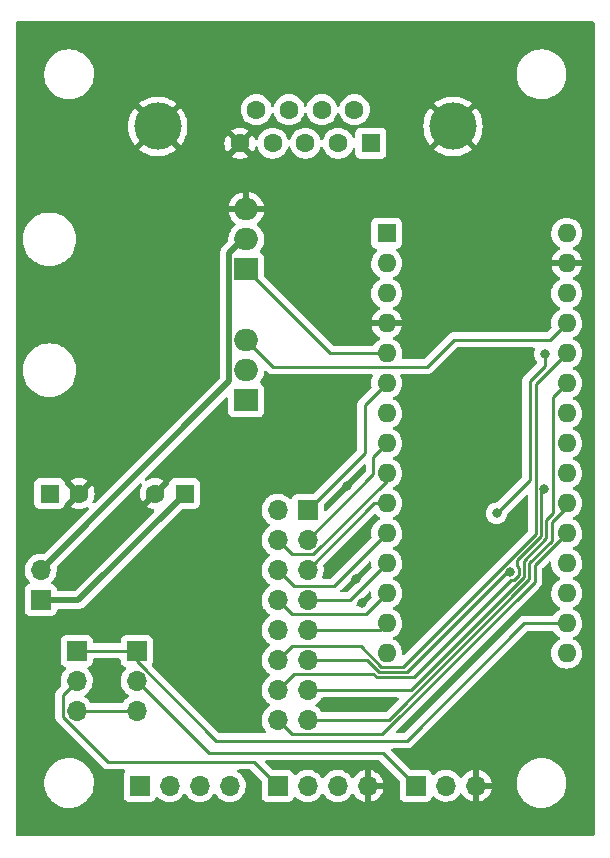
<source format=gbr>
%TF.GenerationSoftware,KiCad,Pcbnew,(6.0.9)*%
%TF.CreationDate,2023-05-08T16:49:11+02:00*%
%TF.ProjectId,onstepPiConnector,6f6e7374-6570-4506-9943-6f6e6e656374,rev?*%
%TF.SameCoordinates,Original*%
%TF.FileFunction,Copper,L2,Bot*%
%TF.FilePolarity,Positive*%
%FSLAX46Y46*%
G04 Gerber Fmt 4.6, Leading zero omitted, Abs format (unit mm)*
G04 Created by KiCad (PCBNEW (6.0.9)) date 2023-05-08 16:49:11*
%MOMM*%
%LPD*%
G01*
G04 APERTURE LIST*
%TA.AperFunction,ComponentPad*%
%ADD10R,1.700000X1.700000*%
%TD*%
%TA.AperFunction,ComponentPad*%
%ADD11O,1.700000X1.700000*%
%TD*%
%TA.AperFunction,ComponentPad*%
%ADD12R,2.000000X1.905000*%
%TD*%
%TA.AperFunction,ComponentPad*%
%ADD13O,2.000000X1.905000*%
%TD*%
%TA.AperFunction,ComponentPad*%
%ADD14C,4.000000*%
%TD*%
%TA.AperFunction,ComponentPad*%
%ADD15R,1.600000X1.600000*%
%TD*%
%TA.AperFunction,ComponentPad*%
%ADD16C,1.600000*%
%TD*%
%TA.AperFunction,ComponentPad*%
%ADD17O,1.600000X1.600000*%
%TD*%
%TA.AperFunction,ViaPad*%
%ADD18C,0.800000*%
%TD*%
%TA.AperFunction,Conductor*%
%ADD19C,0.250000*%
%TD*%
%TA.AperFunction,Conductor*%
%ADD20C,0.500000*%
%TD*%
G04 APERTURE END LIST*
D10*
%TO.P,J2,1,Pin_1*%
%TO.N,Net-(A1-Pad6)*%
X60198000Y-71882000D03*
D11*
%TO.P,J2,2,Pin_2*%
%TO.N,Net-(A1-Pad7)*%
X57658000Y-71882000D03*
%TO.P,J2,3,Pin_3*%
%TO.N,Net-(A1-Pad8)*%
X60198000Y-74422000D03*
%TO.P,J2,4,Pin_4*%
%TO.N,Net-(A1-Pad9)*%
X57658000Y-74422000D03*
%TO.P,J2,5,Pin_5*%
%TO.N,Net-(A1-Pad10)*%
X60198000Y-76962000D03*
%TO.P,J2,6,Pin_6*%
%TO.N,Net-(A1-Pad11)*%
X57658000Y-76962000D03*
%TO.P,J2,7,Pin_7*%
%TO.N,Net-(A1-Pad12)*%
X60198000Y-79502000D03*
%TO.P,J2,8,Pin_8*%
%TO.N,Net-(A1-Pad13)*%
X57658000Y-79502000D03*
%TO.P,J2,9,Pin_9*%
%TO.N,Net-(A1-Pad14)*%
X60198000Y-82042000D03*
%TO.P,J2,10,Pin_10*%
%TO.N,Net-(A1-Pad15)*%
X57658000Y-82042000D03*
%TO.P,J2,11,Pin_11*%
%TO.N,Net-(A1-Pad16)*%
X60198000Y-84582000D03*
%TO.P,J2,12,Pin_12*%
%TO.N,Net-(A1-Pad26)*%
X57658000Y-84582000D03*
%TO.P,J2,13,Pin_13*%
%TO.N,Net-(A1-Pad25)*%
X60198000Y-87122000D03*
%TO.P,J2,14,Pin_14*%
%TO.N,Net-(A1-Pad22)*%
X57658000Y-87122000D03*
%TO.P,J2,15,Pin_15*%
%TO.N,Net-(A1-Pad21)*%
X60198000Y-89662000D03*
%TO.P,J2,16,Pin_16*%
%TO.N,Net-(A1-Pad20)*%
X57658000Y-89662000D03*
%TD*%
D12*
%TO.P,U1,1,IN*%
%TO.N,+12V*%
X55000000Y-62580000D03*
D13*
%TO.P,U1,2,GND*%
%TO.N,GND*%
X55000000Y-60040000D03*
%TO.P,U1,3,OUT*%
%TO.N,+5V*%
X55000000Y-57500000D03*
%TD*%
D12*
%TO.P,Q1,1,G*%
%TO.N,Net-(A1-Pad5)*%
X55000000Y-51500000D03*
D13*
%TO.P,Q1,2,D*%
%TO.N,Net-(J3-Pad2)*%
X55000000Y-48960000D03*
%TO.P,Q1,3,S*%
%TO.N,GND*%
X55000000Y-46420000D03*
%TD*%
D10*
%TO.P,VCC PEC,1,A*%
%TO.N,+3.3V*%
X45720000Y-83820000D03*
D11*
%TO.P,VCC PEC,2,C*%
%TO.N,Net-(J6-Pad1)*%
X45720000Y-86360000D03*
%TO.P,VCC PEC,3,B*%
%TO.N,+5V*%
X45720000Y-88900000D03*
%TD*%
D10*
%TO.P,VCC I2C,1,A*%
%TO.N,+3.3V*%
X40640000Y-83820000D03*
D11*
%TO.P,VCC I2C,2,C*%
%TO.N,Net-(J4-Pad1)*%
X40640000Y-86360000D03*
%TO.P,VCC I2C,3,B*%
%TO.N,+5V*%
X40640000Y-88900000D03*
%TD*%
D10*
%TO.P,PEC,1,Pin_1*%
%TO.N,Net-(J6-Pad1)*%
X69357000Y-95225000D03*
D11*
%TO.P,PEC,2,Pin_2*%
%TO.N,PEC*%
X71897000Y-95225000D03*
%TO.P,PEC,3,Pin_3*%
%TO.N,GND*%
X74437000Y-95225000D03*
%TD*%
%TO.P,Motor,4,Pin_4*%
%TO.N,M2B*%
X53594000Y-95250000D03*
%TO.P,Motor,3,Pin_3*%
%TO.N,M2A*%
X51054000Y-95250000D03*
%TO.P,Motor,2,Pin_2*%
%TO.N,M1A*%
X48514000Y-95250000D03*
D10*
%TO.P,Motor,1,Pin_1*%
%TO.N,M1B*%
X45974000Y-95250000D03*
%TD*%
D11*
%TO.P,I2C,4,Pin_4*%
%TO.N,GND*%
X65278000Y-95250000D03*
%TO.P,I2C,3,Pin_3*%
%TO.N,SDA*%
X62738000Y-95250000D03*
%TO.P,I2C,2,Pin_2*%
%TO.N,SCL*%
X60198000Y-95250000D03*
D10*
%TO.P,I2C,1,Pin_1*%
%TO.N,Net-(J4-Pad1)*%
X57658000Y-95250000D03*
%TD*%
%TO.P,Power,1,Pin_1*%
%TO.N,+12V*%
X37592000Y-79502000D03*
D11*
%TO.P,Power,2,Pin_2*%
%TO.N,Net-(J3-Pad2)*%
X37592000Y-76962000D03*
%TD*%
D14*
%TO.P,J1,0,PAD*%
%TO.N,GND*%
X47510000Y-39410331D03*
X72510000Y-39410331D03*
D15*
%TO.P,J1,1,1*%
%TO.N,SCL*%
X65550000Y-40830331D03*
D16*
%TO.P,J1,2,2*%
%TO.N,M2B*%
X62780000Y-40830331D03*
%TO.P,J1,3,3*%
%TO.N,M1A*%
X60010000Y-40830331D03*
%TO.P,J1,4,4*%
%TO.N,PEC*%
X57240000Y-40830331D03*
%TO.P,J1,5,5*%
%TO.N,GND*%
X54470000Y-40830331D03*
%TO.P,J1,6,6*%
%TO.N,SDA*%
X64165000Y-37990331D03*
%TO.P,J1,7,7*%
%TO.N,M2A*%
X61395000Y-37990331D03*
%TO.P,J1,8,8*%
%TO.N,M1B*%
X58625000Y-37990331D03*
%TO.P,J1,9,9*%
%TO.N,+12V*%
X55855000Y-37990331D03*
%TD*%
D15*
%TO.P,C2,1*%
%TO.N,+5V*%
X38347349Y-70500000D03*
D16*
%TO.P,C2,2*%
%TO.N,GND*%
X40847349Y-70500000D03*
%TD*%
D15*
%TO.P,C1,1*%
%TO.N,+12V*%
X49784000Y-70500000D03*
D16*
%TO.P,C1,2*%
%TO.N,GND*%
X47284000Y-70500000D03*
%TD*%
D15*
%TO.P,A1,1,D1/TX*%
%TO.N,unconnected-(A1-Pad1)*%
X66890000Y-48450000D03*
D17*
%TO.P,A1,2,D0/RX*%
%TO.N,unconnected-(A1-Pad2)*%
X66890000Y-50990000D03*
%TO.P,A1,3,~{RESET}*%
%TO.N,unconnected-(A1-Pad3)*%
X66890000Y-53530000D03*
%TO.P,A1,4,GND*%
%TO.N,GND*%
X66890000Y-56070000D03*
%TO.P,A1,5,D2*%
%TO.N,Net-(A1-Pad5)*%
X66890000Y-58610000D03*
%TO.P,A1,6,D3*%
%TO.N,Net-(A1-Pad6)*%
X66890000Y-61150000D03*
%TO.P,A1,7,D4*%
%TO.N,Net-(A1-Pad7)*%
X66890000Y-63690000D03*
%TO.P,A1,8,D5*%
%TO.N,Net-(A1-Pad8)*%
X66890000Y-66230000D03*
%TO.P,A1,9,D6*%
%TO.N,Net-(A1-Pad9)*%
X66890000Y-68770000D03*
%TO.P,A1,10,D7*%
%TO.N,Net-(A1-Pad10)*%
X66890000Y-71310000D03*
%TO.P,A1,11,D8*%
%TO.N,Net-(A1-Pad11)*%
X66890000Y-73850000D03*
%TO.P,A1,12,D9*%
%TO.N,Net-(A1-Pad12)*%
X66890000Y-76390000D03*
%TO.P,A1,13,D10*%
%TO.N,Net-(A1-Pad13)*%
X66890000Y-78930000D03*
%TO.P,A1,14,D11*%
%TO.N,Net-(A1-Pad14)*%
X66890000Y-81470000D03*
%TO.P,A1,15,D12*%
%TO.N,Net-(A1-Pad15)*%
X66890000Y-84010000D03*
%TO.P,A1,16,D13*%
%TO.N,Net-(A1-Pad16)*%
X82130000Y-84010000D03*
%TO.P,A1,17,3V3*%
%TO.N,+3.3V*%
X82130000Y-81470000D03*
%TO.P,A1,18,AREF*%
%TO.N,unconnected-(A1-Pad18)*%
X82130000Y-78930000D03*
%TO.P,A1,19,A0*%
%TO.N,unconnected-(A1-Pad19)*%
X82130000Y-76390000D03*
%TO.P,A1,20,A1*%
%TO.N,Net-(A1-Pad20)*%
X82130000Y-73850000D03*
%TO.P,A1,21,A2*%
%TO.N,Net-(A1-Pad21)*%
X82130000Y-71310000D03*
%TO.P,A1,22,A3*%
%TO.N,Net-(A1-Pad22)*%
X82130000Y-68770000D03*
%TO.P,A1,23,A4*%
%TO.N,SDA*%
X82130000Y-66230000D03*
%TO.P,A1,24,A5*%
%TO.N,SCL*%
X82130000Y-63690000D03*
%TO.P,A1,25,A6*%
%TO.N,Net-(A1-Pad25)*%
X82130000Y-61150000D03*
%TO.P,A1,26,A7*%
%TO.N,Net-(A1-Pad26)*%
X82130000Y-58610000D03*
%TO.P,A1,27,+5V*%
%TO.N,+5V*%
X82130000Y-56070000D03*
%TO.P,A1,28,~{RESET}*%
%TO.N,unconnected-(A1-Pad28)*%
X82130000Y-53530000D03*
%TO.P,A1,29,GND*%
%TO.N,GND*%
X82130000Y-50990000D03*
%TO.P,A1,30,VIN*%
%TO.N,unconnected-(A1-Pad30)*%
X82130000Y-48450000D03*
%TD*%
D18*
%TO.N,GND*%
X77216000Y-74422000D03*
X80010000Y-79502000D03*
X57658000Y-48260000D03*
X43180000Y-87122000D03*
X43180000Y-85598000D03*
X64770000Y-79756000D03*
X64262000Y-77724000D03*
X63500000Y-88138000D03*
X63500000Y-69850000D03*
X63754000Y-75184000D03*
X63246000Y-66802000D03*
X61468000Y-68580000D03*
X71374000Y-75946000D03*
X71628000Y-69342000D03*
X71628000Y-64770000D03*
%TO.N,SDA*%
X80264000Y-58674000D03*
X76200000Y-72160000D03*
%TO.N,Net-(A1-Pad16)*%
X77347299Y-77093299D03*
%TO.N,Net-(A1-Pad22)*%
X80226500Y-70104000D03*
%TD*%
D19*
%TO.N,Net-(J4-Pad1)*%
X43296299Y-93218000D02*
X55626000Y-93218000D01*
X55626000Y-93218000D02*
X57658000Y-95250000D01*
X39465000Y-89386701D02*
X43296299Y-93218000D01*
X39465000Y-87535000D02*
X39465000Y-89386701D01*
X40640000Y-86360000D02*
X39465000Y-87535000D01*
%TO.N,Net-(J6-Pad1)*%
X51816000Y-92456000D02*
X66588000Y-92456000D01*
X66588000Y-92456000D02*
X69357000Y-95225000D01*
X45720000Y-86360000D02*
X51816000Y-92456000D01*
D20*
%TO.N,+12V*%
X40782000Y-79502000D02*
X49784000Y-70500000D01*
X37592000Y-79502000D02*
X40782000Y-79502000D01*
%TO.N,Net-(J3-Pad2)*%
X53550000Y-50097500D02*
X54687500Y-48960000D01*
X53550000Y-61004000D02*
X53550000Y-50097500D01*
X54687500Y-48960000D02*
X55000000Y-48960000D01*
X37592000Y-76962000D02*
X53550000Y-61004000D01*
D19*
%TO.N,+3.3V*%
X52461701Y-91440000D02*
X45720000Y-84698299D01*
X45720000Y-84698299D02*
X45720000Y-83820000D01*
X78550000Y-81470000D02*
X68580000Y-91440000D01*
X82130000Y-81470000D02*
X78550000Y-81470000D01*
X68580000Y-91440000D02*
X52461701Y-91440000D01*
%TO.N,Net-(A1-Pad13)*%
X65143000Y-80677000D02*
X66890000Y-78930000D01*
X58833000Y-80677000D02*
X65143000Y-80677000D01*
X57658000Y-79502000D02*
X58833000Y-80677000D01*
%TO.N,Net-(A1-Pad11)*%
X62413000Y-78327000D02*
X66890000Y-73850000D01*
X59023000Y-78327000D02*
X62413000Y-78327000D01*
X57658000Y-76962000D02*
X59023000Y-78327000D01*
%TO.N,Net-(A1-Pad9)*%
X66890000Y-69391701D02*
X66890000Y-68770000D01*
X58833000Y-75597000D02*
X60684701Y-75597000D01*
X57658000Y-74422000D02*
X58833000Y-75597000D01*
X60684701Y-75597000D02*
X66890000Y-69391701D01*
%TO.N,Net-(A1-Pad6)*%
X65024000Y-63016000D02*
X66890000Y-61150000D01*
X65024000Y-67056000D02*
X65024000Y-63016000D01*
X60198000Y-71882000D02*
X65024000Y-67056000D01*
%TO.N,SDA*%
X80264000Y-59690000D02*
X80264000Y-58674000D01*
X78994000Y-60960000D02*
X80264000Y-59690000D01*
X78994000Y-69366000D02*
X78994000Y-60960000D01*
X76200000Y-72160000D02*
X78994000Y-69366000D01*
%TO.N,+5V*%
X57235000Y-59735000D02*
X55000000Y-57500000D01*
X70313000Y-59735000D02*
X57235000Y-59735000D01*
X80715000Y-57485000D02*
X72563000Y-57485000D01*
X72563000Y-57485000D02*
X70313000Y-59735000D01*
X82130000Y-56070000D02*
X80715000Y-57485000D01*
%TO.N,Net-(A1-Pad5)*%
X62110000Y-58610000D02*
X55000000Y-51500000D01*
X66890000Y-58610000D02*
X62110000Y-58610000D01*
%TO.N,Net-(A1-Pad8)*%
X65765000Y-67355000D02*
X66890000Y-66230000D01*
X65765000Y-68855000D02*
X65765000Y-67355000D01*
X60198000Y-74422000D02*
X65765000Y-68855000D01*
%TO.N,Net-(A1-Pad10)*%
X60198000Y-76962000D02*
X65850000Y-71310000D01*
X65850000Y-71310000D02*
X66890000Y-71310000D01*
%TO.N,Net-(A1-Pad12)*%
X63778000Y-79502000D02*
X66890000Y-76390000D01*
X60198000Y-79502000D02*
X63778000Y-79502000D01*
%TO.N,Net-(A1-Pad14)*%
X66318000Y-82042000D02*
X66890000Y-81470000D01*
X60198000Y-82042000D02*
X66318000Y-82042000D01*
%TO.N,Net-(A1-Pad26)*%
X79502000Y-61238000D02*
X82130000Y-58610000D01*
X68281000Y-85135000D02*
X79502000Y-73914000D01*
%TO.N,Net-(A1-Pad21)*%
X80850503Y-72911868D02*
X82130000Y-71632371D01*
X78970801Y-76352269D02*
X80850503Y-74472567D01*
X82130000Y-71632371D02*
X82130000Y-71310000D01*
%TO.N,Net-(A1-Pad25)*%
X81005000Y-62275000D02*
X82130000Y-61150000D01*
X80401002Y-74286378D02*
X80401002Y-72725679D01*
X68978886Y-87122000D02*
X78521300Y-77579586D01*
%TO.N,Net-(A1-Pad22)*%
X77940500Y-76661902D02*
X77940500Y-76111190D01*
X77647397Y-77817799D02*
X78071799Y-77393397D01*
X77384799Y-77817799D02*
X77647397Y-77817799D01*
X78071799Y-77393397D02*
X78071799Y-76793201D01*
X66051631Y-86034002D02*
X69168596Y-86034002D01*
%TO.N,Net-(A1-Pad25)*%
X78521300Y-77579586D02*
X78521300Y-76166080D01*
%TO.N,Net-(A1-Pad22)*%
X65774629Y-85757000D02*
X66051631Y-86034002D01*
X79951501Y-70378999D02*
X80226500Y-70104000D01*
X57658000Y-87122000D02*
X59023000Y-85757000D01*
X78071799Y-76793201D02*
X77940500Y-76661902D01*
%TO.N,Net-(A1-Pad25)*%
X60198000Y-87122000D02*
X68978886Y-87122000D01*
%TO.N,Net-(A1-Pad21)*%
X67074576Y-89662000D02*
X78970801Y-77765775D01*
%TO.N,Net-(A1-Pad22)*%
X59023000Y-85757000D02*
X65774629Y-85757000D01*
X77940500Y-76111190D02*
X79951501Y-74100189D01*
%TO.N,Net-(A1-Pad20)*%
X79420302Y-76559698D02*
X82130000Y-73850000D01*
X58833000Y-90837000D02*
X66535266Y-90837000D01*
%TO.N,Net-(A1-Pad25)*%
X78521300Y-76166080D02*
X80401002Y-74286378D01*
%TO.N,Net-(A1-Pad20)*%
X66535266Y-90837000D02*
X79420302Y-77951964D01*
%TO.N,Net-(A1-Pad16)*%
X68593499Y-85584501D02*
X77084701Y-77093299D01*
X65235319Y-84582000D02*
X66237820Y-85584501D01*
%TO.N,Net-(A1-Pad21)*%
X78970801Y-77765775D02*
X78970801Y-76352269D01*
%TO.N,Net-(A1-Pad25)*%
X80401002Y-72725679D02*
X81005000Y-72121681D01*
%TO.N,Net-(A1-Pad16)*%
X60198000Y-84582000D02*
X65235319Y-84582000D01*
%TO.N,Net-(A1-Pad26)*%
X79502000Y-73914000D02*
X79502000Y-61238000D01*
%TO.N,Net-(A1-Pad25)*%
X81005000Y-72121681D02*
X81005000Y-62275000D01*
%TO.N,Net-(A1-Pad21)*%
X60198000Y-89662000D02*
X67074576Y-89662000D01*
%TO.N,Net-(A1-Pad22)*%
X69168596Y-86034002D02*
X77384799Y-77817799D01*
%TO.N,Net-(A1-Pad16)*%
X66237820Y-85584501D02*
X68593499Y-85584501D01*
%TO.N,Net-(A1-Pad20)*%
X79420302Y-77951964D02*
X79420302Y-76559698D01*
%TO.N,Net-(A1-Pad26)*%
X58833000Y-83407000D02*
X64696009Y-83407000D01*
X57658000Y-84582000D02*
X58833000Y-83407000D01*
%TO.N,Net-(A1-Pad22)*%
X79951501Y-74100189D02*
X79951501Y-70378999D01*
%TO.N,Net-(A1-Pad26)*%
X64696009Y-83407000D02*
X66424009Y-85135000D01*
%TO.N,Net-(A1-Pad21)*%
X80850503Y-74472567D02*
X80850503Y-72911868D01*
%TO.N,Net-(A1-Pad26)*%
X66424009Y-85135000D02*
X68281000Y-85135000D01*
%TO.N,Net-(A1-Pad16)*%
X77084701Y-77093299D02*
X77347299Y-77093299D01*
%TO.N,Net-(A1-Pad20)*%
X57658000Y-89662000D02*
X58833000Y-90837000D01*
%TO.N,+3.3V*%
X40640000Y-83820000D02*
X45720000Y-83820000D01*
%TO.N,+5V*%
X40640000Y-88900000D02*
X45720000Y-88900000D01*
%TD*%
%TA.AperFunction,Conductor*%
%TO.N,GND*%
G36*
X84433621Y-30528502D02*
G01*
X84480114Y-30582158D01*
X84491500Y-30634500D01*
X84491500Y-99365500D01*
X84471498Y-99433621D01*
X84417842Y-99480114D01*
X84365500Y-99491500D01*
X35634500Y-99491500D01*
X35566379Y-99471498D01*
X35519886Y-99417842D01*
X35508500Y-99365500D01*
X35508500Y-95132703D01*
X37890743Y-95132703D01*
X37928268Y-95417734D01*
X38004129Y-95695036D01*
X38005813Y-95698984D01*
X38114173Y-95953028D01*
X38116923Y-95959476D01*
X38161345Y-96033699D01*
X38262001Y-96201883D01*
X38264561Y-96206161D01*
X38444313Y-96430528D01*
X38553960Y-96534579D01*
X38631857Y-96608500D01*
X38652851Y-96628423D01*
X38886317Y-96796186D01*
X38890112Y-96798195D01*
X38890113Y-96798196D01*
X38911869Y-96809715D01*
X39140392Y-96930712D01*
X39410373Y-97029511D01*
X39691264Y-97090755D01*
X39719841Y-97093004D01*
X39914282Y-97108307D01*
X39914291Y-97108307D01*
X39916739Y-97108500D01*
X40072271Y-97108500D01*
X40074407Y-97108354D01*
X40074418Y-97108354D01*
X40282548Y-97094165D01*
X40282554Y-97094164D01*
X40286825Y-97093873D01*
X40291020Y-97093004D01*
X40291022Y-97093004D01*
X40427583Y-97064724D01*
X40568342Y-97035574D01*
X40839343Y-96939607D01*
X41094812Y-96807750D01*
X41098313Y-96805289D01*
X41098317Y-96805287D01*
X41212418Y-96725095D01*
X41330023Y-96642441D01*
X41423468Y-96555606D01*
X41537479Y-96449661D01*
X41537481Y-96449658D01*
X41540622Y-96446740D01*
X41722713Y-96224268D01*
X41872927Y-95979142D01*
X41895408Y-95927930D01*
X41986757Y-95719830D01*
X41988483Y-95715898D01*
X42067244Y-95439406D01*
X42107751Y-95154784D01*
X42107845Y-95136951D01*
X42109235Y-94871583D01*
X42109235Y-94871576D01*
X42109257Y-94867297D01*
X42101204Y-94806124D01*
X42075461Y-94610590D01*
X42071732Y-94582266D01*
X42062083Y-94546993D01*
X42020886Y-94396403D01*
X41995871Y-94304964D01*
X41916038Y-94117800D01*
X41884763Y-94044476D01*
X41884761Y-94044472D01*
X41883077Y-94040524D01*
X41795367Y-93893972D01*
X41737643Y-93797521D01*
X41737640Y-93797517D01*
X41735439Y-93793839D01*
X41555687Y-93569472D01*
X41347149Y-93371577D01*
X41113683Y-93203814D01*
X41091843Y-93192250D01*
X40967483Y-93126405D01*
X40859608Y-93069288D01*
X40589627Y-92970489D01*
X40308736Y-92909245D01*
X40277685Y-92906801D01*
X40085718Y-92891693D01*
X40085709Y-92891693D01*
X40083261Y-92891500D01*
X39927729Y-92891500D01*
X39925593Y-92891646D01*
X39925582Y-92891646D01*
X39717452Y-92905835D01*
X39717446Y-92905836D01*
X39713175Y-92906127D01*
X39708980Y-92906996D01*
X39708978Y-92906996D01*
X39572417Y-92935276D01*
X39431658Y-92964426D01*
X39160657Y-93060393D01*
X38905188Y-93192250D01*
X38901687Y-93194711D01*
X38901683Y-93194713D01*
X38891594Y-93201804D01*
X38669977Y-93357559D01*
X38459378Y-93553260D01*
X38277287Y-93775732D01*
X38127073Y-94020858D01*
X38125347Y-94024791D01*
X38125346Y-94024792D01*
X38085924Y-94114598D01*
X38011517Y-94284102D01*
X38010342Y-94288229D01*
X38010341Y-94288230D01*
X37986558Y-94371722D01*
X37932756Y-94560594D01*
X37926686Y-94603247D01*
X37896861Y-94812813D01*
X37892249Y-94845216D01*
X37892227Y-94849505D01*
X37892226Y-94849512D01*
X37890765Y-95128417D01*
X37890743Y-95132703D01*
X35508500Y-95132703D01*
X35508500Y-76928695D01*
X36229251Y-76928695D01*
X36229548Y-76933848D01*
X36229548Y-76933851D01*
X36235011Y-77028590D01*
X36242110Y-77151715D01*
X36243247Y-77156761D01*
X36243248Y-77156767D01*
X36261600Y-77238197D01*
X36291222Y-77369639D01*
X36375266Y-77576616D01*
X36377965Y-77581020D01*
X36468622Y-77728959D01*
X36491987Y-77767088D01*
X36638250Y-77935938D01*
X36642230Y-77939242D01*
X36646981Y-77943187D01*
X36686616Y-78002090D01*
X36688113Y-78073071D01*
X36650997Y-78133593D01*
X36610725Y-78158112D01*
X36533603Y-78187024D01*
X36495295Y-78201385D01*
X36378739Y-78288739D01*
X36291385Y-78405295D01*
X36240255Y-78541684D01*
X36233500Y-78603866D01*
X36233500Y-80400134D01*
X36240255Y-80462316D01*
X36291385Y-80598705D01*
X36378739Y-80715261D01*
X36495295Y-80802615D01*
X36631684Y-80853745D01*
X36693866Y-80860500D01*
X38490134Y-80860500D01*
X38552316Y-80853745D01*
X38688705Y-80802615D01*
X38805261Y-80715261D01*
X38892615Y-80598705D01*
X38943745Y-80462316D01*
X38950500Y-80400134D01*
X38950500Y-80386500D01*
X38970502Y-80318379D01*
X39024158Y-80271886D01*
X39076500Y-80260500D01*
X40714930Y-80260500D01*
X40733880Y-80261933D01*
X40748115Y-80264099D01*
X40748119Y-80264099D01*
X40755349Y-80265199D01*
X40762641Y-80264606D01*
X40762644Y-80264606D01*
X40808018Y-80260915D01*
X40818233Y-80260500D01*
X40826293Y-80260500D01*
X40839583Y-80258951D01*
X40854507Y-80257211D01*
X40858882Y-80256778D01*
X40924339Y-80251454D01*
X40924342Y-80251453D01*
X40931637Y-80250860D01*
X40938601Y-80248604D01*
X40944560Y-80247413D01*
X40950415Y-80246029D01*
X40957681Y-80245182D01*
X41026327Y-80220265D01*
X41030455Y-80218848D01*
X41092936Y-80198607D01*
X41092938Y-80198606D01*
X41099899Y-80196351D01*
X41106154Y-80192555D01*
X41111628Y-80190049D01*
X41117058Y-80187330D01*
X41123937Y-80184833D01*
X41184976Y-80144814D01*
X41188680Y-80142477D01*
X41251107Y-80104595D01*
X41259484Y-80097197D01*
X41259508Y-80097224D01*
X41262500Y-80094571D01*
X41265733Y-80091868D01*
X41271852Y-80087856D01*
X41325128Y-80031617D01*
X41327506Y-80029175D01*
X49511276Y-71845405D01*
X49573588Y-71811379D01*
X49600371Y-71808500D01*
X50632134Y-71808500D01*
X50694316Y-71801745D01*
X50830705Y-71750615D01*
X50947261Y-71663261D01*
X51034615Y-71546705D01*
X51085745Y-71410316D01*
X51092500Y-71348134D01*
X51092500Y-69651866D01*
X51085745Y-69589684D01*
X51034615Y-69453295D01*
X50947261Y-69336739D01*
X50830705Y-69249385D01*
X50694316Y-69198255D01*
X50632134Y-69191500D01*
X48935866Y-69191500D01*
X48873684Y-69198255D01*
X48737295Y-69249385D01*
X48620739Y-69336739D01*
X48533385Y-69453295D01*
X48482255Y-69589684D01*
X48475500Y-69651866D01*
X48475500Y-69655185D01*
X48451847Y-69722110D01*
X48405844Y-69757804D01*
X48406859Y-69759734D01*
X48396000Y-69765442D01*
X48395755Y-69765632D01*
X48395597Y-69765653D01*
X48357566Y-69785644D01*
X46568923Y-71574287D01*
X46562493Y-71586062D01*
X46571789Y-71598077D01*
X46622994Y-71633931D01*
X46632489Y-71639414D01*
X46829947Y-71731490D01*
X46840239Y-71735236D01*
X47050688Y-71791625D01*
X47061480Y-71793528D01*
X47119946Y-71798643D01*
X47186064Y-71824506D01*
X47227704Y-71882009D01*
X47231645Y-71952896D01*
X47198060Y-72013259D01*
X40504724Y-78706595D01*
X40442412Y-78740621D01*
X40415629Y-78743500D01*
X39076500Y-78743500D01*
X39008379Y-78723498D01*
X38961886Y-78669842D01*
X38950500Y-78617500D01*
X38950500Y-78603866D01*
X38943745Y-78541684D01*
X38892615Y-78405295D01*
X38805261Y-78288739D01*
X38688705Y-78201385D01*
X38650397Y-78187024D01*
X38570203Y-78156960D01*
X38513439Y-78114318D01*
X38488739Y-78047756D01*
X38503947Y-77978408D01*
X38525493Y-77949727D01*
X38626435Y-77849137D01*
X38630096Y-77845489D01*
X38689594Y-77762689D01*
X38757435Y-77668277D01*
X38760453Y-77664077D01*
X38796550Y-77591041D01*
X38857136Y-77468453D01*
X38857137Y-77468451D01*
X38859430Y-77463811D01*
X38924370Y-77250069D01*
X38953529Y-77028590D01*
X38955156Y-76962000D01*
X38937870Y-76751747D01*
X38952223Y-76682219D01*
X38974351Y-76652330D01*
X45978098Y-69648583D01*
X46040410Y-69614557D01*
X46111225Y-69619622D01*
X46168061Y-69662169D01*
X46192872Y-69728689D01*
X46177781Y-69798063D01*
X46170406Y-69809948D01*
X46150072Y-69838988D01*
X46144586Y-69848489D01*
X46052510Y-70045947D01*
X46048764Y-70056239D01*
X45992375Y-70266688D01*
X45990472Y-70277481D01*
X45971483Y-70494525D01*
X45971483Y-70505475D01*
X45990472Y-70722519D01*
X45992375Y-70733312D01*
X46048764Y-70943761D01*
X46052510Y-70954053D01*
X46144586Y-71151511D01*
X46150069Y-71161006D01*
X46186509Y-71213048D01*
X46196988Y-71221424D01*
X46210434Y-71214356D01*
X47999077Y-69425713D01*
X48005507Y-69413938D01*
X47996211Y-69401923D01*
X47945006Y-69366069D01*
X47935511Y-69360586D01*
X47738053Y-69268510D01*
X47727761Y-69264764D01*
X47517312Y-69208375D01*
X47506519Y-69206472D01*
X47289475Y-69187483D01*
X47278525Y-69187483D01*
X47061481Y-69206472D01*
X47050688Y-69208375D01*
X46840239Y-69264764D01*
X46829947Y-69268510D01*
X46632489Y-69360586D01*
X46622988Y-69366072D01*
X46593948Y-69386406D01*
X46526675Y-69409094D01*
X46457814Y-69391809D01*
X46409230Y-69340039D01*
X46396348Y-69270221D01*
X46423256Y-69204522D01*
X46432583Y-69194098D01*
X53276405Y-62350276D01*
X53338717Y-62316250D01*
X53409532Y-62321315D01*
X53466368Y-62363862D01*
X53491179Y-62430382D01*
X53491500Y-62439371D01*
X53491500Y-63580634D01*
X53498255Y-63642816D01*
X53549385Y-63779205D01*
X53636739Y-63895761D01*
X53753295Y-63983115D01*
X53889684Y-64034245D01*
X53951866Y-64041000D01*
X56048134Y-64041000D01*
X56110316Y-64034245D01*
X56246705Y-63983115D01*
X56363261Y-63895761D01*
X56450615Y-63779205D01*
X56501745Y-63642816D01*
X56508500Y-63580634D01*
X56508500Y-61579366D01*
X56501745Y-61517184D01*
X56450615Y-61380795D01*
X56363261Y-61264239D01*
X56246705Y-61176885D01*
X56226317Y-61169242D01*
X56169553Y-61126599D01*
X56144854Y-61060038D01*
X56160062Y-60990689D01*
X56171666Y-60973168D01*
X56264945Y-60855056D01*
X56270650Y-60846469D01*
X56381714Y-60645278D01*
X56385944Y-60635866D01*
X56462659Y-60419232D01*
X56465293Y-60409261D01*
X56505801Y-60181846D01*
X56537439Y-60118289D01*
X56598416Y-60081925D01*
X56669373Y-60084302D01*
X56718943Y-60114847D01*
X56731343Y-60127247D01*
X56738887Y-60135537D01*
X56743000Y-60142018D01*
X56748777Y-60147443D01*
X56792667Y-60188658D01*
X56795509Y-60191413D01*
X56815230Y-60211134D01*
X56818425Y-60213612D01*
X56827447Y-60221318D01*
X56859679Y-60251586D01*
X56866628Y-60255406D01*
X56877432Y-60261346D01*
X56893956Y-60272199D01*
X56909959Y-60284613D01*
X56950543Y-60302176D01*
X56961173Y-60307383D01*
X56999940Y-60328695D01*
X57007617Y-60330666D01*
X57007622Y-60330668D01*
X57019558Y-60333732D01*
X57038266Y-60340137D01*
X57056855Y-60348181D01*
X57064683Y-60349421D01*
X57064690Y-60349423D01*
X57100524Y-60355099D01*
X57112144Y-60357505D01*
X57143959Y-60365673D01*
X57154970Y-60368500D01*
X57175224Y-60368500D01*
X57194934Y-60370051D01*
X57214943Y-60373220D01*
X57222835Y-60372474D01*
X57241580Y-60370702D01*
X57258962Y-60369059D01*
X57270819Y-60368500D01*
X65612869Y-60368500D01*
X65680990Y-60388502D01*
X65727483Y-60442158D01*
X65737587Y-60512432D01*
X65727064Y-60547749D01*
X65655716Y-60700757D01*
X65654294Y-60706065D01*
X65654293Y-60706067D01*
X65601729Y-60902239D01*
X65596457Y-60921913D01*
X65576502Y-61150000D01*
X65596457Y-61378087D01*
X65597880Y-61383398D01*
X65597882Y-61383409D01*
X65613459Y-61441541D01*
X65611770Y-61512517D01*
X65580850Y-61563246D01*
X64631736Y-62512359D01*
X64623462Y-62519888D01*
X64616982Y-62524000D01*
X64611557Y-62529777D01*
X64570357Y-62573651D01*
X64567602Y-62576493D01*
X64547865Y-62596230D01*
X64545385Y-62599427D01*
X64537682Y-62608447D01*
X64507414Y-62640679D01*
X64503595Y-62647625D01*
X64503593Y-62647628D01*
X64497652Y-62658434D01*
X64486801Y-62674953D01*
X64474386Y-62690959D01*
X64471241Y-62698228D01*
X64471238Y-62698232D01*
X64456826Y-62731537D01*
X64451609Y-62742187D01*
X64430305Y-62780940D01*
X64428334Y-62788615D01*
X64428334Y-62788616D01*
X64425267Y-62800562D01*
X64418863Y-62819266D01*
X64410819Y-62837855D01*
X64409580Y-62845678D01*
X64409577Y-62845688D01*
X64403901Y-62881524D01*
X64401495Y-62893144D01*
X64390500Y-62935970D01*
X64390500Y-62956224D01*
X64388949Y-62975934D01*
X64385780Y-62995943D01*
X64386526Y-63003835D01*
X64389941Y-63039961D01*
X64390500Y-63051819D01*
X64390500Y-66741406D01*
X64370498Y-66809527D01*
X64353595Y-66830501D01*
X60697500Y-70486595D01*
X60635188Y-70520621D01*
X60608405Y-70523500D01*
X59299866Y-70523500D01*
X59237684Y-70530255D01*
X59101295Y-70581385D01*
X58984739Y-70668739D01*
X58897385Y-70785295D01*
X58894233Y-70793703D01*
X58852919Y-70903907D01*
X58810277Y-70960671D01*
X58743716Y-70985371D01*
X58674367Y-70970163D01*
X58641743Y-70944476D01*
X58591151Y-70888875D01*
X58591142Y-70888866D01*
X58587670Y-70885051D01*
X58583619Y-70881852D01*
X58583615Y-70881848D01*
X58416414Y-70749800D01*
X58416410Y-70749798D01*
X58412359Y-70746598D01*
X58388292Y-70733312D01*
X58296435Y-70682605D01*
X58216789Y-70638638D01*
X58211920Y-70636914D01*
X58211916Y-70636912D01*
X58011087Y-70565795D01*
X58011083Y-70565794D01*
X58006212Y-70564069D01*
X58001119Y-70563162D01*
X58001116Y-70563161D01*
X57791373Y-70525800D01*
X57791367Y-70525799D01*
X57786284Y-70524894D01*
X57712452Y-70523992D01*
X57568081Y-70522228D01*
X57568079Y-70522228D01*
X57562911Y-70522165D01*
X57342091Y-70555955D01*
X57129756Y-70625357D01*
X56931607Y-70728507D01*
X56927474Y-70731610D01*
X56927471Y-70731612D01*
X56757100Y-70859530D01*
X56752965Y-70862635D01*
X56713525Y-70903907D01*
X56659280Y-70960671D01*
X56598629Y-71024138D01*
X56595715Y-71028410D01*
X56595714Y-71028411D01*
X56555479Y-71087393D01*
X56472743Y-71208680D01*
X56440617Y-71277890D01*
X56382794Y-71402460D01*
X56378688Y-71411305D01*
X56318989Y-71626570D01*
X56295251Y-71848695D01*
X56295548Y-71853848D01*
X56295548Y-71853851D01*
X56307812Y-72066547D01*
X56308110Y-72071715D01*
X56309247Y-72076761D01*
X56309248Y-72076767D01*
X56329486Y-72166565D01*
X56357222Y-72289639D01*
X56441266Y-72496616D01*
X56443965Y-72501020D01*
X56534622Y-72648959D01*
X56557987Y-72687088D01*
X56704250Y-72855938D01*
X56876126Y-72998632D01*
X56927742Y-73028794D01*
X56949445Y-73041476D01*
X56998169Y-73093114D01*
X57011240Y-73162897D01*
X56984509Y-73228669D01*
X56944055Y-73262027D01*
X56931607Y-73268507D01*
X56927474Y-73271610D01*
X56927471Y-73271612D01*
X56757100Y-73399530D01*
X56752965Y-73402635D01*
X56598629Y-73564138D01*
X56595720Y-73568403D01*
X56595714Y-73568411D01*
X56555479Y-73627393D01*
X56472743Y-73748680D01*
X56378688Y-73951305D01*
X56318989Y-74166570D01*
X56295251Y-74388695D01*
X56308110Y-74611715D01*
X56309247Y-74616761D01*
X56309248Y-74616767D01*
X56327600Y-74698197D01*
X56357222Y-74829639D01*
X56441266Y-75036616D01*
X56557987Y-75227088D01*
X56704250Y-75395938D01*
X56876126Y-75538632D01*
X56946595Y-75579811D01*
X56949445Y-75581476D01*
X56998169Y-75633114D01*
X57011240Y-75702897D01*
X56984509Y-75768669D01*
X56944055Y-75802027D01*
X56931607Y-75808507D01*
X56927474Y-75811610D01*
X56927471Y-75811612D01*
X56757100Y-75939530D01*
X56752965Y-75942635D01*
X56598629Y-76104138D01*
X56595715Y-76108410D01*
X56595714Y-76108411D01*
X56555479Y-76167393D01*
X56472743Y-76288680D01*
X56378688Y-76491305D01*
X56318989Y-76706570D01*
X56295251Y-76928695D01*
X56295548Y-76933848D01*
X56295548Y-76933851D01*
X56301011Y-77028590D01*
X56308110Y-77151715D01*
X56309247Y-77156761D01*
X56309248Y-77156767D01*
X56327600Y-77238197D01*
X56357222Y-77369639D01*
X56441266Y-77576616D01*
X56443965Y-77581020D01*
X56534622Y-77728959D01*
X56557987Y-77767088D01*
X56704250Y-77935938D01*
X56876126Y-78078632D01*
X56937196Y-78114318D01*
X56949445Y-78121476D01*
X56998169Y-78173114D01*
X57011240Y-78242897D01*
X56984509Y-78308669D01*
X56944055Y-78342027D01*
X56931607Y-78348507D01*
X56927474Y-78351610D01*
X56927471Y-78351612D01*
X56757100Y-78479530D01*
X56752965Y-78482635D01*
X56598629Y-78644138D01*
X56595715Y-78648410D01*
X56595714Y-78648411D01*
X56556024Y-78706595D01*
X56472743Y-78828680D01*
X56378688Y-79031305D01*
X56318989Y-79246570D01*
X56295251Y-79468695D01*
X56308110Y-79691715D01*
X56309247Y-79696761D01*
X56309248Y-79696767D01*
X56327600Y-79778197D01*
X56357222Y-79909639D01*
X56406752Y-80031617D01*
X56434876Y-80100878D01*
X56441266Y-80116616D01*
X56457808Y-80143610D01*
X56534622Y-80268959D01*
X56557987Y-80307088D01*
X56704250Y-80475938D01*
X56876126Y-80618632D01*
X56946595Y-80659811D01*
X56949445Y-80661476D01*
X56998169Y-80713114D01*
X57011240Y-80782897D01*
X56984509Y-80848669D01*
X56944055Y-80882027D01*
X56931607Y-80888507D01*
X56927474Y-80891610D01*
X56927471Y-80891612D01*
X56757100Y-81019530D01*
X56752965Y-81022635D01*
X56598629Y-81184138D01*
X56595715Y-81188410D01*
X56595714Y-81188411D01*
X56555479Y-81247393D01*
X56472743Y-81368680D01*
X56378688Y-81571305D01*
X56318989Y-81786570D01*
X56295251Y-82008695D01*
X56295548Y-82013848D01*
X56295548Y-82013851D01*
X56302058Y-82126749D01*
X56308110Y-82231715D01*
X56309247Y-82236761D01*
X56309248Y-82236767D01*
X56327600Y-82318197D01*
X56357222Y-82449639D01*
X56441266Y-82656616D01*
X56465095Y-82695502D01*
X56534622Y-82808959D01*
X56557987Y-82847088D01*
X56704250Y-83015938D01*
X56876126Y-83158632D01*
X56904332Y-83175114D01*
X56949445Y-83201476D01*
X56998169Y-83253114D01*
X57011240Y-83322897D01*
X56984509Y-83388669D01*
X56944055Y-83422027D01*
X56931607Y-83428507D01*
X56927474Y-83431610D01*
X56927471Y-83431612D01*
X56757100Y-83559530D01*
X56752965Y-83562635D01*
X56598629Y-83724138D01*
X56595715Y-83728410D01*
X56595714Y-83728411D01*
X56555479Y-83787393D01*
X56472743Y-83908680D01*
X56378688Y-84111305D01*
X56318989Y-84326570D01*
X56295251Y-84548695D01*
X56295548Y-84553848D01*
X56295548Y-84553851D01*
X56305021Y-84718134D01*
X56308110Y-84771715D01*
X56309247Y-84776761D01*
X56309248Y-84776767D01*
X56327600Y-84858197D01*
X56357222Y-84989639D01*
X56441266Y-85196616D01*
X56443965Y-85201020D01*
X56529521Y-85340635D01*
X56557987Y-85387088D01*
X56704250Y-85555938D01*
X56876126Y-85698632D01*
X56905574Y-85715840D01*
X56949445Y-85741476D01*
X56998169Y-85793114D01*
X57011240Y-85862897D01*
X56984509Y-85928669D01*
X56944055Y-85962027D01*
X56931607Y-85968507D01*
X56927474Y-85971610D01*
X56927471Y-85971612D01*
X56757100Y-86099530D01*
X56752965Y-86102635D01*
X56598629Y-86264138D01*
X56595715Y-86268410D01*
X56595714Y-86268411D01*
X56552438Y-86331851D01*
X56472743Y-86448680D01*
X56378688Y-86651305D01*
X56318989Y-86866570D01*
X56295251Y-87088695D01*
X56295548Y-87093848D01*
X56295548Y-87093851D01*
X56304897Y-87255989D01*
X56308110Y-87311715D01*
X56309247Y-87316761D01*
X56309248Y-87316767D01*
X56328946Y-87404171D01*
X56357222Y-87529639D01*
X56441266Y-87736616D01*
X56490285Y-87816608D01*
X56555291Y-87922688D01*
X56557987Y-87927088D01*
X56704250Y-88095938D01*
X56876126Y-88238632D01*
X56905574Y-88255840D01*
X56949445Y-88281476D01*
X56998169Y-88333114D01*
X57011240Y-88402897D01*
X56984509Y-88468669D01*
X56944055Y-88502027D01*
X56931607Y-88508507D01*
X56927474Y-88511610D01*
X56927471Y-88511612D01*
X56757100Y-88639530D01*
X56752965Y-88642635D01*
X56598629Y-88804138D01*
X56472743Y-88988680D01*
X56378688Y-89191305D01*
X56318989Y-89406570D01*
X56295251Y-89628695D01*
X56295548Y-89633848D01*
X56295548Y-89633851D01*
X56304689Y-89792384D01*
X56308110Y-89851715D01*
X56309247Y-89856761D01*
X56309248Y-89856767D01*
X56328946Y-89944171D01*
X56357222Y-90069639D01*
X56413073Y-90207185D01*
X56422162Y-90229567D01*
X56441266Y-90276616D01*
X56557987Y-90467088D01*
X56561367Y-90470990D01*
X56671389Y-90598002D01*
X56700872Y-90662588D01*
X56690757Y-90732860D01*
X56644256Y-90786509D01*
X56576152Y-90806500D01*
X52776295Y-90806500D01*
X52708174Y-90786498D01*
X52687200Y-90769595D01*
X47018048Y-85100442D01*
X46984022Y-85038130D01*
X46989087Y-84967315D01*
X47006315Y-84935785D01*
X47020615Y-84916705D01*
X47071745Y-84780316D01*
X47078500Y-84718134D01*
X47078500Y-82921866D01*
X47071745Y-82859684D01*
X47020615Y-82723295D01*
X46933261Y-82606739D01*
X46816705Y-82519385D01*
X46680316Y-82468255D01*
X46618134Y-82461500D01*
X44821866Y-82461500D01*
X44759684Y-82468255D01*
X44623295Y-82519385D01*
X44506739Y-82606739D01*
X44419385Y-82723295D01*
X44368255Y-82859684D01*
X44361500Y-82921866D01*
X44361500Y-83060500D01*
X44341498Y-83128621D01*
X44287842Y-83175114D01*
X44235500Y-83186500D01*
X42124500Y-83186500D01*
X42056379Y-83166498D01*
X42009886Y-83112842D01*
X41998500Y-83060500D01*
X41998500Y-82921866D01*
X41991745Y-82859684D01*
X41940615Y-82723295D01*
X41853261Y-82606739D01*
X41736705Y-82519385D01*
X41600316Y-82468255D01*
X41538134Y-82461500D01*
X39741866Y-82461500D01*
X39679684Y-82468255D01*
X39543295Y-82519385D01*
X39426739Y-82606739D01*
X39339385Y-82723295D01*
X39288255Y-82859684D01*
X39281500Y-82921866D01*
X39281500Y-84718134D01*
X39288255Y-84780316D01*
X39339385Y-84916705D01*
X39426739Y-85033261D01*
X39543295Y-85120615D01*
X39551704Y-85123767D01*
X39551705Y-85123768D01*
X39660451Y-85164535D01*
X39717216Y-85207176D01*
X39741916Y-85273738D01*
X39726709Y-85343087D01*
X39707316Y-85369568D01*
X39580629Y-85502138D01*
X39454743Y-85686680D01*
X39439003Y-85720590D01*
X39378402Y-85851144D01*
X39360688Y-85889305D01*
X39300989Y-86104570D01*
X39277251Y-86326695D01*
X39277548Y-86331848D01*
X39277548Y-86331851D01*
X39283843Y-86441020D01*
X39290110Y-86549715D01*
X39291247Y-86554761D01*
X39291248Y-86554767D01*
X39323453Y-86697668D01*
X39318917Y-86768520D01*
X39289631Y-86814464D01*
X39072747Y-87031348D01*
X39064461Y-87038888D01*
X39057982Y-87043000D01*
X39052557Y-87048777D01*
X39011357Y-87092651D01*
X39008602Y-87095493D01*
X38988865Y-87115230D01*
X38986385Y-87118427D01*
X38978682Y-87127447D01*
X38948414Y-87159679D01*
X38944595Y-87166625D01*
X38944593Y-87166628D01*
X38938652Y-87177434D01*
X38927801Y-87193953D01*
X38915386Y-87209959D01*
X38912241Y-87217228D01*
X38912238Y-87217232D01*
X38897826Y-87250537D01*
X38892609Y-87261187D01*
X38871305Y-87299940D01*
X38869334Y-87307615D01*
X38869334Y-87307616D01*
X38866267Y-87319562D01*
X38859863Y-87338266D01*
X38851819Y-87356855D01*
X38850580Y-87364678D01*
X38850577Y-87364688D01*
X38844901Y-87400524D01*
X38842495Y-87412144D01*
X38831500Y-87454970D01*
X38831500Y-87475224D01*
X38829949Y-87494934D01*
X38826780Y-87514943D01*
X38827526Y-87522835D01*
X38830941Y-87558961D01*
X38831500Y-87570819D01*
X38831500Y-89307934D01*
X38830973Y-89319117D01*
X38829298Y-89326610D01*
X38829547Y-89334536D01*
X38829547Y-89334537D01*
X38831438Y-89394687D01*
X38831500Y-89398646D01*
X38831500Y-89426557D01*
X38831997Y-89430491D01*
X38831997Y-89430492D01*
X38832005Y-89430557D01*
X38832938Y-89442394D01*
X38834327Y-89486590D01*
X38839978Y-89506040D01*
X38843987Y-89525401D01*
X38846526Y-89545498D01*
X38849445Y-89552869D01*
X38849445Y-89552871D01*
X38862804Y-89586613D01*
X38866649Y-89597843D01*
X38878982Y-89640294D01*
X38883015Y-89647113D01*
X38883017Y-89647118D01*
X38889293Y-89657729D01*
X38897988Y-89675477D01*
X38905448Y-89694318D01*
X38910110Y-89700734D01*
X38910110Y-89700735D01*
X38931436Y-89730088D01*
X38937952Y-89740008D01*
X38960458Y-89778063D01*
X38974779Y-89792384D01*
X38987619Y-89807417D01*
X38999528Y-89823808D01*
X39005634Y-89828859D01*
X39033605Y-89851999D01*
X39042384Y-89859989D01*
X42792647Y-93610253D01*
X42800187Y-93618539D01*
X42804299Y-93625018D01*
X42810076Y-93630443D01*
X42853950Y-93671643D01*
X42856792Y-93674398D01*
X42876529Y-93694135D01*
X42879726Y-93696615D01*
X42888746Y-93704318D01*
X42920978Y-93734586D01*
X42927924Y-93738405D01*
X42927927Y-93738407D01*
X42938733Y-93744348D01*
X42955252Y-93755199D01*
X42971258Y-93767614D01*
X42978527Y-93770759D01*
X42978531Y-93770762D01*
X43011836Y-93785174D01*
X43022486Y-93790391D01*
X43061239Y-93811695D01*
X43068914Y-93813666D01*
X43068915Y-93813666D01*
X43080861Y-93816733D01*
X43099566Y-93823137D01*
X43118154Y-93831181D01*
X43125977Y-93832420D01*
X43125987Y-93832423D01*
X43161823Y-93838099D01*
X43173443Y-93840505D01*
X43208588Y-93849528D01*
X43216269Y-93851500D01*
X43236523Y-93851500D01*
X43256233Y-93853051D01*
X43276242Y-93856220D01*
X43284134Y-93855474D01*
X43320260Y-93852059D01*
X43332118Y-93851500D01*
X44647677Y-93851500D01*
X44715798Y-93871502D01*
X44762291Y-93925158D01*
X44772395Y-93995432D01*
X44748503Y-94053065D01*
X44678771Y-94146108D01*
X44678770Y-94146110D01*
X44673385Y-94153295D01*
X44622255Y-94289684D01*
X44615500Y-94351866D01*
X44615500Y-96148134D01*
X44622255Y-96210316D01*
X44673385Y-96346705D01*
X44760739Y-96463261D01*
X44877295Y-96550615D01*
X45013684Y-96601745D01*
X45075866Y-96608500D01*
X46872134Y-96608500D01*
X46934316Y-96601745D01*
X47070705Y-96550615D01*
X47187261Y-96463261D01*
X47274615Y-96346705D01*
X47296799Y-96287529D01*
X47318598Y-96229382D01*
X47361240Y-96172618D01*
X47427802Y-96147918D01*
X47497150Y-96163126D01*
X47531817Y-96191114D01*
X47560250Y-96223938D01*
X47732126Y-96366632D01*
X47925000Y-96479338D01*
X47929825Y-96481180D01*
X47929826Y-96481181D01*
X48002612Y-96508975D01*
X48133692Y-96559030D01*
X48138760Y-96560061D01*
X48138763Y-96560062D01*
X48233862Y-96579410D01*
X48352597Y-96603567D01*
X48357772Y-96603757D01*
X48357774Y-96603757D01*
X48570673Y-96611564D01*
X48570677Y-96611564D01*
X48575837Y-96611753D01*
X48580957Y-96611097D01*
X48580959Y-96611097D01*
X48792288Y-96584025D01*
X48792289Y-96584025D01*
X48797416Y-96583368D01*
X48802366Y-96581883D01*
X49006429Y-96520661D01*
X49006434Y-96520659D01*
X49011384Y-96519174D01*
X49211994Y-96420896D01*
X49393860Y-96291173D01*
X49416320Y-96268792D01*
X49494268Y-96191115D01*
X49552096Y-96133489D01*
X49567673Y-96111812D01*
X49682453Y-95952077D01*
X49683776Y-95953028D01*
X49730645Y-95909857D01*
X49800580Y-95897625D01*
X49866026Y-95925144D01*
X49893875Y-95956994D01*
X49953987Y-96055088D01*
X50100250Y-96223938D01*
X50272126Y-96366632D01*
X50465000Y-96479338D01*
X50469825Y-96481180D01*
X50469826Y-96481181D01*
X50542612Y-96508975D01*
X50673692Y-96559030D01*
X50678760Y-96560061D01*
X50678763Y-96560062D01*
X50773862Y-96579410D01*
X50892597Y-96603567D01*
X50897772Y-96603757D01*
X50897774Y-96603757D01*
X51110673Y-96611564D01*
X51110677Y-96611564D01*
X51115837Y-96611753D01*
X51120957Y-96611097D01*
X51120959Y-96611097D01*
X51332288Y-96584025D01*
X51332289Y-96584025D01*
X51337416Y-96583368D01*
X51342366Y-96581883D01*
X51546429Y-96520661D01*
X51546434Y-96520659D01*
X51551384Y-96519174D01*
X51751994Y-96420896D01*
X51933860Y-96291173D01*
X51956320Y-96268792D01*
X52034268Y-96191115D01*
X52092096Y-96133489D01*
X52107673Y-96111812D01*
X52222453Y-95952077D01*
X52223776Y-95953028D01*
X52270645Y-95909857D01*
X52340580Y-95897625D01*
X52406026Y-95925144D01*
X52433875Y-95956994D01*
X52493987Y-96055088D01*
X52640250Y-96223938D01*
X52812126Y-96366632D01*
X53005000Y-96479338D01*
X53009825Y-96481180D01*
X53009826Y-96481181D01*
X53082612Y-96508975D01*
X53213692Y-96559030D01*
X53218760Y-96560061D01*
X53218763Y-96560062D01*
X53313862Y-96579410D01*
X53432597Y-96603567D01*
X53437772Y-96603757D01*
X53437774Y-96603757D01*
X53650673Y-96611564D01*
X53650677Y-96611564D01*
X53655837Y-96611753D01*
X53660957Y-96611097D01*
X53660959Y-96611097D01*
X53872288Y-96584025D01*
X53872289Y-96584025D01*
X53877416Y-96583368D01*
X53882366Y-96581883D01*
X54086429Y-96520661D01*
X54086434Y-96520659D01*
X54091384Y-96519174D01*
X54291994Y-96420896D01*
X54473860Y-96291173D01*
X54496320Y-96268792D01*
X54574268Y-96191115D01*
X54632096Y-96133489D01*
X54647673Y-96111812D01*
X54759435Y-95956277D01*
X54762453Y-95952077D01*
X54772618Y-95931511D01*
X54859136Y-95756453D01*
X54859137Y-95756451D01*
X54861430Y-95751811D01*
X54926370Y-95538069D01*
X54955529Y-95316590D01*
X54957156Y-95250000D01*
X54938852Y-95027361D01*
X54884431Y-94810702D01*
X54795354Y-94605840D01*
X54674014Y-94418277D01*
X54523670Y-94253051D01*
X54519619Y-94249852D01*
X54519615Y-94249848D01*
X54352414Y-94117800D01*
X54352410Y-94117798D01*
X54348359Y-94114598D01*
X54343835Y-94112100D01*
X54343831Y-94112098D01*
X54299830Y-94087808D01*
X54249860Y-94037376D01*
X54235088Y-93967933D01*
X54260204Y-93901528D01*
X54317235Y-93859243D01*
X54360724Y-93851500D01*
X55311405Y-93851500D01*
X55379526Y-93871502D01*
X55400501Y-93888405D01*
X56262596Y-94750501D01*
X56296621Y-94812813D01*
X56299500Y-94839596D01*
X56299500Y-96148134D01*
X56306255Y-96210316D01*
X56357385Y-96346705D01*
X56444739Y-96463261D01*
X56561295Y-96550615D01*
X56697684Y-96601745D01*
X56759866Y-96608500D01*
X58556134Y-96608500D01*
X58618316Y-96601745D01*
X58754705Y-96550615D01*
X58871261Y-96463261D01*
X58958615Y-96346705D01*
X58980799Y-96287529D01*
X59002598Y-96229382D01*
X59045240Y-96172618D01*
X59111802Y-96147918D01*
X59181150Y-96163126D01*
X59215817Y-96191114D01*
X59244250Y-96223938D01*
X59416126Y-96366632D01*
X59609000Y-96479338D01*
X59613825Y-96481180D01*
X59613826Y-96481181D01*
X59686612Y-96508975D01*
X59817692Y-96559030D01*
X59822760Y-96560061D01*
X59822763Y-96560062D01*
X59917862Y-96579410D01*
X60036597Y-96603567D01*
X60041772Y-96603757D01*
X60041774Y-96603757D01*
X60254673Y-96611564D01*
X60254677Y-96611564D01*
X60259837Y-96611753D01*
X60264957Y-96611097D01*
X60264959Y-96611097D01*
X60476288Y-96584025D01*
X60476289Y-96584025D01*
X60481416Y-96583368D01*
X60486366Y-96581883D01*
X60690429Y-96520661D01*
X60690434Y-96520659D01*
X60695384Y-96519174D01*
X60895994Y-96420896D01*
X61077860Y-96291173D01*
X61100320Y-96268792D01*
X61178268Y-96191115D01*
X61236096Y-96133489D01*
X61251673Y-96111812D01*
X61366453Y-95952077D01*
X61367776Y-95953028D01*
X61414645Y-95909857D01*
X61484580Y-95897625D01*
X61550026Y-95925144D01*
X61577875Y-95956994D01*
X61637987Y-96055088D01*
X61784250Y-96223938D01*
X61956126Y-96366632D01*
X62149000Y-96479338D01*
X62153825Y-96481180D01*
X62153826Y-96481181D01*
X62226612Y-96508975D01*
X62357692Y-96559030D01*
X62362760Y-96560061D01*
X62362763Y-96560062D01*
X62457862Y-96579410D01*
X62576597Y-96603567D01*
X62581772Y-96603757D01*
X62581774Y-96603757D01*
X62794673Y-96611564D01*
X62794677Y-96611564D01*
X62799837Y-96611753D01*
X62804957Y-96611097D01*
X62804959Y-96611097D01*
X63016288Y-96584025D01*
X63016289Y-96584025D01*
X63021416Y-96583368D01*
X63026366Y-96581883D01*
X63230429Y-96520661D01*
X63230434Y-96520659D01*
X63235384Y-96519174D01*
X63435994Y-96420896D01*
X63617860Y-96291173D01*
X63640320Y-96268792D01*
X63718268Y-96191115D01*
X63776096Y-96133489D01*
X63791673Y-96111812D01*
X63906453Y-95952077D01*
X63907640Y-95952930D01*
X63954960Y-95909362D01*
X64024897Y-95897145D01*
X64090338Y-95924678D01*
X64118166Y-95956511D01*
X64175694Y-96050388D01*
X64181777Y-96058699D01*
X64321213Y-96219667D01*
X64328580Y-96226883D01*
X64492434Y-96362916D01*
X64500881Y-96368831D01*
X64684756Y-96476279D01*
X64694042Y-96480729D01*
X64893001Y-96556703D01*
X64902899Y-96559579D01*
X65006250Y-96580606D01*
X65020299Y-96579410D01*
X65024000Y-96569065D01*
X65024000Y-96568517D01*
X65532000Y-96568517D01*
X65536064Y-96582359D01*
X65549478Y-96584393D01*
X65556184Y-96583534D01*
X65566262Y-96581392D01*
X65770255Y-96520191D01*
X65779842Y-96516433D01*
X65971095Y-96422739D01*
X65979945Y-96417464D01*
X66153328Y-96293792D01*
X66161200Y-96287139D01*
X66312052Y-96136812D01*
X66318730Y-96128965D01*
X66443003Y-95956020D01*
X66448313Y-95947183D01*
X66542670Y-95756267D01*
X66546469Y-95746672D01*
X66608377Y-95542910D01*
X66610555Y-95532837D01*
X66611986Y-95521962D01*
X66609775Y-95507778D01*
X66596617Y-95504000D01*
X65550115Y-95504000D01*
X65534876Y-95508475D01*
X65533671Y-95509865D01*
X65532000Y-95517548D01*
X65532000Y-96568517D01*
X65024000Y-96568517D01*
X65024000Y-94977885D01*
X65532000Y-94977885D01*
X65536475Y-94993124D01*
X65537865Y-94994329D01*
X65545548Y-94996000D01*
X66596344Y-94996000D01*
X66609875Y-94992027D01*
X66611180Y-94982947D01*
X66569214Y-94815875D01*
X66565894Y-94806124D01*
X66480972Y-94610814D01*
X66476105Y-94601739D01*
X66360426Y-94422926D01*
X66354136Y-94414757D01*
X66210806Y-94257240D01*
X66203273Y-94250215D01*
X66036139Y-94118222D01*
X66027552Y-94112517D01*
X65841117Y-94009599D01*
X65831705Y-94005369D01*
X65630959Y-93934280D01*
X65620988Y-93931646D01*
X65549837Y-93918972D01*
X65536540Y-93920432D01*
X65532000Y-93934989D01*
X65532000Y-94977885D01*
X65024000Y-94977885D01*
X65024000Y-93933102D01*
X65020082Y-93919758D01*
X65005806Y-93917771D01*
X64967324Y-93923660D01*
X64957288Y-93926051D01*
X64754868Y-93992212D01*
X64745359Y-93996209D01*
X64556463Y-94094542D01*
X64547738Y-94100036D01*
X64377433Y-94227905D01*
X64369726Y-94234748D01*
X64222590Y-94388717D01*
X64216109Y-94396722D01*
X64111498Y-94550074D01*
X64056587Y-94595076D01*
X63986062Y-94603247D01*
X63922315Y-94571993D01*
X63901618Y-94547509D01*
X63820822Y-94422617D01*
X63820820Y-94422614D01*
X63818014Y-94418277D01*
X63667670Y-94253051D01*
X63663619Y-94249852D01*
X63663615Y-94249848D01*
X63496414Y-94117800D01*
X63496410Y-94117798D01*
X63492359Y-94114598D01*
X63487831Y-94112098D01*
X63393476Y-94060012D01*
X63296789Y-94006638D01*
X63291920Y-94004914D01*
X63291916Y-94004912D01*
X63091087Y-93933795D01*
X63091083Y-93933794D01*
X63086212Y-93932069D01*
X63081119Y-93931162D01*
X63081116Y-93931161D01*
X62871373Y-93893800D01*
X62871367Y-93893799D01*
X62866284Y-93892894D01*
X62792452Y-93891992D01*
X62648081Y-93890228D01*
X62648079Y-93890228D01*
X62642911Y-93890165D01*
X62422091Y-93923955D01*
X62209756Y-93993357D01*
X62174445Y-94011739D01*
X62025521Y-94089264D01*
X62011607Y-94096507D01*
X62007474Y-94099610D01*
X62007471Y-94099612D01*
X61837100Y-94227530D01*
X61832965Y-94230635D01*
X61829393Y-94234373D01*
X61702520Y-94367138D01*
X61678629Y-94392138D01*
X61571201Y-94549621D01*
X61516293Y-94594621D01*
X61445768Y-94602792D01*
X61382021Y-94571538D01*
X61361324Y-94547054D01*
X61280822Y-94422617D01*
X61280820Y-94422614D01*
X61278014Y-94418277D01*
X61127670Y-94253051D01*
X61123619Y-94249852D01*
X61123615Y-94249848D01*
X60956414Y-94117800D01*
X60956410Y-94117798D01*
X60952359Y-94114598D01*
X60947831Y-94112098D01*
X60853476Y-94060012D01*
X60756789Y-94006638D01*
X60751920Y-94004914D01*
X60751916Y-94004912D01*
X60551087Y-93933795D01*
X60551083Y-93933794D01*
X60546212Y-93932069D01*
X60541119Y-93931162D01*
X60541116Y-93931161D01*
X60331373Y-93893800D01*
X60331367Y-93893799D01*
X60326284Y-93892894D01*
X60252452Y-93891992D01*
X60108081Y-93890228D01*
X60108079Y-93890228D01*
X60102911Y-93890165D01*
X59882091Y-93923955D01*
X59669756Y-93993357D01*
X59634445Y-94011739D01*
X59485521Y-94089264D01*
X59471607Y-94096507D01*
X59467474Y-94099610D01*
X59467471Y-94099612D01*
X59297100Y-94227530D01*
X59292965Y-94230635D01*
X59221935Y-94304964D01*
X59212283Y-94315064D01*
X59150759Y-94350494D01*
X59079846Y-94347037D01*
X59022060Y-94305791D01*
X59003207Y-94272243D01*
X58961767Y-94161703D01*
X58958615Y-94153295D01*
X58871261Y-94036739D01*
X58754705Y-93949385D01*
X58618316Y-93898255D01*
X58556134Y-93891500D01*
X57247595Y-93891500D01*
X57179474Y-93871498D01*
X57158499Y-93854595D01*
X56608500Y-93304595D01*
X56574475Y-93242283D01*
X56579540Y-93171467D01*
X56622087Y-93114632D01*
X56688607Y-93089821D01*
X56697596Y-93089500D01*
X66273406Y-93089500D01*
X66341527Y-93109502D01*
X66362501Y-93126405D01*
X67961595Y-94725499D01*
X67995621Y-94787811D01*
X67998500Y-94814594D01*
X67998500Y-96123134D01*
X68005255Y-96185316D01*
X68056385Y-96321705D01*
X68143739Y-96438261D01*
X68260295Y-96525615D01*
X68396684Y-96576745D01*
X68458866Y-96583500D01*
X70255134Y-96583500D01*
X70317316Y-96576745D01*
X70453705Y-96525615D01*
X70570261Y-96438261D01*
X70657615Y-96321705D01*
X70679799Y-96262529D01*
X70701598Y-96204382D01*
X70744240Y-96147618D01*
X70810802Y-96122918D01*
X70880150Y-96138126D01*
X70914817Y-96166114D01*
X70943250Y-96198938D01*
X71115126Y-96341632D01*
X71308000Y-96454338D01*
X71516692Y-96534030D01*
X71521760Y-96535061D01*
X71521763Y-96535062D01*
X71598209Y-96550615D01*
X71735597Y-96578567D01*
X71740772Y-96578757D01*
X71740774Y-96578757D01*
X71953673Y-96586564D01*
X71953677Y-96586564D01*
X71958837Y-96586753D01*
X71963957Y-96586097D01*
X71963959Y-96586097D01*
X72175288Y-96559025D01*
X72175289Y-96559025D01*
X72180416Y-96558368D01*
X72185966Y-96556703D01*
X72389429Y-96495661D01*
X72389434Y-96495659D01*
X72394384Y-96494174D01*
X72594994Y-96395896D01*
X72776860Y-96266173D01*
X72822579Y-96220614D01*
X72865884Y-96177460D01*
X72935096Y-96108489D01*
X72970665Y-96058990D01*
X73065453Y-95927077D01*
X73066640Y-95927930D01*
X73113960Y-95884362D01*
X73183897Y-95872145D01*
X73249338Y-95899678D01*
X73277166Y-95931511D01*
X73334694Y-96025388D01*
X73340777Y-96033699D01*
X73480213Y-96194667D01*
X73487580Y-96201883D01*
X73651434Y-96337916D01*
X73659881Y-96343831D01*
X73843756Y-96451279D01*
X73853042Y-96455729D01*
X74052001Y-96531703D01*
X74061899Y-96534579D01*
X74165250Y-96555606D01*
X74179299Y-96554410D01*
X74183000Y-96544065D01*
X74183000Y-96543517D01*
X74691000Y-96543517D01*
X74695064Y-96557359D01*
X74708478Y-96559393D01*
X74715184Y-96558534D01*
X74725262Y-96556392D01*
X74929255Y-96495191D01*
X74938842Y-96491433D01*
X75130095Y-96397739D01*
X75138945Y-96392464D01*
X75312328Y-96268792D01*
X75320200Y-96262139D01*
X75471052Y-96111812D01*
X75477730Y-96103965D01*
X75602003Y-95931020D01*
X75607313Y-95922183D01*
X75701670Y-95731267D01*
X75705469Y-95721672D01*
X75767377Y-95517910D01*
X75769555Y-95507837D01*
X75770986Y-95496962D01*
X75768775Y-95482778D01*
X75755617Y-95479000D01*
X74709115Y-95479000D01*
X74693876Y-95483475D01*
X74692671Y-95484865D01*
X74691000Y-95492548D01*
X74691000Y-96543517D01*
X74183000Y-96543517D01*
X74183000Y-95132703D01*
X77890743Y-95132703D01*
X77928268Y-95417734D01*
X78004129Y-95695036D01*
X78005813Y-95698984D01*
X78114173Y-95953028D01*
X78116923Y-95959476D01*
X78161345Y-96033699D01*
X78262001Y-96201883D01*
X78264561Y-96206161D01*
X78444313Y-96430528D01*
X78553960Y-96534579D01*
X78631857Y-96608500D01*
X78652851Y-96628423D01*
X78886317Y-96796186D01*
X78890112Y-96798195D01*
X78890113Y-96798196D01*
X78911869Y-96809715D01*
X79140392Y-96930712D01*
X79410373Y-97029511D01*
X79691264Y-97090755D01*
X79719841Y-97093004D01*
X79914282Y-97108307D01*
X79914291Y-97108307D01*
X79916739Y-97108500D01*
X80072271Y-97108500D01*
X80074407Y-97108354D01*
X80074418Y-97108354D01*
X80282548Y-97094165D01*
X80282554Y-97094164D01*
X80286825Y-97093873D01*
X80291020Y-97093004D01*
X80291022Y-97093004D01*
X80427583Y-97064724D01*
X80568342Y-97035574D01*
X80839343Y-96939607D01*
X81094812Y-96807750D01*
X81098313Y-96805289D01*
X81098317Y-96805287D01*
X81212418Y-96725095D01*
X81330023Y-96642441D01*
X81423468Y-96555606D01*
X81537479Y-96449661D01*
X81537481Y-96449658D01*
X81540622Y-96446740D01*
X81722713Y-96224268D01*
X81872927Y-95979142D01*
X81895408Y-95927930D01*
X81986757Y-95719830D01*
X81988483Y-95715898D01*
X82067244Y-95439406D01*
X82107751Y-95154784D01*
X82107845Y-95136951D01*
X82109235Y-94871583D01*
X82109235Y-94871576D01*
X82109257Y-94867297D01*
X82101204Y-94806124D01*
X82075461Y-94610590D01*
X82071732Y-94582266D01*
X82062083Y-94546993D01*
X82020886Y-94396403D01*
X81995871Y-94304964D01*
X81916038Y-94117800D01*
X81884763Y-94044476D01*
X81884761Y-94044472D01*
X81883077Y-94040524D01*
X81795367Y-93893972D01*
X81737643Y-93797521D01*
X81737640Y-93797517D01*
X81735439Y-93793839D01*
X81555687Y-93569472D01*
X81347149Y-93371577D01*
X81113683Y-93203814D01*
X81091843Y-93192250D01*
X80967483Y-93126405D01*
X80859608Y-93069288D01*
X80589627Y-92970489D01*
X80308736Y-92909245D01*
X80277685Y-92906801D01*
X80085718Y-92891693D01*
X80085709Y-92891693D01*
X80083261Y-92891500D01*
X79927729Y-92891500D01*
X79925593Y-92891646D01*
X79925582Y-92891646D01*
X79717452Y-92905835D01*
X79717446Y-92905836D01*
X79713175Y-92906127D01*
X79708980Y-92906996D01*
X79708978Y-92906996D01*
X79572417Y-92935276D01*
X79431658Y-92964426D01*
X79160657Y-93060393D01*
X78905188Y-93192250D01*
X78901687Y-93194711D01*
X78901683Y-93194713D01*
X78891594Y-93201804D01*
X78669977Y-93357559D01*
X78459378Y-93553260D01*
X78277287Y-93775732D01*
X78127073Y-94020858D01*
X78125347Y-94024791D01*
X78125346Y-94024792D01*
X78085924Y-94114598D01*
X78011517Y-94284102D01*
X78010342Y-94288229D01*
X78010341Y-94288230D01*
X77986558Y-94371722D01*
X77932756Y-94560594D01*
X77926686Y-94603247D01*
X77896861Y-94812813D01*
X77892249Y-94845216D01*
X77892227Y-94849505D01*
X77892226Y-94849512D01*
X77890765Y-95128417D01*
X77890743Y-95132703D01*
X74183000Y-95132703D01*
X74183000Y-94952885D01*
X74691000Y-94952885D01*
X74695475Y-94968124D01*
X74696865Y-94969329D01*
X74704548Y-94971000D01*
X75755344Y-94971000D01*
X75768875Y-94967027D01*
X75770180Y-94957947D01*
X75728214Y-94790875D01*
X75724894Y-94781124D01*
X75639972Y-94585814D01*
X75635105Y-94576739D01*
X75519426Y-94397926D01*
X75513136Y-94389757D01*
X75369806Y-94232240D01*
X75362273Y-94225215D01*
X75195139Y-94093222D01*
X75186552Y-94087517D01*
X75000117Y-93984599D01*
X74990705Y-93980369D01*
X74789959Y-93909280D01*
X74779988Y-93906646D01*
X74708837Y-93893972D01*
X74695540Y-93895432D01*
X74691000Y-93909989D01*
X74691000Y-94952885D01*
X74183000Y-94952885D01*
X74183000Y-93908102D01*
X74179082Y-93894758D01*
X74164806Y-93892771D01*
X74126324Y-93898660D01*
X74116288Y-93901051D01*
X73913868Y-93967212D01*
X73904359Y-93971209D01*
X73715463Y-94069542D01*
X73706738Y-94075036D01*
X73536433Y-94202905D01*
X73528726Y-94209748D01*
X73381590Y-94363717D01*
X73375109Y-94371722D01*
X73270498Y-94525074D01*
X73215587Y-94570076D01*
X73145062Y-94578247D01*
X73081315Y-94546993D01*
X73060618Y-94522509D01*
X72979822Y-94397617D01*
X72979820Y-94397614D01*
X72977014Y-94393277D01*
X72826670Y-94228051D01*
X72822619Y-94224852D01*
X72822615Y-94224848D01*
X72655414Y-94092800D01*
X72655410Y-94092798D01*
X72651359Y-94089598D01*
X72615028Y-94069542D01*
X72562461Y-94040524D01*
X72455789Y-93981638D01*
X72450920Y-93979914D01*
X72450916Y-93979912D01*
X72250087Y-93908795D01*
X72250083Y-93908794D01*
X72245212Y-93907069D01*
X72240119Y-93906162D01*
X72240116Y-93906161D01*
X72030373Y-93868800D01*
X72030367Y-93868799D01*
X72025284Y-93867894D01*
X71947689Y-93866946D01*
X71807081Y-93865228D01*
X71807079Y-93865228D01*
X71801911Y-93865165D01*
X71581091Y-93898955D01*
X71368756Y-93968357D01*
X71316140Y-93995747D01*
X71192689Y-94060012D01*
X71170607Y-94071507D01*
X71166474Y-94074610D01*
X71166471Y-94074612D01*
X71071246Y-94146109D01*
X70991965Y-94205635D01*
X70913036Y-94288230D01*
X70911283Y-94290064D01*
X70849759Y-94325494D01*
X70778846Y-94322037D01*
X70721060Y-94280791D01*
X70702207Y-94247243D01*
X70660767Y-94136703D01*
X70657615Y-94128295D01*
X70570261Y-94011739D01*
X70453705Y-93924385D01*
X70317316Y-93873255D01*
X70255134Y-93866500D01*
X68946595Y-93866500D01*
X68878474Y-93846498D01*
X68857500Y-93829595D01*
X67316500Y-92288595D01*
X67282474Y-92226283D01*
X67287539Y-92155468D01*
X67330086Y-92098632D01*
X67396606Y-92073821D01*
X67405595Y-92073500D01*
X68501233Y-92073500D01*
X68512416Y-92074027D01*
X68519909Y-92075702D01*
X68527835Y-92075453D01*
X68527836Y-92075453D01*
X68587986Y-92073562D01*
X68591945Y-92073500D01*
X68619856Y-92073500D01*
X68623791Y-92073003D01*
X68623856Y-92072995D01*
X68635693Y-92072062D01*
X68667951Y-92071048D01*
X68671970Y-92070922D01*
X68679889Y-92070673D01*
X68699343Y-92065021D01*
X68718700Y-92061013D01*
X68730930Y-92059468D01*
X68730931Y-92059468D01*
X68738797Y-92058474D01*
X68746168Y-92055555D01*
X68746170Y-92055555D01*
X68779912Y-92042196D01*
X68791142Y-92038351D01*
X68825983Y-92028229D01*
X68825984Y-92028229D01*
X68833593Y-92026018D01*
X68840412Y-92021985D01*
X68840417Y-92021983D01*
X68851028Y-92015707D01*
X68868776Y-92007012D01*
X68887617Y-91999552D01*
X68923387Y-91973564D01*
X68933307Y-91967048D01*
X68964535Y-91948580D01*
X68964538Y-91948578D01*
X68971362Y-91944542D01*
X68985683Y-91930221D01*
X69000717Y-91917380D01*
X69010694Y-91910131D01*
X69017107Y-91905472D01*
X69045298Y-91871395D01*
X69053288Y-91862616D01*
X78775499Y-82140405D01*
X78837811Y-82106379D01*
X78864594Y-82103500D01*
X80910606Y-82103500D01*
X80978727Y-82123502D01*
X81013819Y-82157229D01*
X81120643Y-82309789D01*
X81123802Y-82314300D01*
X81285700Y-82476198D01*
X81290208Y-82479355D01*
X81290211Y-82479357D01*
X81342876Y-82516233D01*
X81473251Y-82607523D01*
X81478233Y-82609846D01*
X81478238Y-82609849D01*
X81512457Y-82625805D01*
X81565742Y-82672722D01*
X81585203Y-82740999D01*
X81564661Y-82808959D01*
X81512457Y-82854195D01*
X81478238Y-82870151D01*
X81478233Y-82870154D01*
X81473251Y-82872477D01*
X81389865Y-82930865D01*
X81290211Y-83000643D01*
X81290208Y-83000645D01*
X81285700Y-83003802D01*
X81123802Y-83165700D01*
X81120645Y-83170208D01*
X81120643Y-83170211D01*
X81098751Y-83201476D01*
X80992477Y-83353251D01*
X80990154Y-83358233D01*
X80990151Y-83358238D01*
X80955937Y-83431612D01*
X80895716Y-83560757D01*
X80836457Y-83781913D01*
X80816502Y-84010000D01*
X80836457Y-84238087D01*
X80837881Y-84243400D01*
X80837881Y-84243402D01*
X80861543Y-84331707D01*
X80895716Y-84459243D01*
X80898039Y-84464224D01*
X80898039Y-84464225D01*
X80990151Y-84661762D01*
X80990154Y-84661767D01*
X80992477Y-84666749D01*
X81030836Y-84721531D01*
X81077179Y-84787715D01*
X81123802Y-84854300D01*
X81285700Y-85016198D01*
X81290208Y-85019355D01*
X81290211Y-85019357D01*
X81299814Y-85026081D01*
X81473251Y-85147523D01*
X81478233Y-85149846D01*
X81478238Y-85149849D01*
X81587976Y-85201020D01*
X81680757Y-85244284D01*
X81686065Y-85245706D01*
X81686067Y-85245707D01*
X81896598Y-85302119D01*
X81896600Y-85302119D01*
X81901913Y-85303543D01*
X82130000Y-85323498D01*
X82358087Y-85303543D01*
X82363400Y-85302119D01*
X82363402Y-85302119D01*
X82573933Y-85245707D01*
X82573935Y-85245706D01*
X82579243Y-85244284D01*
X82672024Y-85201020D01*
X82781762Y-85149849D01*
X82781767Y-85149846D01*
X82786749Y-85147523D01*
X82960186Y-85026081D01*
X82969789Y-85019357D01*
X82969792Y-85019355D01*
X82974300Y-85016198D01*
X83136198Y-84854300D01*
X83182822Y-84787715D01*
X83229164Y-84721531D01*
X83267523Y-84666749D01*
X83269846Y-84661767D01*
X83269849Y-84661762D01*
X83361961Y-84464225D01*
X83361961Y-84464224D01*
X83364284Y-84459243D01*
X83398458Y-84331707D01*
X83422119Y-84243402D01*
X83422119Y-84243400D01*
X83423543Y-84238087D01*
X83443498Y-84010000D01*
X83423543Y-83781913D01*
X83364284Y-83560757D01*
X83304063Y-83431612D01*
X83269849Y-83358238D01*
X83269846Y-83358233D01*
X83267523Y-83353251D01*
X83161249Y-83201476D01*
X83139357Y-83170211D01*
X83139355Y-83170208D01*
X83136198Y-83165700D01*
X82974300Y-83003802D01*
X82969792Y-83000645D01*
X82969789Y-83000643D01*
X82870135Y-82930865D01*
X82786749Y-82872477D01*
X82781767Y-82870154D01*
X82781762Y-82870151D01*
X82747543Y-82854195D01*
X82694258Y-82807278D01*
X82674797Y-82739001D01*
X82695339Y-82671041D01*
X82747543Y-82625805D01*
X82781762Y-82609849D01*
X82781767Y-82609846D01*
X82786749Y-82607523D01*
X82917124Y-82516233D01*
X82969789Y-82479357D01*
X82969792Y-82479355D01*
X82974300Y-82476198D01*
X83136198Y-82314300D01*
X83267523Y-82126749D01*
X83269846Y-82121767D01*
X83269849Y-82121762D01*
X83361961Y-81924225D01*
X83361961Y-81924224D01*
X83364284Y-81919243D01*
X83398458Y-81791707D01*
X83422119Y-81703402D01*
X83422119Y-81703400D01*
X83423543Y-81698087D01*
X83443498Y-81470000D01*
X83423543Y-81241913D01*
X83364284Y-81020757D01*
X83354544Y-80999870D01*
X83269849Y-80818238D01*
X83269846Y-80818233D01*
X83267523Y-80813251D01*
X83136198Y-80625700D01*
X82974300Y-80463802D01*
X82969792Y-80460645D01*
X82969789Y-80460643D01*
X82878493Y-80396717D01*
X82786749Y-80332477D01*
X82781767Y-80330154D01*
X82781762Y-80330151D01*
X82747543Y-80314195D01*
X82694258Y-80267278D01*
X82674797Y-80199001D01*
X82695339Y-80131041D01*
X82747543Y-80085805D01*
X82781762Y-80069849D01*
X82781767Y-80069846D01*
X82786749Y-80067523D01*
X82929636Y-79967472D01*
X82969789Y-79939357D01*
X82969792Y-79939355D01*
X82974300Y-79936198D01*
X83136198Y-79774300D01*
X83267523Y-79586749D01*
X83269846Y-79581767D01*
X83269849Y-79581762D01*
X83361961Y-79384225D01*
X83361961Y-79384224D01*
X83364284Y-79379243D01*
X83398458Y-79251707D01*
X83422119Y-79163402D01*
X83422119Y-79163400D01*
X83423543Y-79158087D01*
X83443498Y-78930000D01*
X83423543Y-78701913D01*
X83407061Y-78640401D01*
X83365707Y-78486067D01*
X83365706Y-78486065D01*
X83364284Y-78480757D01*
X83352563Y-78455621D01*
X83269849Y-78278238D01*
X83269846Y-78278233D01*
X83267523Y-78273251D01*
X83136198Y-78085700D01*
X82974300Y-77923802D01*
X82969792Y-77920645D01*
X82969789Y-77920643D01*
X82891611Y-77865902D01*
X82786749Y-77792477D01*
X82781767Y-77790154D01*
X82781762Y-77790151D01*
X82747543Y-77774195D01*
X82694258Y-77727278D01*
X82674797Y-77659001D01*
X82695339Y-77591041D01*
X82747543Y-77545805D01*
X82781762Y-77529849D01*
X82781767Y-77529846D01*
X82786749Y-77527523D01*
X82891611Y-77454098D01*
X82969789Y-77399357D01*
X82969792Y-77399355D01*
X82974300Y-77396198D01*
X83136198Y-77234300D01*
X83267523Y-77046749D01*
X83269846Y-77041767D01*
X83269849Y-77041762D01*
X83361961Y-76844225D01*
X83361961Y-76844224D01*
X83364284Y-76839243D01*
X83387523Y-76752517D01*
X83422119Y-76623402D01*
X83422119Y-76623400D01*
X83423543Y-76618087D01*
X83443498Y-76390000D01*
X83423543Y-76161913D01*
X83364284Y-75940757D01*
X83304063Y-75811612D01*
X83269849Y-75738238D01*
X83269846Y-75738233D01*
X83267523Y-75733251D01*
X83176284Y-75602948D01*
X83139357Y-75550211D01*
X83139355Y-75550208D01*
X83136198Y-75545700D01*
X82974300Y-75383802D01*
X82969792Y-75380645D01*
X82969789Y-75380643D01*
X82891611Y-75325902D01*
X82786749Y-75252477D01*
X82781767Y-75250154D01*
X82781762Y-75250151D01*
X82747543Y-75234195D01*
X82694258Y-75187278D01*
X82674797Y-75119001D01*
X82695339Y-75051041D01*
X82747543Y-75005805D01*
X82781762Y-74989849D01*
X82781767Y-74989846D01*
X82786749Y-74987523D01*
X82891611Y-74914098D01*
X82969789Y-74859357D01*
X82969792Y-74859355D01*
X82974300Y-74856198D01*
X83136198Y-74694300D01*
X83267523Y-74506749D01*
X83269846Y-74501767D01*
X83269849Y-74501762D01*
X83361961Y-74304225D01*
X83361961Y-74304224D01*
X83364284Y-74299243D01*
X83387523Y-74212517D01*
X83422119Y-74083402D01*
X83422119Y-74083400D01*
X83423543Y-74078087D01*
X83443498Y-73850000D01*
X83423543Y-73621913D01*
X83370794Y-73425051D01*
X83365707Y-73406067D01*
X83365706Y-73406065D01*
X83364284Y-73400757D01*
X83361961Y-73395775D01*
X83269849Y-73198238D01*
X83269846Y-73198233D01*
X83267523Y-73193251D01*
X83180171Y-73068500D01*
X83139357Y-73010211D01*
X83139355Y-73010208D01*
X83136198Y-73005700D01*
X82974300Y-72843802D01*
X82969792Y-72840645D01*
X82969789Y-72840643D01*
X82862458Y-72765489D01*
X82786749Y-72712477D01*
X82781767Y-72710154D01*
X82781762Y-72710151D01*
X82747543Y-72694195D01*
X82694258Y-72647278D01*
X82674797Y-72579001D01*
X82695339Y-72511041D01*
X82747543Y-72465805D01*
X82781762Y-72449849D01*
X82781767Y-72449846D01*
X82786749Y-72447523D01*
X82935502Y-72343365D01*
X82969789Y-72319357D01*
X82969792Y-72319355D01*
X82974300Y-72316198D01*
X83136198Y-72154300D01*
X83143359Y-72144074D01*
X83253675Y-71986526D01*
X83267523Y-71966749D01*
X83269846Y-71961767D01*
X83269849Y-71961762D01*
X83361961Y-71764225D01*
X83361961Y-71764224D01*
X83364284Y-71759243D01*
X83371721Y-71731490D01*
X83422119Y-71543402D01*
X83422119Y-71543400D01*
X83423543Y-71538087D01*
X83443498Y-71310000D01*
X83423543Y-71081913D01*
X83407061Y-71020401D01*
X83365707Y-70866067D01*
X83365706Y-70866065D01*
X83364284Y-70860757D01*
X83361961Y-70855775D01*
X83269849Y-70658238D01*
X83269846Y-70658233D01*
X83267523Y-70653251D01*
X83177602Y-70524831D01*
X83139357Y-70470211D01*
X83139355Y-70470208D01*
X83136198Y-70465700D01*
X82974300Y-70303802D01*
X82969792Y-70300645D01*
X82969789Y-70300643D01*
X82891611Y-70245902D01*
X82786749Y-70172477D01*
X82781767Y-70170154D01*
X82781762Y-70170151D01*
X82747543Y-70154195D01*
X82694258Y-70107278D01*
X82674797Y-70039001D01*
X82695339Y-69971041D01*
X82747543Y-69925805D01*
X82781762Y-69909849D01*
X82781767Y-69909846D01*
X82786749Y-69907523D01*
X82960810Y-69785644D01*
X82969789Y-69779357D01*
X82969792Y-69779355D01*
X82974300Y-69776198D01*
X83136198Y-69614300D01*
X83153435Y-69589684D01*
X83264366Y-69431257D01*
X83267523Y-69426749D01*
X83269846Y-69421767D01*
X83269849Y-69421762D01*
X83361961Y-69224225D01*
X83361961Y-69224224D01*
X83364284Y-69219243D01*
X83369165Y-69201029D01*
X83422119Y-69003402D01*
X83422119Y-69003400D01*
X83423543Y-68998087D01*
X83443498Y-68770000D01*
X83423543Y-68541913D01*
X83364284Y-68320757D01*
X83279812Y-68139605D01*
X83269849Y-68118238D01*
X83269846Y-68118233D01*
X83267523Y-68113251D01*
X83136198Y-67925700D01*
X82974300Y-67763802D01*
X82969792Y-67760645D01*
X82969789Y-67760643D01*
X82891611Y-67705902D01*
X82786749Y-67632477D01*
X82781767Y-67630154D01*
X82781762Y-67630151D01*
X82747543Y-67614195D01*
X82694258Y-67567278D01*
X82674797Y-67499001D01*
X82695339Y-67431041D01*
X82747543Y-67385805D01*
X82781762Y-67369849D01*
X82781767Y-67369846D01*
X82786749Y-67367523D01*
X82891611Y-67294098D01*
X82969789Y-67239357D01*
X82969792Y-67239355D01*
X82974300Y-67236198D01*
X83136198Y-67074300D01*
X83267523Y-66886749D01*
X83269846Y-66881767D01*
X83269849Y-66881762D01*
X83361961Y-66684225D01*
X83361961Y-66684224D01*
X83364284Y-66679243D01*
X83423543Y-66458087D01*
X83443498Y-66230000D01*
X83423543Y-66001913D01*
X83364284Y-65780757D01*
X83361961Y-65775775D01*
X83269849Y-65578238D01*
X83269846Y-65578233D01*
X83267523Y-65573251D01*
X83136198Y-65385700D01*
X82974300Y-65223802D01*
X82969792Y-65220645D01*
X82969789Y-65220643D01*
X82891611Y-65165902D01*
X82786749Y-65092477D01*
X82781767Y-65090154D01*
X82781762Y-65090151D01*
X82747543Y-65074195D01*
X82694258Y-65027278D01*
X82674797Y-64959001D01*
X82695339Y-64891041D01*
X82747543Y-64845805D01*
X82781762Y-64829849D01*
X82781767Y-64829846D01*
X82786749Y-64827523D01*
X82891611Y-64754098D01*
X82969789Y-64699357D01*
X82969792Y-64699355D01*
X82974300Y-64696198D01*
X83136198Y-64534300D01*
X83267523Y-64346749D01*
X83269846Y-64341767D01*
X83269849Y-64341762D01*
X83361961Y-64144225D01*
X83361961Y-64144224D01*
X83364284Y-64139243D01*
X83392419Y-64034245D01*
X83422119Y-63923402D01*
X83422119Y-63923400D01*
X83423543Y-63918087D01*
X83443498Y-63690000D01*
X83423543Y-63461913D01*
X83364284Y-63240757D01*
X83361961Y-63235775D01*
X83269849Y-63038238D01*
X83269846Y-63038233D01*
X83267523Y-63033251D01*
X83165389Y-62887389D01*
X83139357Y-62850211D01*
X83139355Y-62850208D01*
X83136198Y-62845700D01*
X82974300Y-62683802D01*
X82969792Y-62680645D01*
X82969789Y-62680643D01*
X82866685Y-62608449D01*
X82786749Y-62552477D01*
X82781767Y-62550154D01*
X82781762Y-62550151D01*
X82747543Y-62534195D01*
X82694258Y-62487278D01*
X82674797Y-62419001D01*
X82695339Y-62351041D01*
X82747543Y-62305805D01*
X82781762Y-62289849D01*
X82781767Y-62289846D01*
X82786749Y-62287523D01*
X82914505Y-62198067D01*
X82969789Y-62159357D01*
X82969792Y-62159355D01*
X82974300Y-62156198D01*
X83136198Y-61994300D01*
X83162154Y-61957232D01*
X83197587Y-61906628D01*
X83267523Y-61806749D01*
X83269846Y-61801767D01*
X83269849Y-61801762D01*
X83361961Y-61604225D01*
X83361961Y-61604224D01*
X83364284Y-61599243D01*
X83368695Y-61582783D01*
X83422119Y-61383402D01*
X83422120Y-61383398D01*
X83423543Y-61378087D01*
X83443498Y-61150000D01*
X83423543Y-60921913D01*
X83418271Y-60902239D01*
X83365707Y-60706067D01*
X83365706Y-60706065D01*
X83364284Y-60700757D01*
X83333602Y-60634959D01*
X83269849Y-60498238D01*
X83269846Y-60498233D01*
X83267523Y-60493251D01*
X83172298Y-60357256D01*
X83139357Y-60310211D01*
X83139355Y-60310208D01*
X83136198Y-60305700D01*
X82974300Y-60143802D01*
X82969792Y-60140645D01*
X82969789Y-60140643D01*
X82831938Y-60044119D01*
X82786749Y-60012477D01*
X82781767Y-60010154D01*
X82781762Y-60010151D01*
X82747543Y-59994195D01*
X82694258Y-59947278D01*
X82674797Y-59879001D01*
X82695339Y-59811041D01*
X82747543Y-59765805D01*
X82781762Y-59749849D01*
X82781767Y-59749846D01*
X82786749Y-59747523D01*
X82891611Y-59674098D01*
X82969789Y-59619357D01*
X82969792Y-59619355D01*
X82974300Y-59616198D01*
X83136198Y-59454300D01*
X83155955Y-59426085D01*
X83264366Y-59271257D01*
X83267523Y-59266749D01*
X83269846Y-59261767D01*
X83269849Y-59261762D01*
X83361961Y-59064225D01*
X83361961Y-59064224D01*
X83364284Y-59059243D01*
X83367952Y-59045556D01*
X83422119Y-58843402D01*
X83422120Y-58843399D01*
X83423543Y-58838087D01*
X83443498Y-58610000D01*
X83423543Y-58381913D01*
X83387416Y-58247085D01*
X83365707Y-58166067D01*
X83365706Y-58166065D01*
X83364284Y-58160757D01*
X83361788Y-58155405D01*
X83269849Y-57958238D01*
X83269846Y-57958233D01*
X83267523Y-57953251D01*
X83136198Y-57765700D01*
X82974300Y-57603802D01*
X82969792Y-57600645D01*
X82969789Y-57600643D01*
X82891611Y-57545902D01*
X82786749Y-57472477D01*
X82781767Y-57470154D01*
X82781762Y-57470151D01*
X82747543Y-57454195D01*
X82694258Y-57407278D01*
X82674797Y-57339001D01*
X82695339Y-57271041D01*
X82747543Y-57225805D01*
X82781762Y-57209849D01*
X82781767Y-57209846D01*
X82786749Y-57207523D01*
X82891611Y-57134098D01*
X82969789Y-57079357D01*
X82969792Y-57079355D01*
X82974300Y-57076198D01*
X83136198Y-56914300D01*
X83155563Y-56886645D01*
X83264366Y-56731257D01*
X83267523Y-56726749D01*
X83269846Y-56721767D01*
X83269849Y-56721762D01*
X83361961Y-56524225D01*
X83361961Y-56524224D01*
X83364284Y-56519243D01*
X83406541Y-56361541D01*
X83422119Y-56303402D01*
X83422120Y-56303398D01*
X83423543Y-56298087D01*
X83443498Y-56070000D01*
X83423543Y-55841913D01*
X83364284Y-55620757D01*
X83269966Y-55418489D01*
X83269849Y-55418238D01*
X83269846Y-55418233D01*
X83267523Y-55413251D01*
X83136198Y-55225700D01*
X82974300Y-55063802D01*
X82969792Y-55060645D01*
X82969789Y-55060643D01*
X82891611Y-55005902D01*
X82786749Y-54932477D01*
X82781767Y-54930154D01*
X82781762Y-54930151D01*
X82747543Y-54914195D01*
X82694258Y-54867278D01*
X82674797Y-54799001D01*
X82695339Y-54731041D01*
X82747543Y-54685805D01*
X82781762Y-54669849D01*
X82781767Y-54669846D01*
X82786749Y-54667523D01*
X82891611Y-54594098D01*
X82969789Y-54539357D01*
X82969792Y-54539355D01*
X82974300Y-54536198D01*
X83136198Y-54374300D01*
X83267523Y-54186749D01*
X83269846Y-54181767D01*
X83269849Y-54181762D01*
X83361961Y-53984225D01*
X83361961Y-53984224D01*
X83364284Y-53979243D01*
X83423543Y-53758087D01*
X83443498Y-53530000D01*
X83423543Y-53301913D01*
X83364284Y-53080757D01*
X83308441Y-52961000D01*
X83269849Y-52878238D01*
X83269846Y-52878233D01*
X83267523Y-52873251D01*
X83136198Y-52685700D01*
X82974300Y-52523802D01*
X82969792Y-52520645D01*
X82969789Y-52520643D01*
X82891611Y-52465902D01*
X82786749Y-52392477D01*
X82781767Y-52390154D01*
X82781762Y-52390151D01*
X82746951Y-52373919D01*
X82693666Y-52327002D01*
X82674205Y-52258725D01*
X82694747Y-52190765D01*
X82746951Y-52145529D01*
X82781511Y-52129414D01*
X82791007Y-52123931D01*
X82969467Y-51998972D01*
X82977875Y-51991916D01*
X83131916Y-51837875D01*
X83138972Y-51829467D01*
X83263931Y-51651007D01*
X83269414Y-51641511D01*
X83361490Y-51444053D01*
X83365236Y-51433761D01*
X83411394Y-51261497D01*
X83411058Y-51247401D01*
X83403116Y-51244000D01*
X80862033Y-51244000D01*
X80848502Y-51247973D01*
X80847273Y-51256522D01*
X80894764Y-51433761D01*
X80898510Y-51444053D01*
X80990586Y-51641511D01*
X80996069Y-51651007D01*
X81121028Y-51829467D01*
X81128084Y-51837875D01*
X81282125Y-51991916D01*
X81290533Y-51998972D01*
X81468993Y-52123931D01*
X81478489Y-52129414D01*
X81513049Y-52145529D01*
X81566334Y-52192446D01*
X81585795Y-52260723D01*
X81565253Y-52328683D01*
X81513049Y-52373919D01*
X81478238Y-52390151D01*
X81478233Y-52390154D01*
X81473251Y-52392477D01*
X81368389Y-52465902D01*
X81290211Y-52520643D01*
X81290208Y-52520645D01*
X81285700Y-52523802D01*
X81123802Y-52685700D01*
X80992477Y-52873251D01*
X80990154Y-52878233D01*
X80990151Y-52878238D01*
X80951559Y-52961000D01*
X80895716Y-53080757D01*
X80836457Y-53301913D01*
X80816502Y-53530000D01*
X80836457Y-53758087D01*
X80895716Y-53979243D01*
X80898039Y-53984224D01*
X80898039Y-53984225D01*
X80990151Y-54181762D01*
X80990154Y-54181767D01*
X80992477Y-54186749D01*
X81123802Y-54374300D01*
X81285700Y-54536198D01*
X81290208Y-54539355D01*
X81290211Y-54539357D01*
X81368389Y-54594098D01*
X81473251Y-54667523D01*
X81478233Y-54669846D01*
X81478238Y-54669849D01*
X81512457Y-54685805D01*
X81565742Y-54732722D01*
X81585203Y-54800999D01*
X81564661Y-54868959D01*
X81512457Y-54914195D01*
X81478238Y-54930151D01*
X81478233Y-54930154D01*
X81473251Y-54932477D01*
X81368389Y-55005902D01*
X81290211Y-55060643D01*
X81290208Y-55060645D01*
X81285700Y-55063802D01*
X81123802Y-55225700D01*
X80992477Y-55413251D01*
X80990154Y-55418233D01*
X80990151Y-55418238D01*
X80990034Y-55418489D01*
X80895716Y-55620757D01*
X80836457Y-55841913D01*
X80816502Y-56070000D01*
X80836457Y-56298087D01*
X80853234Y-56360699D01*
X80853460Y-56361541D01*
X80851770Y-56432518D01*
X80820848Y-56483247D01*
X80489500Y-56814595D01*
X80427188Y-56848621D01*
X80400405Y-56851500D01*
X72641768Y-56851500D01*
X72630585Y-56850973D01*
X72623092Y-56849298D01*
X72615166Y-56849547D01*
X72615165Y-56849547D01*
X72555002Y-56851438D01*
X72551044Y-56851500D01*
X72523144Y-56851500D01*
X72519154Y-56852004D01*
X72507320Y-56852936D01*
X72463111Y-56854326D01*
X72455495Y-56856539D01*
X72455493Y-56856539D01*
X72443652Y-56859979D01*
X72424293Y-56863988D01*
X72422983Y-56864154D01*
X72404203Y-56866526D01*
X72396837Y-56869442D01*
X72396831Y-56869444D01*
X72363098Y-56882800D01*
X72351868Y-56886645D01*
X72317017Y-56896770D01*
X72309407Y-56898981D01*
X72302584Y-56903016D01*
X72291966Y-56909295D01*
X72274213Y-56917992D01*
X72266568Y-56921019D01*
X72255383Y-56925448D01*
X72248968Y-56930109D01*
X72219612Y-56951437D01*
X72209695Y-56957951D01*
X72171638Y-56980458D01*
X72157317Y-56994779D01*
X72142284Y-57007619D01*
X72125893Y-57019528D01*
X72120842Y-57025634D01*
X72097702Y-57053605D01*
X72089712Y-57062384D01*
X70087500Y-59064595D01*
X70025188Y-59098621D01*
X69998405Y-59101500D01*
X68277168Y-59101500D01*
X68209047Y-59081498D01*
X68162554Y-59027842D01*
X68152450Y-58957568D01*
X68155461Y-58942888D01*
X68183543Y-58838087D01*
X68203498Y-58610000D01*
X68183543Y-58381913D01*
X68147416Y-58247085D01*
X68125707Y-58166067D01*
X68125706Y-58166065D01*
X68124284Y-58160757D01*
X68121788Y-58155405D01*
X68029849Y-57958238D01*
X68029846Y-57958233D01*
X68027523Y-57953251D01*
X67896198Y-57765700D01*
X67734300Y-57603802D01*
X67729792Y-57600645D01*
X67729789Y-57600643D01*
X67651611Y-57545902D01*
X67546749Y-57472477D01*
X67541767Y-57470154D01*
X67541762Y-57470151D01*
X67506951Y-57453919D01*
X67453666Y-57407002D01*
X67434205Y-57338725D01*
X67454747Y-57270765D01*
X67506951Y-57225529D01*
X67541511Y-57209414D01*
X67551007Y-57203931D01*
X67729467Y-57078972D01*
X67737875Y-57071916D01*
X67891916Y-56917875D01*
X67898972Y-56909467D01*
X68023931Y-56731007D01*
X68029414Y-56721511D01*
X68121490Y-56524053D01*
X68125236Y-56513761D01*
X68171394Y-56341497D01*
X68171058Y-56327401D01*
X68163116Y-56324000D01*
X65622033Y-56324000D01*
X65608502Y-56327973D01*
X65607273Y-56336522D01*
X65654764Y-56513761D01*
X65658510Y-56524053D01*
X65750586Y-56721511D01*
X65756069Y-56731007D01*
X65881028Y-56909467D01*
X65888084Y-56917875D01*
X66042125Y-57071916D01*
X66050533Y-57078972D01*
X66228993Y-57203931D01*
X66238489Y-57209414D01*
X66273049Y-57225529D01*
X66326334Y-57272446D01*
X66345795Y-57340723D01*
X66325253Y-57408683D01*
X66273049Y-57453919D01*
X66238238Y-57470151D01*
X66238233Y-57470154D01*
X66233251Y-57472477D01*
X66128389Y-57545902D01*
X66050211Y-57600643D01*
X66050208Y-57600645D01*
X66045700Y-57603802D01*
X65883802Y-57765700D01*
X65880645Y-57770208D01*
X65880643Y-57770211D01*
X65773819Y-57922771D01*
X65718362Y-57967099D01*
X65670606Y-57976500D01*
X62424595Y-57976500D01*
X62356474Y-57956498D01*
X62335500Y-57939595D01*
X57925905Y-53530000D01*
X65576502Y-53530000D01*
X65596457Y-53758087D01*
X65655716Y-53979243D01*
X65658039Y-53984224D01*
X65658039Y-53984225D01*
X65750151Y-54181762D01*
X65750154Y-54181767D01*
X65752477Y-54186749D01*
X65883802Y-54374300D01*
X66045700Y-54536198D01*
X66050208Y-54539355D01*
X66050211Y-54539357D01*
X66128389Y-54594098D01*
X66233251Y-54667523D01*
X66238233Y-54669846D01*
X66238238Y-54669849D01*
X66273049Y-54686081D01*
X66326334Y-54732998D01*
X66345795Y-54801275D01*
X66325253Y-54869235D01*
X66273049Y-54914471D01*
X66238489Y-54930586D01*
X66228993Y-54936069D01*
X66050533Y-55061028D01*
X66042125Y-55068084D01*
X65888084Y-55222125D01*
X65881028Y-55230533D01*
X65756069Y-55408993D01*
X65750586Y-55418489D01*
X65658510Y-55615947D01*
X65654764Y-55626239D01*
X65608606Y-55798503D01*
X65608942Y-55812599D01*
X65616884Y-55816000D01*
X68157967Y-55816000D01*
X68171498Y-55812027D01*
X68172727Y-55803478D01*
X68125236Y-55626239D01*
X68121490Y-55615947D01*
X68029414Y-55418489D01*
X68023931Y-55408993D01*
X67898972Y-55230533D01*
X67891916Y-55222125D01*
X67737875Y-55068084D01*
X67729467Y-55061028D01*
X67551007Y-54936069D01*
X67541511Y-54930586D01*
X67506951Y-54914471D01*
X67453666Y-54867554D01*
X67434205Y-54799277D01*
X67454747Y-54731317D01*
X67506951Y-54686081D01*
X67541762Y-54669849D01*
X67541767Y-54669846D01*
X67546749Y-54667523D01*
X67651611Y-54594098D01*
X67729789Y-54539357D01*
X67729792Y-54539355D01*
X67734300Y-54536198D01*
X67896198Y-54374300D01*
X68027523Y-54186749D01*
X68029846Y-54181767D01*
X68029849Y-54181762D01*
X68121961Y-53984225D01*
X68121961Y-53984224D01*
X68124284Y-53979243D01*
X68183543Y-53758087D01*
X68203498Y-53530000D01*
X68183543Y-53301913D01*
X68124284Y-53080757D01*
X68068441Y-52961000D01*
X68029849Y-52878238D01*
X68029846Y-52878233D01*
X68027523Y-52873251D01*
X67896198Y-52685700D01*
X67734300Y-52523802D01*
X67729792Y-52520645D01*
X67729789Y-52520643D01*
X67651611Y-52465902D01*
X67546749Y-52392477D01*
X67541767Y-52390154D01*
X67541762Y-52390151D01*
X67507543Y-52374195D01*
X67454258Y-52327278D01*
X67434797Y-52259001D01*
X67455339Y-52191041D01*
X67507543Y-52145805D01*
X67541762Y-52129849D01*
X67541767Y-52129846D01*
X67546749Y-52127523D01*
X67651611Y-52054098D01*
X67729789Y-51999357D01*
X67729792Y-51999355D01*
X67734300Y-51996198D01*
X67896198Y-51834300D01*
X68027523Y-51646749D01*
X68029846Y-51641767D01*
X68029849Y-51641762D01*
X68121961Y-51444225D01*
X68121961Y-51444224D01*
X68124284Y-51439243D01*
X68183543Y-51218087D01*
X68203498Y-50990000D01*
X68183543Y-50761913D01*
X68171911Y-50718503D01*
X68125707Y-50546067D01*
X68125706Y-50546065D01*
X68124284Y-50540757D01*
X68079651Y-50445040D01*
X68029849Y-50338238D01*
X68029846Y-50338233D01*
X68027523Y-50333251D01*
X67928211Y-50191419D01*
X67899357Y-50150211D01*
X67899355Y-50150208D01*
X67896198Y-50145700D01*
X67734300Y-49983802D01*
X67729789Y-49980643D01*
X67725576Y-49977108D01*
X67726527Y-49975974D01*
X67686529Y-49925929D01*
X67679224Y-49855310D01*
X67711258Y-49791951D01*
X67772462Y-49755970D01*
X67789517Y-49752918D01*
X67800316Y-49751745D01*
X67936705Y-49700615D01*
X68053261Y-49613261D01*
X68140615Y-49496705D01*
X68191745Y-49360316D01*
X68198500Y-49298134D01*
X68198500Y-48450000D01*
X80816502Y-48450000D01*
X80836457Y-48678087D01*
X80837881Y-48683400D01*
X80837881Y-48683402D01*
X80875029Y-48822037D01*
X80895716Y-48899243D01*
X80898039Y-48904224D01*
X80898039Y-48904225D01*
X80990151Y-49101762D01*
X80990154Y-49101767D01*
X80992477Y-49106749D01*
X81123802Y-49294300D01*
X81285700Y-49456198D01*
X81290208Y-49459355D01*
X81290211Y-49459357D01*
X81331542Y-49488297D01*
X81473251Y-49587523D01*
X81478233Y-49589846D01*
X81478238Y-49589849D01*
X81513049Y-49606081D01*
X81566334Y-49652998D01*
X81585795Y-49721275D01*
X81565253Y-49789235D01*
X81513049Y-49834471D01*
X81478489Y-49850586D01*
X81468993Y-49856069D01*
X81290533Y-49981028D01*
X81282125Y-49988084D01*
X81128084Y-50142125D01*
X81121028Y-50150533D01*
X80996069Y-50328993D01*
X80990586Y-50338489D01*
X80898510Y-50535947D01*
X80894764Y-50546239D01*
X80848606Y-50718503D01*
X80848942Y-50732599D01*
X80856884Y-50736000D01*
X83397967Y-50736000D01*
X83411498Y-50732027D01*
X83412727Y-50723478D01*
X83365236Y-50546239D01*
X83361490Y-50535947D01*
X83269414Y-50338489D01*
X83263931Y-50328993D01*
X83138972Y-50150533D01*
X83131916Y-50142125D01*
X82977875Y-49988084D01*
X82969467Y-49981028D01*
X82791007Y-49856069D01*
X82781511Y-49850586D01*
X82746951Y-49834471D01*
X82693666Y-49787554D01*
X82674205Y-49719277D01*
X82694747Y-49651317D01*
X82746951Y-49606081D01*
X82781762Y-49589849D01*
X82781767Y-49589846D01*
X82786749Y-49587523D01*
X82928458Y-49488297D01*
X82969789Y-49459357D01*
X82969792Y-49459355D01*
X82974300Y-49456198D01*
X83136198Y-49294300D01*
X83267523Y-49106749D01*
X83269846Y-49101767D01*
X83269849Y-49101762D01*
X83361961Y-48904225D01*
X83361961Y-48904224D01*
X83364284Y-48899243D01*
X83384972Y-48822037D01*
X83422119Y-48683402D01*
X83422119Y-48683400D01*
X83423543Y-48678087D01*
X83443498Y-48450000D01*
X83423543Y-48221913D01*
X83402846Y-48144670D01*
X83365707Y-48006067D01*
X83365706Y-48006065D01*
X83364284Y-48000757D01*
X83356054Y-47983108D01*
X83269849Y-47798238D01*
X83269846Y-47798233D01*
X83267523Y-47793251D01*
X83136198Y-47605700D01*
X82974300Y-47443802D01*
X82969792Y-47440645D01*
X82969789Y-47440643D01*
X82850140Y-47356864D01*
X82786749Y-47312477D01*
X82781767Y-47310154D01*
X82781762Y-47310151D01*
X82584225Y-47218039D01*
X82584224Y-47218039D01*
X82579243Y-47215716D01*
X82573935Y-47214294D01*
X82573933Y-47214293D01*
X82363402Y-47157881D01*
X82363400Y-47157881D01*
X82358087Y-47156457D01*
X82130000Y-47136502D01*
X81901913Y-47156457D01*
X81896600Y-47157881D01*
X81896598Y-47157881D01*
X81686067Y-47214293D01*
X81686065Y-47214294D01*
X81680757Y-47215716D01*
X81675776Y-47218039D01*
X81675775Y-47218039D01*
X81478238Y-47310151D01*
X81478233Y-47310154D01*
X81473251Y-47312477D01*
X81409860Y-47356864D01*
X81290211Y-47440643D01*
X81290208Y-47440645D01*
X81285700Y-47443802D01*
X81123802Y-47605700D01*
X80992477Y-47793251D01*
X80990154Y-47798233D01*
X80990151Y-47798238D01*
X80903946Y-47983108D01*
X80895716Y-48000757D01*
X80894294Y-48006065D01*
X80894293Y-48006067D01*
X80857154Y-48144670D01*
X80836457Y-48221913D01*
X80816502Y-48450000D01*
X68198500Y-48450000D01*
X68198500Y-47601866D01*
X68191745Y-47539684D01*
X68140615Y-47403295D01*
X68053261Y-47286739D01*
X67936705Y-47199385D01*
X67800316Y-47148255D01*
X67738134Y-47141500D01*
X66041866Y-47141500D01*
X65979684Y-47148255D01*
X65843295Y-47199385D01*
X65726739Y-47286739D01*
X65639385Y-47403295D01*
X65588255Y-47539684D01*
X65581500Y-47601866D01*
X65581500Y-49298134D01*
X65588255Y-49360316D01*
X65639385Y-49496705D01*
X65726739Y-49613261D01*
X65843295Y-49700615D01*
X65979684Y-49751745D01*
X65990474Y-49752917D01*
X65992606Y-49753803D01*
X65995222Y-49754425D01*
X65995121Y-49754848D01*
X66056035Y-49780155D01*
X66096463Y-49838517D01*
X66098922Y-49909471D01*
X66062629Y-49970490D01*
X66053969Y-49977489D01*
X66050207Y-49980646D01*
X66045700Y-49983802D01*
X65883802Y-50145700D01*
X65880645Y-50150208D01*
X65880643Y-50150211D01*
X65851789Y-50191419D01*
X65752477Y-50333251D01*
X65750154Y-50338233D01*
X65750151Y-50338238D01*
X65700349Y-50445040D01*
X65655716Y-50540757D01*
X65654294Y-50546065D01*
X65654293Y-50546067D01*
X65608089Y-50718503D01*
X65596457Y-50761913D01*
X65576502Y-50990000D01*
X65596457Y-51218087D01*
X65655716Y-51439243D01*
X65658039Y-51444224D01*
X65658039Y-51444225D01*
X65750151Y-51641762D01*
X65750154Y-51641767D01*
X65752477Y-51646749D01*
X65883802Y-51834300D01*
X66045700Y-51996198D01*
X66050208Y-51999355D01*
X66050211Y-51999357D01*
X66128389Y-52054098D01*
X66233251Y-52127523D01*
X66238233Y-52129846D01*
X66238238Y-52129849D01*
X66272457Y-52145805D01*
X66325742Y-52192722D01*
X66345203Y-52260999D01*
X66324661Y-52328959D01*
X66272457Y-52374195D01*
X66238238Y-52390151D01*
X66238233Y-52390154D01*
X66233251Y-52392477D01*
X66128389Y-52465902D01*
X66050211Y-52520643D01*
X66050208Y-52520645D01*
X66045700Y-52523802D01*
X65883802Y-52685700D01*
X65752477Y-52873251D01*
X65750154Y-52878233D01*
X65750151Y-52878238D01*
X65711559Y-52961000D01*
X65655716Y-53080757D01*
X65596457Y-53301913D01*
X65576502Y-53530000D01*
X57925905Y-53530000D01*
X56545405Y-52149500D01*
X56511379Y-52087188D01*
X56508500Y-52060405D01*
X56508500Y-50499366D01*
X56501745Y-50437184D01*
X56450615Y-50300795D01*
X56363261Y-50184239D01*
X56246705Y-50096885D01*
X56226811Y-50089427D01*
X56170047Y-50046787D01*
X56145346Y-49980226D01*
X56160553Y-49910877D01*
X56172158Y-49893353D01*
X56265367Y-49775330D01*
X56265370Y-49775325D01*
X56268568Y-49771276D01*
X56272401Y-49764334D01*
X56382177Y-49565474D01*
X56382179Y-49565470D01*
X56384674Y-49560950D01*
X56388655Y-49549710D01*
X56463144Y-49339360D01*
X56463145Y-49339356D01*
X56464870Y-49334485D01*
X56507001Y-49097963D01*
X56509936Y-48857737D01*
X56473596Y-48620256D01*
X56416159Y-48444525D01*
X56400566Y-48396817D01*
X56400563Y-48396811D01*
X56398958Y-48391899D01*
X56391855Y-48378253D01*
X56290416Y-48183393D01*
X56288025Y-48178800D01*
X56221470Y-48090157D01*
X56146882Y-47990815D01*
X56146880Y-47990812D01*
X56143777Y-47986680D01*
X55970088Y-47820699D01*
X55932649Y-47795160D01*
X55887648Y-47740249D01*
X55879477Y-47669725D01*
X55910731Y-47605978D01*
X55935210Y-47585284D01*
X55937326Y-47583915D01*
X55945498Y-47577622D01*
X56115480Y-47422950D01*
X56122506Y-47415417D01*
X56264945Y-47235056D01*
X56270650Y-47226469D01*
X56381714Y-47025278D01*
X56385944Y-47015866D01*
X56462659Y-46799232D01*
X56465293Y-46789261D01*
X56482647Y-46691837D01*
X56481187Y-46678540D01*
X56466630Y-46674000D01*
X53531904Y-46674000D01*
X53518560Y-46677918D01*
X53516573Y-46692194D01*
X53526110Y-46754515D01*
X53528499Y-46764543D01*
X53599898Y-46982988D01*
X53603895Y-46992497D01*
X53710011Y-47196344D01*
X53715505Y-47205069D01*
X53853493Y-47388852D01*
X53860336Y-47396559D01*
X54026491Y-47555339D01*
X54034498Y-47561823D01*
X54067356Y-47584237D01*
X54112359Y-47639148D01*
X54120532Y-47709672D01*
X54089278Y-47773420D01*
X54064796Y-47794116D01*
X54063181Y-47795161D01*
X54058023Y-47798498D01*
X53880330Y-47960186D01*
X53819653Y-48037017D01*
X53734633Y-48144670D01*
X53734630Y-48144675D01*
X53731432Y-48148724D01*
X53728939Y-48153240D01*
X53728937Y-48153243D01*
X53688004Y-48227393D01*
X53615326Y-48359050D01*
X53613602Y-48363919D01*
X53613600Y-48363923D01*
X53581180Y-48455475D01*
X53535130Y-48585515D01*
X53534223Y-48590608D01*
X53534222Y-48590611D01*
X53517694Y-48683402D01*
X53492999Y-48822037D01*
X53492936Y-48827200D01*
X53490412Y-49033748D01*
X53469579Y-49101619D01*
X53453516Y-49121303D01*
X53061089Y-49513730D01*
X53046677Y-49526116D01*
X53035082Y-49534649D01*
X53035077Y-49534654D01*
X53029182Y-49538992D01*
X53024443Y-49544570D01*
X53024440Y-49544573D01*
X52994965Y-49579268D01*
X52988035Y-49586784D01*
X52982340Y-49592479D01*
X52980060Y-49595361D01*
X52964719Y-49614751D01*
X52961928Y-49618155D01*
X52933755Y-49651317D01*
X52914667Y-49673785D01*
X52911339Y-49680301D01*
X52907972Y-49685350D01*
X52904805Y-49690479D01*
X52900266Y-49696216D01*
X52869345Y-49762375D01*
X52867442Y-49766269D01*
X52834231Y-49831308D01*
X52832492Y-49838416D01*
X52830393Y-49844059D01*
X52828476Y-49849822D01*
X52825378Y-49856450D01*
X52823888Y-49863612D01*
X52823888Y-49863613D01*
X52810514Y-49927912D01*
X52809544Y-49932196D01*
X52792192Y-50003110D01*
X52791500Y-50014264D01*
X52791464Y-50014262D01*
X52791225Y-50018255D01*
X52790851Y-50022447D01*
X52789360Y-50029615D01*
X52789558Y-50036932D01*
X52791454Y-50107021D01*
X52791500Y-50110428D01*
X52791500Y-60637629D01*
X52771498Y-60705750D01*
X52754595Y-60726724D01*
X42192315Y-71289004D01*
X42130003Y-71323030D01*
X42059188Y-71317965D01*
X42002352Y-71275418D01*
X41977541Y-71208898D01*
X41989025Y-71146659D01*
X42078839Y-70954053D01*
X42082585Y-70943761D01*
X42138974Y-70733312D01*
X42140877Y-70722519D01*
X42159866Y-70505475D01*
X42159866Y-70494525D01*
X42140877Y-70277481D01*
X42138974Y-70266688D01*
X42082585Y-70056239D01*
X42078839Y-70045947D01*
X41986763Y-69848489D01*
X41981280Y-69838994D01*
X41944840Y-69786952D01*
X41934361Y-69778576D01*
X41920915Y-69785644D01*
X40132272Y-71574287D01*
X40125842Y-71586062D01*
X40135138Y-71598077D01*
X40186343Y-71633931D01*
X40195838Y-71639414D01*
X40393296Y-71731490D01*
X40403588Y-71735236D01*
X40614037Y-71791625D01*
X40624830Y-71793528D01*
X40841874Y-71812517D01*
X40852824Y-71812517D01*
X41069868Y-71793528D01*
X41080661Y-71791625D01*
X41291110Y-71735236D01*
X41301402Y-71731490D01*
X41494008Y-71641676D01*
X41564200Y-71631015D01*
X41629012Y-71659995D01*
X41667869Y-71719415D01*
X41668432Y-71790409D01*
X41636353Y-71844966D01*
X37899296Y-75582023D01*
X37836984Y-75616049D01*
X37788105Y-75616975D01*
X37720284Y-75604894D01*
X37646452Y-75603992D01*
X37502081Y-75602228D01*
X37502079Y-75602228D01*
X37496911Y-75602165D01*
X37276091Y-75635955D01*
X37063756Y-75705357D01*
X36865607Y-75808507D01*
X36861474Y-75811610D01*
X36861471Y-75811612D01*
X36691100Y-75939530D01*
X36686965Y-75942635D01*
X36532629Y-76104138D01*
X36529715Y-76108410D01*
X36529714Y-76108411D01*
X36489479Y-76167393D01*
X36406743Y-76288680D01*
X36312688Y-76491305D01*
X36252989Y-76706570D01*
X36229251Y-76928695D01*
X35508500Y-76928695D01*
X35508500Y-71348134D01*
X37038849Y-71348134D01*
X37045604Y-71410316D01*
X37096734Y-71546705D01*
X37184088Y-71663261D01*
X37300644Y-71750615D01*
X37437033Y-71801745D01*
X37499215Y-71808500D01*
X39195483Y-71808500D01*
X39257665Y-71801745D01*
X39394054Y-71750615D01*
X39510610Y-71663261D01*
X39597964Y-71546705D01*
X39649094Y-71410316D01*
X39655849Y-71348134D01*
X39655849Y-71344815D01*
X39679502Y-71277890D01*
X39725505Y-71242196D01*
X39724490Y-71240266D01*
X39735349Y-71234558D01*
X39735594Y-71234368D01*
X39735752Y-71234347D01*
X39773783Y-71214356D01*
X40475327Y-70512812D01*
X40482941Y-70498868D01*
X40482810Y-70497035D01*
X40478559Y-70490420D01*
X39773062Y-69784923D01*
X39731320Y-69762129D01*
X39721320Y-69759953D01*
X39671122Y-69709747D01*
X39655898Y-69656186D01*
X39655849Y-69655281D01*
X39655849Y-69651866D01*
X39649094Y-69589684D01*
X39597964Y-69453295D01*
X39567756Y-69412988D01*
X40125925Y-69412988D01*
X40132993Y-69426434D01*
X40834537Y-70127978D01*
X40848481Y-70135592D01*
X40850314Y-70135461D01*
X40856929Y-70131210D01*
X41562426Y-69425713D01*
X41568856Y-69413938D01*
X41559560Y-69401923D01*
X41508355Y-69366069D01*
X41498860Y-69360586D01*
X41301402Y-69268510D01*
X41291110Y-69264764D01*
X41080661Y-69208375D01*
X41069868Y-69206472D01*
X40852824Y-69187483D01*
X40841874Y-69187483D01*
X40624830Y-69206472D01*
X40614037Y-69208375D01*
X40403588Y-69264764D01*
X40393296Y-69268510D01*
X40195838Y-69360586D01*
X40186343Y-69366069D01*
X40134301Y-69402509D01*
X40125925Y-69412988D01*
X39567756Y-69412988D01*
X39510610Y-69336739D01*
X39394054Y-69249385D01*
X39257665Y-69198255D01*
X39195483Y-69191500D01*
X37499215Y-69191500D01*
X37437033Y-69198255D01*
X37300644Y-69249385D01*
X37184088Y-69336739D01*
X37096734Y-69453295D01*
X37045604Y-69589684D01*
X37038849Y-69651866D01*
X37038849Y-71348134D01*
X35508500Y-71348134D01*
X35508500Y-60040000D01*
X36076654Y-60040000D01*
X36076924Y-60044119D01*
X36095576Y-60328695D01*
X36096017Y-60335426D01*
X36096819Y-60339459D01*
X36096820Y-60339465D01*
X36152970Y-60621747D01*
X36153776Y-60625797D01*
X36248941Y-60906145D01*
X36269500Y-60947835D01*
X36366492Y-61144514D01*
X36379885Y-61171673D01*
X36382179Y-61175106D01*
X36525234Y-61389203D01*
X36544367Y-61417838D01*
X36547081Y-61420932D01*
X36547085Y-61420938D01*
X36736864Y-61637338D01*
X36739573Y-61640427D01*
X36742662Y-61643136D01*
X36959062Y-61832915D01*
X36959068Y-61832919D01*
X36962162Y-61835633D01*
X36965588Y-61837922D01*
X36965593Y-61837926D01*
X37084586Y-61917434D01*
X37208327Y-62000115D01*
X37212026Y-62001939D01*
X37212031Y-62001942D01*
X37348313Y-62069148D01*
X37473855Y-62131059D01*
X37477760Y-62132384D01*
X37477761Y-62132385D01*
X37750290Y-62224896D01*
X37750294Y-62224897D01*
X37754203Y-62226224D01*
X37758247Y-62227028D01*
X37758253Y-62227030D01*
X38040535Y-62283180D01*
X38040541Y-62283181D01*
X38044574Y-62283983D01*
X38048679Y-62284252D01*
X38048686Y-62284253D01*
X38335881Y-62303076D01*
X38340000Y-62303346D01*
X38344119Y-62303076D01*
X38631314Y-62284253D01*
X38631321Y-62284252D01*
X38635426Y-62283983D01*
X38639459Y-62283181D01*
X38639465Y-62283180D01*
X38921747Y-62227030D01*
X38921753Y-62227028D01*
X38925797Y-62226224D01*
X38929706Y-62224897D01*
X38929710Y-62224896D01*
X39202239Y-62132385D01*
X39202240Y-62132384D01*
X39206145Y-62131059D01*
X39331687Y-62069148D01*
X39467969Y-62001942D01*
X39467974Y-62001939D01*
X39471673Y-62000115D01*
X39595414Y-61917434D01*
X39714407Y-61837926D01*
X39714412Y-61837922D01*
X39717838Y-61835633D01*
X39720932Y-61832919D01*
X39720938Y-61832915D01*
X39937338Y-61643136D01*
X39940427Y-61640427D01*
X39943136Y-61637338D01*
X40132915Y-61420938D01*
X40132919Y-61420932D01*
X40135633Y-61417838D01*
X40154767Y-61389203D01*
X40297821Y-61175106D01*
X40300115Y-61171673D01*
X40313509Y-61144514D01*
X40410500Y-60947835D01*
X40431059Y-60906145D01*
X40526224Y-60625797D01*
X40527030Y-60621747D01*
X40583180Y-60339465D01*
X40583181Y-60339459D01*
X40583983Y-60335426D01*
X40584425Y-60328695D01*
X40603076Y-60044119D01*
X40603346Y-60040000D01*
X40592054Y-59867712D01*
X40584253Y-59748686D01*
X40584252Y-59748679D01*
X40583983Y-59744574D01*
X40558448Y-59616198D01*
X40527030Y-59458253D01*
X40527028Y-59458247D01*
X40526224Y-59454203D01*
X40516680Y-59426085D01*
X40432385Y-59177761D01*
X40432384Y-59177760D01*
X40431059Y-59173855D01*
X40367789Y-59045556D01*
X40301942Y-58912031D01*
X40301939Y-58912026D01*
X40300115Y-58908327D01*
X40235669Y-58811877D01*
X40137926Y-58665593D01*
X40137922Y-58665588D01*
X40135633Y-58662162D01*
X40132919Y-58659068D01*
X40132915Y-58659062D01*
X39943136Y-58442662D01*
X39940427Y-58439573D01*
X39937338Y-58436864D01*
X39720938Y-58247085D01*
X39720932Y-58247081D01*
X39717838Y-58244367D01*
X39714412Y-58242078D01*
X39714407Y-58242074D01*
X39475106Y-58082179D01*
X39471673Y-58079885D01*
X39467974Y-58078061D01*
X39467969Y-58078058D01*
X39262029Y-57976500D01*
X39206145Y-57948941D01*
X39202239Y-57947615D01*
X38929710Y-57855104D01*
X38929706Y-57855103D01*
X38925797Y-57853776D01*
X38921753Y-57852972D01*
X38921747Y-57852970D01*
X38639465Y-57796820D01*
X38639459Y-57796819D01*
X38635426Y-57796017D01*
X38631321Y-57795748D01*
X38631314Y-57795747D01*
X38344119Y-57776924D01*
X38340000Y-57776654D01*
X38335881Y-57776924D01*
X38048686Y-57795747D01*
X38048679Y-57795748D01*
X38044574Y-57796017D01*
X38040541Y-57796819D01*
X38040535Y-57796820D01*
X37758253Y-57852970D01*
X37758247Y-57852972D01*
X37754203Y-57853776D01*
X37750294Y-57855103D01*
X37750290Y-57855104D01*
X37477761Y-57947615D01*
X37473855Y-57948941D01*
X37417971Y-57976500D01*
X37212031Y-58078058D01*
X37212026Y-58078061D01*
X37208327Y-58079885D01*
X37204894Y-58082179D01*
X36965593Y-58242074D01*
X36965588Y-58242078D01*
X36962162Y-58244367D01*
X36959068Y-58247081D01*
X36959062Y-58247085D01*
X36742662Y-58436864D01*
X36739573Y-58439573D01*
X36736864Y-58442662D01*
X36547085Y-58659062D01*
X36547081Y-58659068D01*
X36544367Y-58662162D01*
X36542078Y-58665588D01*
X36542074Y-58665593D01*
X36444331Y-58811877D01*
X36379885Y-58908327D01*
X36378061Y-58912026D01*
X36378058Y-58912031D01*
X36312211Y-59045556D01*
X36248941Y-59173855D01*
X36247616Y-59177760D01*
X36247615Y-59177761D01*
X36163321Y-59426085D01*
X36153776Y-59454203D01*
X36152972Y-59458247D01*
X36152970Y-59458253D01*
X36121553Y-59616198D01*
X36096017Y-59744574D01*
X36095748Y-59748679D01*
X36095747Y-59748686D01*
X36087946Y-59867712D01*
X36076654Y-60040000D01*
X35508500Y-60040000D01*
X35508500Y-48960000D01*
X36076654Y-48960000D01*
X36076924Y-48964119D01*
X36083357Y-49062263D01*
X36096017Y-49255426D01*
X36096819Y-49259459D01*
X36096820Y-49259465D01*
X36152422Y-49538992D01*
X36153776Y-49545797D01*
X36155103Y-49549706D01*
X36155104Y-49549710D01*
X36235841Y-49787554D01*
X36248941Y-49826145D01*
X36290033Y-49909471D01*
X36357750Y-50046787D01*
X36379885Y-50091673D01*
X36382179Y-50095106D01*
X36538457Y-50328993D01*
X36544367Y-50337838D01*
X36547081Y-50340932D01*
X36547085Y-50340938D01*
X36722323Y-50540757D01*
X36739573Y-50560427D01*
X36742662Y-50563136D01*
X36959062Y-50752915D01*
X36959068Y-50752919D01*
X36962162Y-50755633D01*
X36965588Y-50757922D01*
X36965593Y-50757926D01*
X37149405Y-50880744D01*
X37208327Y-50920115D01*
X37212026Y-50921939D01*
X37212031Y-50921942D01*
X37338937Y-50984525D01*
X37473855Y-51051059D01*
X37477760Y-51052384D01*
X37477761Y-51052385D01*
X37750290Y-51144896D01*
X37750294Y-51144897D01*
X37754203Y-51146224D01*
X37758247Y-51147028D01*
X37758253Y-51147030D01*
X38040535Y-51203180D01*
X38040541Y-51203181D01*
X38044574Y-51203983D01*
X38048679Y-51204252D01*
X38048686Y-51204253D01*
X38335881Y-51223076D01*
X38340000Y-51223346D01*
X38344119Y-51223076D01*
X38631314Y-51204253D01*
X38631321Y-51204252D01*
X38635426Y-51203983D01*
X38639459Y-51203181D01*
X38639465Y-51203180D01*
X38921747Y-51147030D01*
X38921753Y-51147028D01*
X38925797Y-51146224D01*
X38929706Y-51144897D01*
X38929710Y-51144896D01*
X39202239Y-51052385D01*
X39202240Y-51052384D01*
X39206145Y-51051059D01*
X39341063Y-50984525D01*
X39467969Y-50921942D01*
X39467974Y-50921939D01*
X39471673Y-50920115D01*
X39530595Y-50880744D01*
X39714407Y-50757926D01*
X39714412Y-50757922D01*
X39717838Y-50755633D01*
X39720932Y-50752919D01*
X39720938Y-50752915D01*
X39937338Y-50563136D01*
X39940427Y-50560427D01*
X39957677Y-50540757D01*
X40132915Y-50340938D01*
X40132919Y-50340932D01*
X40135633Y-50337838D01*
X40141544Y-50328993D01*
X40297821Y-50095106D01*
X40300115Y-50091673D01*
X40322251Y-50046787D01*
X40389967Y-49909471D01*
X40431059Y-49826145D01*
X40444159Y-49787554D01*
X40524896Y-49549710D01*
X40524897Y-49549706D01*
X40526224Y-49545797D01*
X40527578Y-49538992D01*
X40583180Y-49259465D01*
X40583181Y-49259459D01*
X40583983Y-49255426D01*
X40596644Y-49062263D01*
X40603076Y-48964119D01*
X40603346Y-48960000D01*
X40596982Y-48862907D01*
X40584253Y-48668686D01*
X40584252Y-48668679D01*
X40583983Y-48664574D01*
X40567288Y-48580640D01*
X40527030Y-48378253D01*
X40527028Y-48378247D01*
X40526224Y-48374203D01*
X40522735Y-48363923D01*
X40432385Y-48097761D01*
X40432384Y-48097760D01*
X40431059Y-48093855D01*
X40300115Y-47828327D01*
X40241263Y-47740249D01*
X40137926Y-47585593D01*
X40137922Y-47585588D01*
X40135633Y-47582162D01*
X40132919Y-47579068D01*
X40132915Y-47579062D01*
X39943136Y-47362662D01*
X39940427Y-47359573D01*
X39937338Y-47356864D01*
X39720938Y-47167085D01*
X39720932Y-47167081D01*
X39717838Y-47164367D01*
X39714412Y-47162078D01*
X39714407Y-47162074D01*
X39475106Y-47002179D01*
X39471673Y-46999885D01*
X39467974Y-46998061D01*
X39467969Y-46998058D01*
X39331687Y-46930852D01*
X39206145Y-46868941D01*
X39202239Y-46867615D01*
X38929710Y-46775104D01*
X38929706Y-46775103D01*
X38925797Y-46773776D01*
X38921753Y-46772972D01*
X38921747Y-46772970D01*
X38639465Y-46716820D01*
X38639459Y-46716819D01*
X38635426Y-46716017D01*
X38631321Y-46715748D01*
X38631314Y-46715747D01*
X38344119Y-46696924D01*
X38340000Y-46696654D01*
X38335881Y-46696924D01*
X38048686Y-46715747D01*
X38048679Y-46715748D01*
X38044574Y-46716017D01*
X38040541Y-46716819D01*
X38040535Y-46716820D01*
X37758253Y-46772970D01*
X37758247Y-46772972D01*
X37754203Y-46773776D01*
X37750294Y-46775103D01*
X37750290Y-46775104D01*
X37477761Y-46867615D01*
X37473855Y-46868941D01*
X37348313Y-46930852D01*
X37212031Y-46998058D01*
X37212026Y-46998061D01*
X37208327Y-46999885D01*
X37204894Y-47002179D01*
X36965593Y-47162074D01*
X36965588Y-47162078D01*
X36962162Y-47164367D01*
X36959068Y-47167081D01*
X36959062Y-47167085D01*
X36742662Y-47356864D01*
X36739573Y-47359573D01*
X36736864Y-47362662D01*
X36547085Y-47579062D01*
X36547081Y-47579068D01*
X36544367Y-47582162D01*
X36542078Y-47585588D01*
X36542074Y-47585593D01*
X36438737Y-47740249D01*
X36379885Y-47828327D01*
X36248941Y-48093855D01*
X36247616Y-48097760D01*
X36247615Y-48097761D01*
X36157266Y-48363923D01*
X36153776Y-48374203D01*
X36152972Y-48378247D01*
X36152970Y-48378253D01*
X36112713Y-48580640D01*
X36096017Y-48664574D01*
X36095748Y-48668679D01*
X36095747Y-48668686D01*
X36083018Y-48862907D01*
X36076654Y-48960000D01*
X35508500Y-48960000D01*
X35508500Y-46148163D01*
X53517353Y-46148163D01*
X53518813Y-46161460D01*
X53533370Y-46166000D01*
X54727885Y-46166000D01*
X54743124Y-46161525D01*
X54744329Y-46160135D01*
X54746000Y-46152452D01*
X54746000Y-46147885D01*
X55254000Y-46147885D01*
X55258475Y-46163124D01*
X55259865Y-46164329D01*
X55267548Y-46166000D01*
X56468096Y-46166000D01*
X56481440Y-46162082D01*
X56483427Y-46147806D01*
X56473890Y-46085485D01*
X56471501Y-46075457D01*
X56400102Y-45857012D01*
X56396105Y-45847503D01*
X56289989Y-45643656D01*
X56284495Y-45634931D01*
X56146507Y-45451148D01*
X56139664Y-45443441D01*
X55973509Y-45284661D01*
X55965499Y-45278174D01*
X55775653Y-45148670D01*
X55766679Y-45143571D01*
X55558231Y-45046813D01*
X55548544Y-45043250D01*
X55327092Y-44981835D01*
X55316970Y-44979904D01*
X55272013Y-44975099D01*
X55257392Y-44977747D01*
X55254000Y-44990124D01*
X55254000Y-46147885D01*
X54746000Y-46147885D01*
X54746000Y-44989588D01*
X54741675Y-44974859D01*
X54729889Y-44972798D01*
X54718296Y-44973751D01*
X54708134Y-44975433D01*
X54485229Y-45031422D01*
X54475481Y-45034741D01*
X54264711Y-45126385D01*
X54255636Y-45131251D01*
X54062673Y-45256085D01*
X54054502Y-45262378D01*
X53884520Y-45417050D01*
X53877494Y-45424583D01*
X53735055Y-45604944D01*
X53729350Y-45613531D01*
X53618286Y-45814722D01*
X53614056Y-45824134D01*
X53537341Y-46040768D01*
X53534707Y-46050739D01*
X53517353Y-46148163D01*
X35508500Y-46148163D01*
X35508500Y-41356318D01*
X45928721Y-41356318D01*
X45937548Y-41367936D01*
X46160281Y-41529761D01*
X46166961Y-41534001D01*
X46436572Y-41682221D01*
X46443707Y-41685578D01*
X46729770Y-41798839D01*
X46737296Y-41801284D01*
X47035279Y-41877793D01*
X47043050Y-41879276D01*
X47348278Y-41917834D01*
X47356169Y-41918331D01*
X47663831Y-41918331D01*
X47671722Y-41917834D01*
X47683129Y-41916393D01*
X53748493Y-41916393D01*
X53757789Y-41928408D01*
X53808994Y-41964262D01*
X53818489Y-41969745D01*
X54015947Y-42061821D01*
X54026239Y-42065567D01*
X54236688Y-42121956D01*
X54247481Y-42123859D01*
X54464525Y-42142848D01*
X54475475Y-42142848D01*
X54692519Y-42123859D01*
X54703312Y-42121956D01*
X54913761Y-42065567D01*
X54924053Y-42061821D01*
X55121511Y-41969745D01*
X55131006Y-41964262D01*
X55183048Y-41927822D01*
X55191424Y-41917343D01*
X55184356Y-41903897D01*
X54482812Y-41202353D01*
X54468868Y-41194739D01*
X54467035Y-41194870D01*
X54460420Y-41199121D01*
X53754923Y-41904618D01*
X53748493Y-41916393D01*
X47683129Y-41916393D01*
X47976950Y-41879276D01*
X47984721Y-41877793D01*
X48282704Y-41801284D01*
X48290230Y-41798839D01*
X48576293Y-41685578D01*
X48583428Y-41682221D01*
X48853039Y-41534001D01*
X48859719Y-41529761D01*
X49082823Y-41367667D01*
X49091246Y-41356744D01*
X49084342Y-41343883D01*
X47522812Y-39782353D01*
X47508868Y-39774739D01*
X47507035Y-39774870D01*
X47500420Y-39779121D01*
X45935334Y-41344207D01*
X45928721Y-41356318D01*
X35508500Y-41356318D01*
X35508500Y-39414289D01*
X44997290Y-39414289D01*
X45016607Y-39721325D01*
X45017600Y-39729186D01*
X45075246Y-40031377D01*
X45077217Y-40039054D01*
X45172284Y-40331640D01*
X45175199Y-40339003D01*
X45306189Y-40617372D01*
X45310001Y-40624305D01*
X45474851Y-40884067D01*
X45479495Y-40890460D01*
X45554497Y-40981121D01*
X45567014Y-40989576D01*
X45577752Y-40983369D01*
X47137978Y-39423143D01*
X47144356Y-39411463D01*
X47874408Y-39411463D01*
X47874539Y-39413296D01*
X47878790Y-39419911D01*
X49441145Y-40982266D01*
X49454407Y-40989508D01*
X49464512Y-40982319D01*
X49540505Y-40890460D01*
X49545149Y-40884067D01*
X49575776Y-40835806D01*
X53157483Y-40835806D01*
X53176472Y-41052850D01*
X53178375Y-41063643D01*
X53234764Y-41274092D01*
X53238510Y-41284384D01*
X53330586Y-41481842D01*
X53336069Y-41491337D01*
X53372509Y-41543379D01*
X53382988Y-41551755D01*
X53396434Y-41544687D01*
X54097978Y-40843143D01*
X54104356Y-40831463D01*
X54834408Y-40831463D01*
X54834539Y-40833296D01*
X54838790Y-40839911D01*
X55544287Y-41545408D01*
X55556062Y-41551838D01*
X55568077Y-41542542D01*
X55603931Y-41491337D01*
X55609414Y-41481842D01*
X55701490Y-41284384D01*
X55705236Y-41274092D01*
X55733034Y-41170346D01*
X55769985Y-41109723D01*
X55833846Y-41078702D01*
X55904340Y-41087130D01*
X55959088Y-41132333D01*
X55976448Y-41170345D01*
X56005716Y-41279574D01*
X56008039Y-41284555D01*
X56008039Y-41284556D01*
X56100151Y-41482093D01*
X56100154Y-41482098D01*
X56102477Y-41487080D01*
X56233802Y-41674631D01*
X56395700Y-41836529D01*
X56400208Y-41839686D01*
X56400211Y-41839688D01*
X56441542Y-41868628D01*
X56583251Y-41967854D01*
X56588233Y-41970177D01*
X56588238Y-41970180D01*
X56784765Y-42061821D01*
X56790757Y-42064615D01*
X56796065Y-42066037D01*
X56796067Y-42066038D01*
X57006598Y-42122450D01*
X57006600Y-42122450D01*
X57011913Y-42123874D01*
X57240000Y-42143829D01*
X57468087Y-42123874D01*
X57473400Y-42122450D01*
X57473402Y-42122450D01*
X57683933Y-42066038D01*
X57683935Y-42066037D01*
X57689243Y-42064615D01*
X57695235Y-42061821D01*
X57891762Y-41970180D01*
X57891767Y-41970177D01*
X57896749Y-41967854D01*
X58038458Y-41868628D01*
X58079789Y-41839688D01*
X58079792Y-41839686D01*
X58084300Y-41836529D01*
X58246198Y-41674631D01*
X58377523Y-41487080D01*
X58379846Y-41482098D01*
X58379849Y-41482093D01*
X58471961Y-41284556D01*
X58471961Y-41284555D01*
X58474284Y-41279574D01*
X58494976Y-41202353D01*
X58503293Y-41171312D01*
X58540245Y-41110689D01*
X58604106Y-41079668D01*
X58674600Y-41088096D01*
X58729347Y-41133299D01*
X58746707Y-41171312D01*
X58755025Y-41202353D01*
X58775716Y-41279574D01*
X58778039Y-41284555D01*
X58778039Y-41284556D01*
X58870151Y-41482093D01*
X58870154Y-41482098D01*
X58872477Y-41487080D01*
X59003802Y-41674631D01*
X59165700Y-41836529D01*
X59170208Y-41839686D01*
X59170211Y-41839688D01*
X59211542Y-41868628D01*
X59353251Y-41967854D01*
X59358233Y-41970177D01*
X59358238Y-41970180D01*
X59554765Y-42061821D01*
X59560757Y-42064615D01*
X59566065Y-42066037D01*
X59566067Y-42066038D01*
X59776598Y-42122450D01*
X59776600Y-42122450D01*
X59781913Y-42123874D01*
X60010000Y-42143829D01*
X60238087Y-42123874D01*
X60243400Y-42122450D01*
X60243402Y-42122450D01*
X60453933Y-42066038D01*
X60453935Y-42066037D01*
X60459243Y-42064615D01*
X60465235Y-42061821D01*
X60661762Y-41970180D01*
X60661767Y-41970177D01*
X60666749Y-41967854D01*
X60808458Y-41868628D01*
X60849789Y-41839688D01*
X60849792Y-41839686D01*
X60854300Y-41836529D01*
X61016198Y-41674631D01*
X61147523Y-41487080D01*
X61149846Y-41482098D01*
X61149849Y-41482093D01*
X61241961Y-41284556D01*
X61241961Y-41284555D01*
X61244284Y-41279574D01*
X61264976Y-41202353D01*
X61273293Y-41171312D01*
X61310245Y-41110689D01*
X61374106Y-41079668D01*
X61444600Y-41088096D01*
X61499347Y-41133299D01*
X61516707Y-41171312D01*
X61525025Y-41202353D01*
X61545716Y-41279574D01*
X61548039Y-41284555D01*
X61548039Y-41284556D01*
X61640151Y-41482093D01*
X61640154Y-41482098D01*
X61642477Y-41487080D01*
X61773802Y-41674631D01*
X61935700Y-41836529D01*
X61940208Y-41839686D01*
X61940211Y-41839688D01*
X61981542Y-41868628D01*
X62123251Y-41967854D01*
X62128233Y-41970177D01*
X62128238Y-41970180D01*
X62324765Y-42061821D01*
X62330757Y-42064615D01*
X62336065Y-42066037D01*
X62336067Y-42066038D01*
X62546598Y-42122450D01*
X62546600Y-42122450D01*
X62551913Y-42123874D01*
X62780000Y-42143829D01*
X63008087Y-42123874D01*
X63013400Y-42122450D01*
X63013402Y-42122450D01*
X63223933Y-42066038D01*
X63223935Y-42066037D01*
X63229243Y-42064615D01*
X63235235Y-42061821D01*
X63431762Y-41970180D01*
X63431767Y-41970177D01*
X63436749Y-41967854D01*
X63578458Y-41868628D01*
X63619789Y-41839688D01*
X63619792Y-41839686D01*
X63624300Y-41836529D01*
X63786198Y-41674631D01*
X63917523Y-41487080D01*
X63919846Y-41482098D01*
X63919849Y-41482093D01*
X64001305Y-41307408D01*
X64048222Y-41254123D01*
X64116499Y-41234662D01*
X64184459Y-41255204D01*
X64230525Y-41309226D01*
X64241500Y-41360658D01*
X64241500Y-41678465D01*
X64248255Y-41740647D01*
X64299385Y-41877036D01*
X64386739Y-41993592D01*
X64503295Y-42080946D01*
X64639684Y-42132076D01*
X64701866Y-42138831D01*
X66398134Y-42138831D01*
X66460316Y-42132076D01*
X66596705Y-42080946D01*
X66713261Y-41993592D01*
X66800615Y-41877036D01*
X66851745Y-41740647D01*
X66858500Y-41678465D01*
X66858500Y-41356318D01*
X70928721Y-41356318D01*
X70937548Y-41367936D01*
X71160281Y-41529761D01*
X71166961Y-41534001D01*
X71436572Y-41682221D01*
X71443707Y-41685578D01*
X71729770Y-41798839D01*
X71737296Y-41801284D01*
X72035279Y-41877793D01*
X72043050Y-41879276D01*
X72348278Y-41917834D01*
X72356169Y-41918331D01*
X72663831Y-41918331D01*
X72671722Y-41917834D01*
X72976950Y-41879276D01*
X72984721Y-41877793D01*
X73282704Y-41801284D01*
X73290230Y-41798839D01*
X73576293Y-41685578D01*
X73583428Y-41682221D01*
X73853039Y-41534001D01*
X73859719Y-41529761D01*
X74082823Y-41367667D01*
X74091246Y-41356744D01*
X74084342Y-41343883D01*
X72522812Y-39782353D01*
X72508868Y-39774739D01*
X72507035Y-39774870D01*
X72500420Y-39779121D01*
X70935334Y-41344207D01*
X70928721Y-41356318D01*
X66858500Y-41356318D01*
X66858500Y-39982197D01*
X66851745Y-39920015D01*
X66800615Y-39783626D01*
X66713261Y-39667070D01*
X66596705Y-39579716D01*
X66460316Y-39528586D01*
X66398134Y-39521831D01*
X64701866Y-39521831D01*
X64639684Y-39528586D01*
X64503295Y-39579716D01*
X64386739Y-39667070D01*
X64299385Y-39783626D01*
X64248255Y-39920015D01*
X64241500Y-39982197D01*
X64241500Y-40300004D01*
X64221498Y-40368125D01*
X64167842Y-40414618D01*
X64097568Y-40424722D01*
X64032988Y-40395228D01*
X64001305Y-40353254D01*
X63919849Y-40178569D01*
X63919846Y-40178564D01*
X63917523Y-40173582D01*
X63786198Y-39986031D01*
X63624300Y-39824133D01*
X63619792Y-39820976D01*
X63619789Y-39820974D01*
X63493920Y-39732840D01*
X63436749Y-39692808D01*
X63431767Y-39690485D01*
X63431762Y-39690482D01*
X63234225Y-39598370D01*
X63234224Y-39598370D01*
X63229243Y-39596047D01*
X63223935Y-39594625D01*
X63223933Y-39594624D01*
X63013402Y-39538212D01*
X63013400Y-39538212D01*
X63008087Y-39536788D01*
X62780000Y-39516833D01*
X62551913Y-39536788D01*
X62546600Y-39538212D01*
X62546598Y-39538212D01*
X62336067Y-39594624D01*
X62336065Y-39594625D01*
X62330757Y-39596047D01*
X62325776Y-39598370D01*
X62325775Y-39598370D01*
X62128238Y-39690482D01*
X62128233Y-39690485D01*
X62123251Y-39692808D01*
X62066080Y-39732840D01*
X61940211Y-39820974D01*
X61940208Y-39820976D01*
X61935700Y-39824133D01*
X61773802Y-39986031D01*
X61642477Y-40173582D01*
X61640154Y-40178564D01*
X61640151Y-40178569D01*
X61640034Y-40178820D01*
X61545716Y-40381088D01*
X61544294Y-40386395D01*
X61544293Y-40386398D01*
X61516707Y-40489350D01*
X61479755Y-40549973D01*
X61415894Y-40580994D01*
X61345400Y-40572566D01*
X61290653Y-40527363D01*
X61273293Y-40489350D01*
X61245707Y-40386398D01*
X61245706Y-40386395D01*
X61244284Y-40381088D01*
X61149966Y-40178820D01*
X61149849Y-40178569D01*
X61149846Y-40178564D01*
X61147523Y-40173582D01*
X61016198Y-39986031D01*
X60854300Y-39824133D01*
X60849792Y-39820976D01*
X60849789Y-39820974D01*
X60723920Y-39732840D01*
X60666749Y-39692808D01*
X60661767Y-39690485D01*
X60661762Y-39690482D01*
X60464225Y-39598370D01*
X60464224Y-39598370D01*
X60459243Y-39596047D01*
X60453935Y-39594625D01*
X60453933Y-39594624D01*
X60243402Y-39538212D01*
X60243400Y-39538212D01*
X60238087Y-39536788D01*
X60010000Y-39516833D01*
X59781913Y-39536788D01*
X59776600Y-39538212D01*
X59776598Y-39538212D01*
X59566067Y-39594624D01*
X59566065Y-39594625D01*
X59560757Y-39596047D01*
X59555776Y-39598370D01*
X59555775Y-39598370D01*
X59358238Y-39690482D01*
X59358233Y-39690485D01*
X59353251Y-39692808D01*
X59296080Y-39732840D01*
X59170211Y-39820974D01*
X59170208Y-39820976D01*
X59165700Y-39824133D01*
X59003802Y-39986031D01*
X58872477Y-40173582D01*
X58870154Y-40178564D01*
X58870151Y-40178569D01*
X58870034Y-40178820D01*
X58775716Y-40381088D01*
X58774294Y-40386395D01*
X58774293Y-40386398D01*
X58746707Y-40489350D01*
X58709755Y-40549973D01*
X58645894Y-40580994D01*
X58575400Y-40572566D01*
X58520653Y-40527363D01*
X58503293Y-40489350D01*
X58475707Y-40386398D01*
X58475706Y-40386395D01*
X58474284Y-40381088D01*
X58379966Y-40178820D01*
X58379849Y-40178569D01*
X58379846Y-40178564D01*
X58377523Y-40173582D01*
X58246198Y-39986031D01*
X58084300Y-39824133D01*
X58079792Y-39820976D01*
X58079789Y-39820974D01*
X57953920Y-39732840D01*
X57896749Y-39692808D01*
X57891767Y-39690485D01*
X57891762Y-39690482D01*
X57694225Y-39598370D01*
X57694224Y-39598370D01*
X57689243Y-39596047D01*
X57683935Y-39594625D01*
X57683933Y-39594624D01*
X57473402Y-39538212D01*
X57473400Y-39538212D01*
X57468087Y-39536788D01*
X57240000Y-39516833D01*
X57011913Y-39536788D01*
X57006600Y-39538212D01*
X57006598Y-39538212D01*
X56796067Y-39594624D01*
X56796065Y-39594625D01*
X56790757Y-39596047D01*
X56785776Y-39598370D01*
X56785775Y-39598370D01*
X56588238Y-39690482D01*
X56588233Y-39690485D01*
X56583251Y-39692808D01*
X56526080Y-39732840D01*
X56400211Y-39820974D01*
X56400208Y-39820976D01*
X56395700Y-39824133D01*
X56233802Y-39986031D01*
X56102477Y-40173582D01*
X56100154Y-40178564D01*
X56100151Y-40178569D01*
X56100034Y-40178820D01*
X56005716Y-40381088D01*
X56004294Y-40386395D01*
X55976448Y-40490317D01*
X55939496Y-40550939D01*
X55875635Y-40581961D01*
X55805141Y-40573532D01*
X55750394Y-40528329D01*
X55733034Y-40490316D01*
X55705236Y-40386570D01*
X55701490Y-40376278D01*
X55609414Y-40178820D01*
X55603931Y-40169325D01*
X55567491Y-40117283D01*
X55557012Y-40108907D01*
X55543566Y-40115975D01*
X54842022Y-40817519D01*
X54834408Y-40831463D01*
X54104356Y-40831463D01*
X54105592Y-40829199D01*
X54105461Y-40827366D01*
X54101210Y-40820751D01*
X53395713Y-40115254D01*
X53383938Y-40108824D01*
X53371923Y-40118120D01*
X53336069Y-40169325D01*
X53330586Y-40178820D01*
X53238510Y-40376278D01*
X53234764Y-40386570D01*
X53178375Y-40597019D01*
X53176472Y-40607812D01*
X53157483Y-40824856D01*
X53157483Y-40835806D01*
X49575776Y-40835806D01*
X49709999Y-40624305D01*
X49713811Y-40617372D01*
X49844801Y-40339003D01*
X49847716Y-40331640D01*
X49942783Y-40039054D01*
X49944754Y-40031377D01*
X49999704Y-39743319D01*
X53748576Y-39743319D01*
X53755644Y-39756765D01*
X54457188Y-40458309D01*
X54471132Y-40465923D01*
X54472965Y-40465792D01*
X54479580Y-40461541D01*
X55185077Y-39756044D01*
X55191507Y-39744269D01*
X55182211Y-39732254D01*
X55131006Y-39696400D01*
X55121511Y-39690917D01*
X54924053Y-39598841D01*
X54913761Y-39595095D01*
X54703312Y-39538706D01*
X54692519Y-39536803D01*
X54475475Y-39517814D01*
X54464525Y-39517814D01*
X54247481Y-39536803D01*
X54236688Y-39538706D01*
X54026239Y-39595095D01*
X54015947Y-39598841D01*
X53818489Y-39690917D01*
X53808994Y-39696400D01*
X53756952Y-39732840D01*
X53748576Y-39743319D01*
X49999704Y-39743319D01*
X50002400Y-39729186D01*
X50003393Y-39721325D01*
X50022710Y-39414289D01*
X69997290Y-39414289D01*
X70016607Y-39721325D01*
X70017600Y-39729186D01*
X70075246Y-40031377D01*
X70077217Y-40039054D01*
X70172284Y-40331640D01*
X70175199Y-40339003D01*
X70306189Y-40617372D01*
X70310001Y-40624305D01*
X70474851Y-40884067D01*
X70479495Y-40890460D01*
X70554497Y-40981121D01*
X70567014Y-40989576D01*
X70577752Y-40983369D01*
X72137978Y-39423143D01*
X72144356Y-39411463D01*
X72874408Y-39411463D01*
X72874539Y-39413296D01*
X72878790Y-39419911D01*
X74441145Y-40982266D01*
X74454407Y-40989508D01*
X74464512Y-40982319D01*
X74540505Y-40890460D01*
X74545149Y-40884067D01*
X74709999Y-40624305D01*
X74713811Y-40617372D01*
X74844801Y-40339003D01*
X74847716Y-40331640D01*
X74942783Y-40039054D01*
X74944754Y-40031377D01*
X75002400Y-39729186D01*
X75003393Y-39721325D01*
X75022710Y-39414289D01*
X75022710Y-39406373D01*
X75003393Y-39099337D01*
X75002400Y-39091476D01*
X74944754Y-38789285D01*
X74942783Y-38781608D01*
X74847716Y-38489022D01*
X74844801Y-38481659D01*
X74713811Y-38203290D01*
X74709999Y-38196357D01*
X74545149Y-37936595D01*
X74540505Y-37930202D01*
X74465503Y-37839541D01*
X74452986Y-37831086D01*
X74442248Y-37837293D01*
X72882022Y-39397519D01*
X72874408Y-39411463D01*
X72144356Y-39411463D01*
X72145592Y-39409199D01*
X72145461Y-39407366D01*
X72141210Y-39400751D01*
X70578855Y-37838396D01*
X70565593Y-37831154D01*
X70555488Y-37838343D01*
X70479495Y-37930202D01*
X70474851Y-37936595D01*
X70310001Y-38196357D01*
X70306189Y-38203290D01*
X70175199Y-38481659D01*
X70172284Y-38489022D01*
X70077217Y-38781608D01*
X70075246Y-38789285D01*
X70017600Y-39091476D01*
X70016607Y-39099337D01*
X69997290Y-39406373D01*
X69997290Y-39414289D01*
X50022710Y-39414289D01*
X50022710Y-39406373D01*
X50003393Y-39099337D01*
X50002400Y-39091476D01*
X49944754Y-38789285D01*
X49942783Y-38781608D01*
X49847716Y-38489022D01*
X49844801Y-38481659D01*
X49713811Y-38203290D01*
X49709999Y-38196357D01*
X49579251Y-37990331D01*
X54541502Y-37990331D01*
X54561457Y-38218418D01*
X54620716Y-38439574D01*
X54623039Y-38444555D01*
X54623039Y-38444556D01*
X54715151Y-38642093D01*
X54715154Y-38642098D01*
X54717477Y-38647080D01*
X54848802Y-38834631D01*
X55010700Y-38996529D01*
X55015208Y-38999686D01*
X55015211Y-38999688D01*
X55081055Y-39045792D01*
X55198251Y-39127854D01*
X55203233Y-39130177D01*
X55203238Y-39130180D01*
X55400775Y-39222292D01*
X55405757Y-39224615D01*
X55411065Y-39226037D01*
X55411067Y-39226038D01*
X55621598Y-39282450D01*
X55621600Y-39282450D01*
X55626913Y-39283874D01*
X55855000Y-39303829D01*
X56083087Y-39283874D01*
X56088400Y-39282450D01*
X56088402Y-39282450D01*
X56298933Y-39226038D01*
X56298935Y-39226037D01*
X56304243Y-39224615D01*
X56309225Y-39222292D01*
X56506762Y-39130180D01*
X56506767Y-39130177D01*
X56511749Y-39127854D01*
X56628945Y-39045792D01*
X56694789Y-38999688D01*
X56694792Y-38999686D01*
X56699300Y-38996529D01*
X56861198Y-38834631D01*
X56992523Y-38647080D01*
X56994846Y-38642098D01*
X56994849Y-38642093D01*
X57086961Y-38444556D01*
X57086961Y-38444555D01*
X57089284Y-38439574D01*
X57118293Y-38331312D01*
X57155245Y-38270689D01*
X57219106Y-38239668D01*
X57289600Y-38248096D01*
X57344347Y-38293299D01*
X57361707Y-38331312D01*
X57390716Y-38439574D01*
X57393039Y-38444555D01*
X57393039Y-38444556D01*
X57485151Y-38642093D01*
X57485154Y-38642098D01*
X57487477Y-38647080D01*
X57618802Y-38834631D01*
X57780700Y-38996529D01*
X57785208Y-38999686D01*
X57785211Y-38999688D01*
X57851055Y-39045792D01*
X57968251Y-39127854D01*
X57973233Y-39130177D01*
X57973238Y-39130180D01*
X58170775Y-39222292D01*
X58175757Y-39224615D01*
X58181065Y-39226037D01*
X58181067Y-39226038D01*
X58391598Y-39282450D01*
X58391600Y-39282450D01*
X58396913Y-39283874D01*
X58625000Y-39303829D01*
X58853087Y-39283874D01*
X58858400Y-39282450D01*
X58858402Y-39282450D01*
X59068933Y-39226038D01*
X59068935Y-39226037D01*
X59074243Y-39224615D01*
X59079225Y-39222292D01*
X59276762Y-39130180D01*
X59276767Y-39130177D01*
X59281749Y-39127854D01*
X59398945Y-39045792D01*
X59464789Y-38999688D01*
X59464792Y-38999686D01*
X59469300Y-38996529D01*
X59631198Y-38834631D01*
X59762523Y-38647080D01*
X59764846Y-38642098D01*
X59764849Y-38642093D01*
X59856961Y-38444556D01*
X59856961Y-38444555D01*
X59859284Y-38439574D01*
X59888293Y-38331312D01*
X59925245Y-38270689D01*
X59989106Y-38239668D01*
X60059600Y-38248096D01*
X60114347Y-38293299D01*
X60131707Y-38331312D01*
X60160716Y-38439574D01*
X60163039Y-38444555D01*
X60163039Y-38444556D01*
X60255151Y-38642093D01*
X60255154Y-38642098D01*
X60257477Y-38647080D01*
X60388802Y-38834631D01*
X60550700Y-38996529D01*
X60555208Y-38999686D01*
X60555211Y-38999688D01*
X60621055Y-39045792D01*
X60738251Y-39127854D01*
X60743233Y-39130177D01*
X60743238Y-39130180D01*
X60940775Y-39222292D01*
X60945757Y-39224615D01*
X60951065Y-39226037D01*
X60951067Y-39226038D01*
X61161598Y-39282450D01*
X61161600Y-39282450D01*
X61166913Y-39283874D01*
X61395000Y-39303829D01*
X61623087Y-39283874D01*
X61628400Y-39282450D01*
X61628402Y-39282450D01*
X61838933Y-39226038D01*
X61838935Y-39226037D01*
X61844243Y-39224615D01*
X61849225Y-39222292D01*
X62046762Y-39130180D01*
X62046767Y-39130177D01*
X62051749Y-39127854D01*
X62168945Y-39045792D01*
X62234789Y-38999688D01*
X62234792Y-38999686D01*
X62239300Y-38996529D01*
X62401198Y-38834631D01*
X62532523Y-38647080D01*
X62534846Y-38642098D01*
X62534849Y-38642093D01*
X62626961Y-38444556D01*
X62626961Y-38444555D01*
X62629284Y-38439574D01*
X62658293Y-38331312D01*
X62695245Y-38270689D01*
X62759106Y-38239668D01*
X62829600Y-38248096D01*
X62884347Y-38293299D01*
X62901707Y-38331312D01*
X62930716Y-38439574D01*
X62933039Y-38444555D01*
X62933039Y-38444556D01*
X63025151Y-38642093D01*
X63025154Y-38642098D01*
X63027477Y-38647080D01*
X63158802Y-38834631D01*
X63320700Y-38996529D01*
X63325208Y-38999686D01*
X63325211Y-38999688D01*
X63391055Y-39045792D01*
X63508251Y-39127854D01*
X63513233Y-39130177D01*
X63513238Y-39130180D01*
X63710775Y-39222292D01*
X63715757Y-39224615D01*
X63721065Y-39226037D01*
X63721067Y-39226038D01*
X63931598Y-39282450D01*
X63931600Y-39282450D01*
X63936913Y-39283874D01*
X64165000Y-39303829D01*
X64393087Y-39283874D01*
X64398400Y-39282450D01*
X64398402Y-39282450D01*
X64608933Y-39226038D01*
X64608935Y-39226037D01*
X64614243Y-39224615D01*
X64619225Y-39222292D01*
X64816762Y-39130180D01*
X64816767Y-39130177D01*
X64821749Y-39127854D01*
X64938945Y-39045792D01*
X65004789Y-38999688D01*
X65004792Y-38999686D01*
X65009300Y-38996529D01*
X65171198Y-38834631D01*
X65302523Y-38647080D01*
X65304846Y-38642098D01*
X65304849Y-38642093D01*
X65396961Y-38444556D01*
X65396961Y-38444555D01*
X65399284Y-38439574D01*
X65458543Y-38218418D01*
X65478498Y-37990331D01*
X65458543Y-37762244D01*
X65399284Y-37541088D01*
X65396961Y-37536106D01*
X65363300Y-37463918D01*
X70928754Y-37463918D01*
X70935658Y-37476779D01*
X72497188Y-39038309D01*
X72511132Y-39045923D01*
X72512965Y-39045792D01*
X72519580Y-39041541D01*
X74084666Y-37476455D01*
X74091279Y-37464344D01*
X74082452Y-37452726D01*
X73859719Y-37290901D01*
X73853039Y-37286661D01*
X73583428Y-37138441D01*
X73576293Y-37135084D01*
X73290230Y-37021823D01*
X73282704Y-37019378D01*
X72984721Y-36942869D01*
X72976950Y-36941386D01*
X72671722Y-36902828D01*
X72663831Y-36902331D01*
X72356169Y-36902331D01*
X72348278Y-36902828D01*
X72043050Y-36941386D01*
X72035279Y-36942869D01*
X71737296Y-37019378D01*
X71729770Y-37021823D01*
X71443707Y-37135084D01*
X71436572Y-37138441D01*
X71166961Y-37286661D01*
X71160281Y-37290901D01*
X70937177Y-37452995D01*
X70928754Y-37463918D01*
X65363300Y-37463918D01*
X65304849Y-37338569D01*
X65304846Y-37338564D01*
X65302523Y-37333582D01*
X65171198Y-37146031D01*
X65009300Y-36984133D01*
X65004792Y-36980976D01*
X65004789Y-36980974D01*
X64892475Y-36902331D01*
X64821749Y-36852808D01*
X64816767Y-36850485D01*
X64816762Y-36850482D01*
X64619225Y-36758370D01*
X64619224Y-36758370D01*
X64614243Y-36756047D01*
X64608935Y-36754625D01*
X64608933Y-36754624D01*
X64398402Y-36698212D01*
X64398400Y-36698212D01*
X64393087Y-36696788D01*
X64165000Y-36676833D01*
X63936913Y-36696788D01*
X63931600Y-36698212D01*
X63931598Y-36698212D01*
X63721067Y-36754624D01*
X63721065Y-36754625D01*
X63715757Y-36756047D01*
X63710776Y-36758370D01*
X63710775Y-36758370D01*
X63513238Y-36850482D01*
X63513233Y-36850485D01*
X63508251Y-36852808D01*
X63437525Y-36902331D01*
X63325211Y-36980974D01*
X63325208Y-36980976D01*
X63320700Y-36984133D01*
X63158802Y-37146031D01*
X63027477Y-37333582D01*
X63025154Y-37338564D01*
X63025151Y-37338569D01*
X62933039Y-37536106D01*
X62930716Y-37541088D01*
X62929294Y-37546396D01*
X62929293Y-37546398D01*
X62901707Y-37649350D01*
X62864755Y-37709973D01*
X62800894Y-37740994D01*
X62730400Y-37732566D01*
X62675653Y-37687363D01*
X62658293Y-37649350D01*
X62630707Y-37546398D01*
X62630706Y-37546396D01*
X62629284Y-37541088D01*
X62626961Y-37536106D01*
X62534849Y-37338569D01*
X62534846Y-37338564D01*
X62532523Y-37333582D01*
X62401198Y-37146031D01*
X62239300Y-36984133D01*
X62234792Y-36980976D01*
X62234789Y-36980974D01*
X62122475Y-36902331D01*
X62051749Y-36852808D01*
X62046767Y-36850485D01*
X62046762Y-36850482D01*
X61849225Y-36758370D01*
X61849224Y-36758370D01*
X61844243Y-36756047D01*
X61838935Y-36754625D01*
X61838933Y-36754624D01*
X61628402Y-36698212D01*
X61628400Y-36698212D01*
X61623087Y-36696788D01*
X61395000Y-36676833D01*
X61166913Y-36696788D01*
X61161600Y-36698212D01*
X61161598Y-36698212D01*
X60951067Y-36754624D01*
X60951065Y-36754625D01*
X60945757Y-36756047D01*
X60940776Y-36758370D01*
X60940775Y-36758370D01*
X60743238Y-36850482D01*
X60743233Y-36850485D01*
X60738251Y-36852808D01*
X60667525Y-36902331D01*
X60555211Y-36980974D01*
X60555208Y-36980976D01*
X60550700Y-36984133D01*
X60388802Y-37146031D01*
X60257477Y-37333582D01*
X60255154Y-37338564D01*
X60255151Y-37338569D01*
X60163039Y-37536106D01*
X60160716Y-37541088D01*
X60159294Y-37546396D01*
X60159293Y-37546398D01*
X60131707Y-37649350D01*
X60094755Y-37709973D01*
X60030894Y-37740994D01*
X59960400Y-37732566D01*
X59905653Y-37687363D01*
X59888293Y-37649350D01*
X59860707Y-37546398D01*
X59860706Y-37546396D01*
X59859284Y-37541088D01*
X59856961Y-37536106D01*
X59764849Y-37338569D01*
X59764846Y-37338564D01*
X59762523Y-37333582D01*
X59631198Y-37146031D01*
X59469300Y-36984133D01*
X59464792Y-36980976D01*
X59464789Y-36980974D01*
X59352475Y-36902331D01*
X59281749Y-36852808D01*
X59276767Y-36850485D01*
X59276762Y-36850482D01*
X59079225Y-36758370D01*
X59079224Y-36758370D01*
X59074243Y-36756047D01*
X59068935Y-36754625D01*
X59068933Y-36754624D01*
X58858402Y-36698212D01*
X58858400Y-36698212D01*
X58853087Y-36696788D01*
X58625000Y-36676833D01*
X58396913Y-36696788D01*
X58391600Y-36698212D01*
X58391598Y-36698212D01*
X58181067Y-36754624D01*
X58181065Y-36754625D01*
X58175757Y-36756047D01*
X58170776Y-36758370D01*
X58170775Y-36758370D01*
X57973238Y-36850482D01*
X57973233Y-36850485D01*
X57968251Y-36852808D01*
X57897525Y-36902331D01*
X57785211Y-36980974D01*
X57785208Y-36980976D01*
X57780700Y-36984133D01*
X57618802Y-37146031D01*
X57487477Y-37333582D01*
X57485154Y-37338564D01*
X57485151Y-37338569D01*
X57393039Y-37536106D01*
X57390716Y-37541088D01*
X57389294Y-37546396D01*
X57389293Y-37546398D01*
X57361707Y-37649350D01*
X57324755Y-37709973D01*
X57260894Y-37740994D01*
X57190400Y-37732566D01*
X57135653Y-37687363D01*
X57118293Y-37649350D01*
X57090707Y-37546398D01*
X57090706Y-37546396D01*
X57089284Y-37541088D01*
X57086961Y-37536106D01*
X56994849Y-37338569D01*
X56994846Y-37338564D01*
X56992523Y-37333582D01*
X56861198Y-37146031D01*
X56699300Y-36984133D01*
X56694792Y-36980976D01*
X56694789Y-36980974D01*
X56582475Y-36902331D01*
X56511749Y-36852808D01*
X56506767Y-36850485D01*
X56506762Y-36850482D01*
X56309225Y-36758370D01*
X56309224Y-36758370D01*
X56304243Y-36756047D01*
X56298935Y-36754625D01*
X56298933Y-36754624D01*
X56088402Y-36698212D01*
X56088400Y-36698212D01*
X56083087Y-36696788D01*
X55855000Y-36676833D01*
X55626913Y-36696788D01*
X55621600Y-36698212D01*
X55621598Y-36698212D01*
X55411067Y-36754624D01*
X55411065Y-36754625D01*
X55405757Y-36756047D01*
X55400776Y-36758370D01*
X55400775Y-36758370D01*
X55203238Y-36850482D01*
X55203233Y-36850485D01*
X55198251Y-36852808D01*
X55127525Y-36902331D01*
X55015211Y-36980974D01*
X55015208Y-36980976D01*
X55010700Y-36984133D01*
X54848802Y-37146031D01*
X54717477Y-37333582D01*
X54715154Y-37338564D01*
X54715151Y-37338569D01*
X54623039Y-37536106D01*
X54620716Y-37541088D01*
X54561457Y-37762244D01*
X54541502Y-37990331D01*
X49579251Y-37990331D01*
X49545149Y-37936595D01*
X49540505Y-37930202D01*
X49465503Y-37839541D01*
X49452986Y-37831086D01*
X49442248Y-37837293D01*
X47882022Y-39397519D01*
X47874408Y-39411463D01*
X47144356Y-39411463D01*
X47145592Y-39409199D01*
X47145461Y-39407366D01*
X47141210Y-39400751D01*
X45578855Y-37838396D01*
X45565593Y-37831154D01*
X45555488Y-37838343D01*
X45479495Y-37930202D01*
X45474851Y-37936595D01*
X45310001Y-38196357D01*
X45306189Y-38203290D01*
X45175199Y-38481659D01*
X45172284Y-38489022D01*
X45077217Y-38781608D01*
X45075246Y-38789285D01*
X45017600Y-39091476D01*
X45016607Y-39099337D01*
X44997290Y-39406373D01*
X44997290Y-39414289D01*
X35508500Y-39414289D01*
X35508500Y-37463918D01*
X45928754Y-37463918D01*
X45935658Y-37476779D01*
X47497188Y-39038309D01*
X47511132Y-39045923D01*
X47512965Y-39045792D01*
X47519580Y-39041541D01*
X49084666Y-37476455D01*
X49091279Y-37464344D01*
X49082452Y-37452726D01*
X48859719Y-37290901D01*
X48853039Y-37286661D01*
X48583428Y-37138441D01*
X48576293Y-37135084D01*
X48290230Y-37021823D01*
X48282704Y-37019378D01*
X47984721Y-36942869D01*
X47976950Y-36941386D01*
X47671722Y-36902828D01*
X47663831Y-36902331D01*
X47356169Y-36902331D01*
X47348278Y-36902828D01*
X47043050Y-36941386D01*
X47035279Y-36942869D01*
X46737296Y-37019378D01*
X46729770Y-37021823D01*
X46443707Y-37135084D01*
X46436572Y-37138441D01*
X46166961Y-37286661D01*
X46160281Y-37290901D01*
X45937177Y-37452995D01*
X45928754Y-37463918D01*
X35508500Y-37463918D01*
X35508500Y-35132703D01*
X37890743Y-35132703D01*
X37928268Y-35417734D01*
X38004129Y-35695036D01*
X38116923Y-35959476D01*
X38264561Y-36206161D01*
X38444313Y-36430528D01*
X38652851Y-36628423D01*
X38886317Y-36796186D01*
X38890112Y-36798195D01*
X38890113Y-36798196D01*
X38911869Y-36809715D01*
X39140392Y-36930712D01*
X39164699Y-36939607D01*
X39389365Y-37021823D01*
X39410373Y-37029511D01*
X39691264Y-37090755D01*
X39719841Y-37093004D01*
X39914282Y-37108307D01*
X39914291Y-37108307D01*
X39916739Y-37108500D01*
X40072271Y-37108500D01*
X40074407Y-37108354D01*
X40074418Y-37108354D01*
X40282548Y-37094165D01*
X40282554Y-37094164D01*
X40286825Y-37093873D01*
X40291020Y-37093004D01*
X40291022Y-37093004D01*
X40427583Y-37064724D01*
X40568342Y-37035574D01*
X40839343Y-36939607D01*
X41001397Y-36855965D01*
X41091005Y-36809715D01*
X41091006Y-36809715D01*
X41094812Y-36807750D01*
X41098313Y-36805289D01*
X41098317Y-36805287D01*
X41252695Y-36696788D01*
X41330023Y-36642441D01*
X41540622Y-36446740D01*
X41722713Y-36224268D01*
X41872927Y-35979142D01*
X41988483Y-35715898D01*
X42067244Y-35439406D01*
X42107751Y-35154784D01*
X42107845Y-35136951D01*
X42107867Y-35132703D01*
X77890743Y-35132703D01*
X77928268Y-35417734D01*
X78004129Y-35695036D01*
X78116923Y-35959476D01*
X78264561Y-36206161D01*
X78444313Y-36430528D01*
X78652851Y-36628423D01*
X78886317Y-36796186D01*
X78890112Y-36798195D01*
X78890113Y-36798196D01*
X78911869Y-36809715D01*
X79140392Y-36930712D01*
X79164699Y-36939607D01*
X79389365Y-37021823D01*
X79410373Y-37029511D01*
X79691264Y-37090755D01*
X79719841Y-37093004D01*
X79914282Y-37108307D01*
X79914291Y-37108307D01*
X79916739Y-37108500D01*
X80072271Y-37108500D01*
X80074407Y-37108354D01*
X80074418Y-37108354D01*
X80282548Y-37094165D01*
X80282554Y-37094164D01*
X80286825Y-37093873D01*
X80291020Y-37093004D01*
X80291022Y-37093004D01*
X80427583Y-37064724D01*
X80568342Y-37035574D01*
X80839343Y-36939607D01*
X81001397Y-36855965D01*
X81091005Y-36809715D01*
X81091006Y-36809715D01*
X81094812Y-36807750D01*
X81098313Y-36805289D01*
X81098317Y-36805287D01*
X81252695Y-36696788D01*
X81330023Y-36642441D01*
X81540622Y-36446740D01*
X81722713Y-36224268D01*
X81872927Y-35979142D01*
X81988483Y-35715898D01*
X82067244Y-35439406D01*
X82107751Y-35154784D01*
X82107845Y-35136951D01*
X82109235Y-34871583D01*
X82109235Y-34871576D01*
X82109257Y-34867297D01*
X82071732Y-34582266D01*
X81995871Y-34304964D01*
X81883077Y-34040524D01*
X81735439Y-33793839D01*
X81555687Y-33569472D01*
X81347149Y-33371577D01*
X81113683Y-33203814D01*
X81091843Y-33192250D01*
X81068654Y-33179972D01*
X80859608Y-33069288D01*
X80589627Y-32970489D01*
X80308736Y-32909245D01*
X80277685Y-32906801D01*
X80085718Y-32891693D01*
X80085709Y-32891693D01*
X80083261Y-32891500D01*
X79927729Y-32891500D01*
X79925593Y-32891646D01*
X79925582Y-32891646D01*
X79717452Y-32905835D01*
X79717446Y-32905836D01*
X79713175Y-32906127D01*
X79708980Y-32906996D01*
X79708978Y-32906996D01*
X79572417Y-32935276D01*
X79431658Y-32964426D01*
X79160657Y-33060393D01*
X78905188Y-33192250D01*
X78901687Y-33194711D01*
X78901683Y-33194713D01*
X78891594Y-33201804D01*
X78669977Y-33357559D01*
X78459378Y-33553260D01*
X78277287Y-33775732D01*
X78127073Y-34020858D01*
X78011517Y-34284102D01*
X77932756Y-34560594D01*
X77892249Y-34845216D01*
X77892227Y-34849505D01*
X77892226Y-34849512D01*
X77890765Y-35128417D01*
X77890743Y-35132703D01*
X42107867Y-35132703D01*
X42109235Y-34871583D01*
X42109235Y-34871576D01*
X42109257Y-34867297D01*
X42071732Y-34582266D01*
X41995871Y-34304964D01*
X41883077Y-34040524D01*
X41735439Y-33793839D01*
X41555687Y-33569472D01*
X41347149Y-33371577D01*
X41113683Y-33203814D01*
X41091843Y-33192250D01*
X41068654Y-33179972D01*
X40859608Y-33069288D01*
X40589627Y-32970489D01*
X40308736Y-32909245D01*
X40277685Y-32906801D01*
X40085718Y-32891693D01*
X40085709Y-32891693D01*
X40083261Y-32891500D01*
X39927729Y-32891500D01*
X39925593Y-32891646D01*
X39925582Y-32891646D01*
X39717452Y-32905835D01*
X39717446Y-32905836D01*
X39713175Y-32906127D01*
X39708980Y-32906996D01*
X39708978Y-32906996D01*
X39572417Y-32935276D01*
X39431658Y-32964426D01*
X39160657Y-33060393D01*
X38905188Y-33192250D01*
X38901687Y-33194711D01*
X38901683Y-33194713D01*
X38891594Y-33201804D01*
X38669977Y-33357559D01*
X38459378Y-33553260D01*
X38277287Y-33775732D01*
X38127073Y-34020858D01*
X38011517Y-34284102D01*
X37932756Y-34560594D01*
X37892249Y-34845216D01*
X37892227Y-34849505D01*
X37892226Y-34849512D01*
X37890765Y-35128417D01*
X37890743Y-35132703D01*
X35508500Y-35132703D01*
X35508500Y-30634500D01*
X35528502Y-30566379D01*
X35582158Y-30519886D01*
X35634500Y-30508500D01*
X84365500Y-30508500D01*
X84433621Y-30528502D01*
G37*
%TD.AperFunction*%
%TA.AperFunction,Conductor*%
G36*
X80736538Y-76243532D02*
G01*
X80793374Y-76286079D01*
X80818185Y-76352599D01*
X80818026Y-76372570D01*
X80816981Y-76384514D01*
X80816981Y-76384525D01*
X80816502Y-76390000D01*
X80836457Y-76618087D01*
X80837881Y-76623400D01*
X80837881Y-76623402D01*
X80872478Y-76752517D01*
X80895716Y-76839243D01*
X80898039Y-76844224D01*
X80898039Y-76844225D01*
X80990151Y-77041762D01*
X80990154Y-77041767D01*
X80992477Y-77046749D01*
X81123802Y-77234300D01*
X81285700Y-77396198D01*
X81290208Y-77399355D01*
X81290211Y-77399357D01*
X81368389Y-77454098D01*
X81473251Y-77527523D01*
X81478233Y-77529846D01*
X81478238Y-77529849D01*
X81512457Y-77545805D01*
X81565742Y-77592722D01*
X81585203Y-77660999D01*
X81564661Y-77728959D01*
X81512457Y-77774195D01*
X81478238Y-77790151D01*
X81478233Y-77790154D01*
X81473251Y-77792477D01*
X81368389Y-77865902D01*
X81290211Y-77920643D01*
X81290208Y-77920645D01*
X81285700Y-77923802D01*
X81123802Y-78085700D01*
X80992477Y-78273251D01*
X80990154Y-78278233D01*
X80990151Y-78278238D01*
X80907437Y-78455621D01*
X80895716Y-78480757D01*
X80894294Y-78486065D01*
X80894293Y-78486067D01*
X80852939Y-78640401D01*
X80836457Y-78701913D01*
X80816502Y-78930000D01*
X80836457Y-79158087D01*
X80837881Y-79163400D01*
X80837881Y-79163402D01*
X80861543Y-79251707D01*
X80895716Y-79379243D01*
X80898039Y-79384224D01*
X80898039Y-79384225D01*
X80990151Y-79581762D01*
X80990154Y-79581767D01*
X80992477Y-79586749D01*
X81123802Y-79774300D01*
X81285700Y-79936198D01*
X81290208Y-79939355D01*
X81290211Y-79939357D01*
X81330364Y-79967472D01*
X81473251Y-80067523D01*
X81478233Y-80069846D01*
X81478238Y-80069849D01*
X81512457Y-80085805D01*
X81565742Y-80132722D01*
X81585203Y-80200999D01*
X81564661Y-80268959D01*
X81512457Y-80314195D01*
X81478238Y-80330151D01*
X81478233Y-80330154D01*
X81473251Y-80332477D01*
X81381507Y-80396717D01*
X81290211Y-80460643D01*
X81290208Y-80460645D01*
X81285700Y-80463802D01*
X81123802Y-80625700D01*
X81120645Y-80630208D01*
X81120643Y-80630211D01*
X81013819Y-80782771D01*
X80958362Y-80827099D01*
X80910606Y-80836500D01*
X78628767Y-80836500D01*
X78617584Y-80835973D01*
X78610091Y-80834298D01*
X78602165Y-80834547D01*
X78602164Y-80834547D01*
X78542014Y-80836438D01*
X78538055Y-80836500D01*
X78510144Y-80836500D01*
X78506210Y-80836997D01*
X78506209Y-80836997D01*
X78506144Y-80837005D01*
X78494307Y-80837938D01*
X78462490Y-80838938D01*
X78458029Y-80839078D01*
X78450110Y-80839327D01*
X78432454Y-80844456D01*
X78430658Y-80844978D01*
X78411306Y-80848986D01*
X78404235Y-80849880D01*
X78391203Y-80851526D01*
X78383834Y-80854443D01*
X78383832Y-80854444D01*
X78350097Y-80867800D01*
X78338869Y-80871645D01*
X78296407Y-80883982D01*
X78289585Y-80888016D01*
X78289579Y-80888019D01*
X78278968Y-80894294D01*
X78261218Y-80902990D01*
X78249756Y-80907528D01*
X78249751Y-80907531D01*
X78242383Y-80910448D01*
X78235968Y-80915109D01*
X78206625Y-80936427D01*
X78196707Y-80942943D01*
X78178019Y-80953995D01*
X78158637Y-80965458D01*
X78144313Y-80979782D01*
X78129281Y-80992621D01*
X78112893Y-81004528D01*
X78084712Y-81038593D01*
X78076722Y-81047373D01*
X68354500Y-90769595D01*
X68292188Y-90803621D01*
X68265405Y-90806500D01*
X67765860Y-90806500D01*
X67697739Y-90786498D01*
X67651246Y-90732842D01*
X67641142Y-90662568D01*
X67670636Y-90597988D01*
X67676765Y-90591405D01*
X79812549Y-78455621D01*
X79820839Y-78448077D01*
X79827320Y-78443964D01*
X79873961Y-78394296D01*
X79876715Y-78391455D01*
X79896437Y-78371733D01*
X79898914Y-78368540D01*
X79906619Y-78359519D01*
X79919203Y-78346118D01*
X79936888Y-78327285D01*
X79940709Y-78320335D01*
X79946648Y-78309532D01*
X79957504Y-78293005D01*
X79965059Y-78283266D01*
X79965060Y-78283264D01*
X79969916Y-78277004D01*
X79987476Y-78236424D01*
X79992693Y-78225776D01*
X80010177Y-78193973D01*
X80010178Y-78193971D01*
X80013997Y-78187024D01*
X80017569Y-78173114D01*
X80019035Y-78167402D01*
X80025439Y-78148698D01*
X80030335Y-78137384D01*
X80030335Y-78137383D01*
X80033483Y-78130109D01*
X80034722Y-78122286D01*
X80034725Y-78122276D01*
X80040401Y-78086440D01*
X80042807Y-78074820D01*
X80051830Y-78039675D01*
X80051830Y-78039674D01*
X80053802Y-78031994D01*
X80053802Y-78011740D01*
X80055353Y-77992029D01*
X80057282Y-77979850D01*
X80058522Y-77972021D01*
X80054361Y-77928002D01*
X80053802Y-77916145D01*
X80053802Y-76874292D01*
X80073804Y-76806171D01*
X80090707Y-76785197D01*
X80603411Y-76272493D01*
X80665723Y-76238467D01*
X80736538Y-76243532D01*
G37*
%TD.AperFunction*%
%TA.AperFunction,Conductor*%
G36*
X67849102Y-87775502D02*
G01*
X67895595Y-87829158D01*
X67905699Y-87899432D01*
X67876205Y-87964012D01*
X67870076Y-87970595D01*
X66849076Y-88991595D01*
X66786764Y-89025621D01*
X66759981Y-89028500D01*
X61474805Y-89028500D01*
X61406684Y-89008498D01*
X61369013Y-88970940D01*
X61280822Y-88834617D01*
X61280820Y-88834614D01*
X61278014Y-88830277D01*
X61127670Y-88665051D01*
X61123619Y-88661852D01*
X61123615Y-88661848D01*
X60956414Y-88529800D01*
X60956410Y-88529798D01*
X60952359Y-88526598D01*
X60911053Y-88503796D01*
X60861084Y-88453364D01*
X60846312Y-88383921D01*
X60871428Y-88317516D01*
X60898780Y-88290909D01*
X60961042Y-88246498D01*
X61077860Y-88163173D01*
X61236096Y-88005489D01*
X61295594Y-87922689D01*
X61363435Y-87828277D01*
X61366453Y-87824077D01*
X61368746Y-87819437D01*
X61370446Y-87816608D01*
X61422674Y-87768518D01*
X61478451Y-87755500D01*
X67780981Y-87755500D01*
X67849102Y-87775502D01*
G37*
%TD.AperFunction*%
%TA.AperFunction,Conductor*%
G36*
X44303621Y-84473502D02*
G01*
X44350114Y-84527158D01*
X44361500Y-84579500D01*
X44361500Y-84718134D01*
X44368255Y-84780316D01*
X44419385Y-84916705D01*
X44506739Y-85033261D01*
X44623295Y-85120615D01*
X44631704Y-85123767D01*
X44631705Y-85123768D01*
X44740451Y-85164535D01*
X44797216Y-85207176D01*
X44821916Y-85273738D01*
X44806709Y-85343087D01*
X44787316Y-85369568D01*
X44660629Y-85502138D01*
X44534743Y-85686680D01*
X44519003Y-85720590D01*
X44458402Y-85851144D01*
X44440688Y-85889305D01*
X44380989Y-86104570D01*
X44357251Y-86326695D01*
X44357548Y-86331848D01*
X44357548Y-86331851D01*
X44363843Y-86441020D01*
X44370110Y-86549715D01*
X44371247Y-86554761D01*
X44371248Y-86554767D01*
X44392275Y-86648069D01*
X44419222Y-86767639D01*
X44503266Y-86974616D01*
X44619987Y-87165088D01*
X44766250Y-87333938D01*
X44938126Y-87476632D01*
X44969448Y-87494935D01*
X45011445Y-87519476D01*
X45060169Y-87571114D01*
X45073240Y-87640897D01*
X45046509Y-87706669D01*
X45006055Y-87740027D01*
X44993607Y-87746507D01*
X44989474Y-87749610D01*
X44989471Y-87749612D01*
X44884699Y-87828277D01*
X44814965Y-87880635D01*
X44811393Y-87884373D01*
X44692166Y-88009137D01*
X44660629Y-88042138D01*
X44657715Y-88046410D01*
X44657714Y-88046411D01*
X44545095Y-88211504D01*
X44490184Y-88256507D01*
X44441007Y-88266500D01*
X41916805Y-88266500D01*
X41848684Y-88246498D01*
X41811013Y-88208940D01*
X41722822Y-88072617D01*
X41722820Y-88072614D01*
X41720014Y-88068277D01*
X41569670Y-87903051D01*
X41565619Y-87899852D01*
X41565615Y-87899848D01*
X41398414Y-87767800D01*
X41398410Y-87767798D01*
X41394359Y-87764598D01*
X41353053Y-87741796D01*
X41303084Y-87691364D01*
X41288312Y-87621921D01*
X41313428Y-87555516D01*
X41340780Y-87528909D01*
X41402139Y-87485142D01*
X41519860Y-87401173D01*
X41678096Y-87243489D01*
X41696964Y-87217232D01*
X41805435Y-87066277D01*
X41808453Y-87062077D01*
X41815027Y-87048777D01*
X41905136Y-86866453D01*
X41905137Y-86866451D01*
X41907430Y-86861811D01*
X41972370Y-86648069D01*
X42001529Y-86426590D01*
X42003156Y-86360000D01*
X41984852Y-86137361D01*
X41930431Y-85920702D01*
X41841354Y-85715840D01*
X41720014Y-85528277D01*
X41716532Y-85524450D01*
X41572798Y-85366488D01*
X41541746Y-85302642D01*
X41550141Y-85232143D01*
X41595317Y-85177375D01*
X41621761Y-85163706D01*
X41728297Y-85123767D01*
X41736705Y-85120615D01*
X41853261Y-85033261D01*
X41940615Y-84916705D01*
X41991745Y-84780316D01*
X41998500Y-84718134D01*
X41998500Y-84579500D01*
X42018502Y-84511379D01*
X42072158Y-84464886D01*
X42124500Y-84453500D01*
X44235500Y-84453500D01*
X44303621Y-84473502D01*
G37*
%TD.AperFunction*%
%TA.AperFunction,Conductor*%
G36*
X79386224Y-58138502D02*
G01*
X79432717Y-58192158D01*
X79442821Y-58262432D01*
X79433210Y-58295749D01*
X79432777Y-58296721D01*
X79429473Y-58302444D01*
X79370458Y-58484072D01*
X79350496Y-58674000D01*
X79351186Y-58680565D01*
X79368301Y-58843402D01*
X79370458Y-58863928D01*
X79429473Y-59045556D01*
X79432776Y-59051278D01*
X79432777Y-59051279D01*
X79440465Y-59064595D01*
X79524960Y-59210944D01*
X79597608Y-59291627D01*
X79628323Y-59355632D01*
X79619560Y-59426085D01*
X79593065Y-59465030D01*
X78601747Y-60456348D01*
X78593461Y-60463888D01*
X78586982Y-60468000D01*
X78581557Y-60473777D01*
X78540357Y-60517651D01*
X78537602Y-60520493D01*
X78517865Y-60540230D01*
X78515385Y-60543427D01*
X78507682Y-60552447D01*
X78477414Y-60584679D01*
X78473595Y-60591625D01*
X78473593Y-60591628D01*
X78467652Y-60602434D01*
X78456801Y-60618953D01*
X78444386Y-60634959D01*
X78441241Y-60642228D01*
X78441238Y-60642232D01*
X78426826Y-60675537D01*
X78421609Y-60686187D01*
X78400305Y-60724940D01*
X78398334Y-60732615D01*
X78398334Y-60732616D01*
X78395267Y-60744562D01*
X78388863Y-60763266D01*
X78380819Y-60781855D01*
X78379580Y-60789678D01*
X78379577Y-60789688D01*
X78373901Y-60825524D01*
X78371495Y-60837144D01*
X78362472Y-60872289D01*
X78360500Y-60879970D01*
X78360500Y-60900224D01*
X78358949Y-60919934D01*
X78355780Y-60939943D01*
X78356526Y-60947835D01*
X78359941Y-60983961D01*
X78360500Y-60995819D01*
X78360500Y-69051406D01*
X78340498Y-69119527D01*
X78323595Y-69140501D01*
X76249500Y-71214595D01*
X76187188Y-71248621D01*
X76160405Y-71251500D01*
X76104513Y-71251500D01*
X76098061Y-71252872D01*
X76098056Y-71252872D01*
X76011112Y-71271353D01*
X75917712Y-71291206D01*
X75911682Y-71293891D01*
X75911681Y-71293891D01*
X75749278Y-71366197D01*
X75749276Y-71366198D01*
X75743248Y-71368882D01*
X75588747Y-71481134D01*
X75584326Y-71486044D01*
X75584325Y-71486045D01*
X75494270Y-71586062D01*
X75460960Y-71623056D01*
X75365473Y-71788444D01*
X75306458Y-71970072D01*
X75305768Y-71976633D01*
X75305768Y-71976635D01*
X75301919Y-72013259D01*
X75286496Y-72160000D01*
X75287186Y-72166565D01*
X75296197Y-72252296D01*
X75306458Y-72349928D01*
X75365473Y-72531556D01*
X75368776Y-72537278D01*
X75368777Y-72537279D01*
X75392865Y-72579001D01*
X75460960Y-72696944D01*
X75465378Y-72701851D01*
X75465379Y-72701852D01*
X75537008Y-72781404D01*
X75588747Y-72838866D01*
X75618305Y-72860341D01*
X75708912Y-72926171D01*
X75743248Y-72951118D01*
X75749276Y-72953802D01*
X75749278Y-72953803D01*
X75911681Y-73026109D01*
X75917712Y-73028794D01*
X76011112Y-73048647D01*
X76098056Y-73067128D01*
X76098061Y-73067128D01*
X76104513Y-73068500D01*
X76295487Y-73068500D01*
X76301939Y-73067128D01*
X76301944Y-73067128D01*
X76388888Y-73048647D01*
X76482288Y-73028794D01*
X76488319Y-73026109D01*
X76650722Y-72953803D01*
X76650724Y-72953802D01*
X76656752Y-72951118D01*
X76691089Y-72926171D01*
X76781695Y-72860341D01*
X76811253Y-72838866D01*
X76862992Y-72781404D01*
X76934621Y-72701852D01*
X76934622Y-72701851D01*
X76939040Y-72696944D01*
X77007135Y-72579001D01*
X77031223Y-72537279D01*
X77031224Y-72537278D01*
X77034527Y-72531556D01*
X77093542Y-72349928D01*
X77110907Y-72184706D01*
X77137920Y-72119050D01*
X77147122Y-72108782D01*
X78653405Y-70602499D01*
X78715717Y-70568473D01*
X78786532Y-70573538D01*
X78843368Y-70616085D01*
X78868179Y-70682605D01*
X78868500Y-70691594D01*
X78868500Y-73599405D01*
X78848498Y-73667526D01*
X78831595Y-73688500D01*
X68418114Y-84101981D01*
X68355802Y-84136007D01*
X68284987Y-84130942D01*
X68228151Y-84088395D01*
X68203340Y-84021875D01*
X68203085Y-84014725D01*
X68203498Y-84010000D01*
X68183543Y-83781913D01*
X68124284Y-83560757D01*
X68064063Y-83431612D01*
X68029849Y-83358238D01*
X68029846Y-83358233D01*
X68027523Y-83353251D01*
X67921249Y-83201476D01*
X67899357Y-83170211D01*
X67899355Y-83170208D01*
X67896198Y-83165700D01*
X67734300Y-83003802D01*
X67729792Y-83000645D01*
X67729789Y-83000643D01*
X67630135Y-82930865D01*
X67546749Y-82872477D01*
X67541767Y-82870154D01*
X67541762Y-82870151D01*
X67507543Y-82854195D01*
X67454258Y-82807278D01*
X67434797Y-82739001D01*
X67455339Y-82671041D01*
X67507543Y-82625805D01*
X67541762Y-82609849D01*
X67541767Y-82609846D01*
X67546749Y-82607523D01*
X67677124Y-82516233D01*
X67729789Y-82479357D01*
X67729792Y-82479355D01*
X67734300Y-82476198D01*
X67896198Y-82314300D01*
X68027523Y-82126749D01*
X68029846Y-82121767D01*
X68029849Y-82121762D01*
X68121961Y-81924225D01*
X68121961Y-81924224D01*
X68124284Y-81919243D01*
X68158458Y-81791707D01*
X68182119Y-81703402D01*
X68182119Y-81703400D01*
X68183543Y-81698087D01*
X68203498Y-81470000D01*
X68183543Y-81241913D01*
X68124284Y-81020757D01*
X68114544Y-80999870D01*
X68029849Y-80818238D01*
X68029846Y-80818233D01*
X68027523Y-80813251D01*
X67896198Y-80625700D01*
X67734300Y-80463802D01*
X67729792Y-80460645D01*
X67729789Y-80460643D01*
X67638493Y-80396717D01*
X67546749Y-80332477D01*
X67541767Y-80330154D01*
X67541762Y-80330151D01*
X67507543Y-80314195D01*
X67454258Y-80267278D01*
X67434797Y-80199001D01*
X67455339Y-80131041D01*
X67507543Y-80085805D01*
X67541762Y-80069849D01*
X67541767Y-80069846D01*
X67546749Y-80067523D01*
X67689636Y-79967472D01*
X67729789Y-79939357D01*
X67729792Y-79939355D01*
X67734300Y-79936198D01*
X67896198Y-79774300D01*
X68027523Y-79586749D01*
X68029846Y-79581767D01*
X68029849Y-79581762D01*
X68121961Y-79384225D01*
X68121961Y-79384224D01*
X68124284Y-79379243D01*
X68158458Y-79251707D01*
X68182119Y-79163402D01*
X68182119Y-79163400D01*
X68183543Y-79158087D01*
X68203498Y-78930000D01*
X68183543Y-78701913D01*
X68167061Y-78640401D01*
X68125707Y-78486067D01*
X68125706Y-78486065D01*
X68124284Y-78480757D01*
X68112563Y-78455621D01*
X68029849Y-78278238D01*
X68029846Y-78278233D01*
X68027523Y-78273251D01*
X67896198Y-78085700D01*
X67734300Y-77923802D01*
X67729792Y-77920645D01*
X67729789Y-77920643D01*
X67651611Y-77865902D01*
X67546749Y-77792477D01*
X67541767Y-77790154D01*
X67541762Y-77790151D01*
X67507543Y-77774195D01*
X67454258Y-77727278D01*
X67434797Y-77659001D01*
X67455339Y-77591041D01*
X67507543Y-77545805D01*
X67541762Y-77529849D01*
X67541767Y-77529846D01*
X67546749Y-77527523D01*
X67651611Y-77454098D01*
X67729789Y-77399357D01*
X67729792Y-77399355D01*
X67734300Y-77396198D01*
X67896198Y-77234300D01*
X68027523Y-77046749D01*
X68029846Y-77041767D01*
X68029849Y-77041762D01*
X68121961Y-76844225D01*
X68121961Y-76844224D01*
X68124284Y-76839243D01*
X68147523Y-76752517D01*
X68182119Y-76623402D01*
X68182119Y-76623400D01*
X68183543Y-76618087D01*
X68203498Y-76390000D01*
X68183543Y-76161913D01*
X68124284Y-75940757D01*
X68064063Y-75811612D01*
X68029849Y-75738238D01*
X68029846Y-75738233D01*
X68027523Y-75733251D01*
X67936284Y-75602948D01*
X67899357Y-75550211D01*
X67899355Y-75550208D01*
X67896198Y-75545700D01*
X67734300Y-75383802D01*
X67729792Y-75380645D01*
X67729789Y-75380643D01*
X67651611Y-75325902D01*
X67546749Y-75252477D01*
X67541767Y-75250154D01*
X67541762Y-75250151D01*
X67507543Y-75234195D01*
X67454258Y-75187278D01*
X67434797Y-75119001D01*
X67455339Y-75051041D01*
X67507543Y-75005805D01*
X67541762Y-74989849D01*
X67541767Y-74989846D01*
X67546749Y-74987523D01*
X67651611Y-74914098D01*
X67729789Y-74859357D01*
X67729792Y-74859355D01*
X67734300Y-74856198D01*
X67896198Y-74694300D01*
X68027523Y-74506749D01*
X68029846Y-74501767D01*
X68029849Y-74501762D01*
X68121961Y-74304225D01*
X68121961Y-74304224D01*
X68124284Y-74299243D01*
X68147523Y-74212517D01*
X68182119Y-74083402D01*
X68182119Y-74083400D01*
X68183543Y-74078087D01*
X68203498Y-73850000D01*
X68183543Y-73621913D01*
X68130794Y-73425051D01*
X68125707Y-73406067D01*
X68125706Y-73406065D01*
X68124284Y-73400757D01*
X68121961Y-73395775D01*
X68029849Y-73198238D01*
X68029846Y-73198233D01*
X68027523Y-73193251D01*
X67940171Y-73068500D01*
X67899357Y-73010211D01*
X67899355Y-73010208D01*
X67896198Y-73005700D01*
X67734300Y-72843802D01*
X67729792Y-72840645D01*
X67729789Y-72840643D01*
X67622458Y-72765489D01*
X67546749Y-72712477D01*
X67541767Y-72710154D01*
X67541762Y-72710151D01*
X67507543Y-72694195D01*
X67454258Y-72647278D01*
X67434797Y-72579001D01*
X67455339Y-72511041D01*
X67507543Y-72465805D01*
X67541762Y-72449849D01*
X67541767Y-72449846D01*
X67546749Y-72447523D01*
X67695502Y-72343365D01*
X67729789Y-72319357D01*
X67729792Y-72319355D01*
X67734300Y-72316198D01*
X67896198Y-72154300D01*
X67903359Y-72144074D01*
X68013675Y-71986526D01*
X68027523Y-71966749D01*
X68029846Y-71961767D01*
X68029849Y-71961762D01*
X68121961Y-71764225D01*
X68121961Y-71764224D01*
X68124284Y-71759243D01*
X68131721Y-71731490D01*
X68182119Y-71543402D01*
X68182119Y-71543400D01*
X68183543Y-71538087D01*
X68203498Y-71310000D01*
X68183543Y-71081913D01*
X68167061Y-71020401D01*
X68125707Y-70866067D01*
X68125706Y-70866065D01*
X68124284Y-70860757D01*
X68121961Y-70855775D01*
X68029849Y-70658238D01*
X68029846Y-70658233D01*
X68027523Y-70653251D01*
X67937602Y-70524831D01*
X67899357Y-70470211D01*
X67899355Y-70470208D01*
X67896198Y-70465700D01*
X67734300Y-70303802D01*
X67729792Y-70300645D01*
X67729789Y-70300643D01*
X67651611Y-70245902D01*
X67546749Y-70172477D01*
X67541767Y-70170154D01*
X67541762Y-70170151D01*
X67507543Y-70154195D01*
X67454258Y-70107278D01*
X67434797Y-70039001D01*
X67455339Y-69971041D01*
X67507543Y-69925805D01*
X67541762Y-69909849D01*
X67541767Y-69909846D01*
X67546749Y-69907523D01*
X67720810Y-69785644D01*
X67729789Y-69779357D01*
X67729792Y-69779355D01*
X67734300Y-69776198D01*
X67896198Y-69614300D01*
X67913435Y-69589684D01*
X68024366Y-69431257D01*
X68027523Y-69426749D01*
X68029846Y-69421767D01*
X68029849Y-69421762D01*
X68121961Y-69224225D01*
X68121961Y-69224224D01*
X68124284Y-69219243D01*
X68129165Y-69201029D01*
X68182119Y-69003402D01*
X68182119Y-69003400D01*
X68183543Y-68998087D01*
X68203498Y-68770000D01*
X68183543Y-68541913D01*
X68124284Y-68320757D01*
X68039812Y-68139605D01*
X68029849Y-68118238D01*
X68029846Y-68118233D01*
X68027523Y-68113251D01*
X67896198Y-67925700D01*
X67734300Y-67763802D01*
X67729792Y-67760645D01*
X67729789Y-67760643D01*
X67651611Y-67705902D01*
X67546749Y-67632477D01*
X67541767Y-67630154D01*
X67541762Y-67630151D01*
X67507543Y-67614195D01*
X67454258Y-67567278D01*
X67434797Y-67499001D01*
X67455339Y-67431041D01*
X67507543Y-67385805D01*
X67541762Y-67369849D01*
X67541767Y-67369846D01*
X67546749Y-67367523D01*
X67651611Y-67294098D01*
X67729789Y-67239357D01*
X67729792Y-67239355D01*
X67734300Y-67236198D01*
X67896198Y-67074300D01*
X68027523Y-66886749D01*
X68029846Y-66881767D01*
X68029849Y-66881762D01*
X68121961Y-66684225D01*
X68121961Y-66684224D01*
X68124284Y-66679243D01*
X68183543Y-66458087D01*
X68203498Y-66230000D01*
X68183543Y-66001913D01*
X68124284Y-65780757D01*
X68121961Y-65775775D01*
X68029849Y-65578238D01*
X68029846Y-65578233D01*
X68027523Y-65573251D01*
X67896198Y-65385700D01*
X67734300Y-65223802D01*
X67729792Y-65220645D01*
X67729789Y-65220643D01*
X67651611Y-65165902D01*
X67546749Y-65092477D01*
X67541767Y-65090154D01*
X67541762Y-65090151D01*
X67507543Y-65074195D01*
X67454258Y-65027278D01*
X67434797Y-64959001D01*
X67455339Y-64891041D01*
X67507543Y-64845805D01*
X67541762Y-64829849D01*
X67541767Y-64829846D01*
X67546749Y-64827523D01*
X67651611Y-64754098D01*
X67729789Y-64699357D01*
X67729792Y-64699355D01*
X67734300Y-64696198D01*
X67896198Y-64534300D01*
X68027523Y-64346749D01*
X68029846Y-64341767D01*
X68029849Y-64341762D01*
X68121961Y-64144225D01*
X68121961Y-64144224D01*
X68124284Y-64139243D01*
X68152419Y-64034245D01*
X68182119Y-63923402D01*
X68182119Y-63923400D01*
X68183543Y-63918087D01*
X68203498Y-63690000D01*
X68183543Y-63461913D01*
X68124284Y-63240757D01*
X68121961Y-63235775D01*
X68029849Y-63038238D01*
X68029846Y-63038233D01*
X68027523Y-63033251D01*
X67925389Y-62887389D01*
X67899357Y-62850211D01*
X67899355Y-62850208D01*
X67896198Y-62845700D01*
X67734300Y-62683802D01*
X67729792Y-62680645D01*
X67729789Y-62680643D01*
X67626685Y-62608449D01*
X67546749Y-62552477D01*
X67541767Y-62550154D01*
X67541762Y-62550151D01*
X67507543Y-62534195D01*
X67454258Y-62487278D01*
X67434797Y-62419001D01*
X67455339Y-62351041D01*
X67507543Y-62305805D01*
X67541762Y-62289849D01*
X67541767Y-62289846D01*
X67546749Y-62287523D01*
X67674505Y-62198067D01*
X67729789Y-62159357D01*
X67729792Y-62159355D01*
X67734300Y-62156198D01*
X67896198Y-61994300D01*
X67922154Y-61957232D01*
X67957587Y-61906628D01*
X68027523Y-61806749D01*
X68029846Y-61801767D01*
X68029849Y-61801762D01*
X68121961Y-61604225D01*
X68121961Y-61604224D01*
X68124284Y-61599243D01*
X68128695Y-61582783D01*
X68182119Y-61383402D01*
X68182120Y-61383398D01*
X68183543Y-61378087D01*
X68203498Y-61150000D01*
X68183543Y-60921913D01*
X68178271Y-60902239D01*
X68125707Y-60706067D01*
X68125706Y-60706065D01*
X68124284Y-60700757D01*
X68052936Y-60547750D01*
X68042275Y-60477558D01*
X68071255Y-60412745D01*
X68130675Y-60373889D01*
X68167131Y-60368500D01*
X70234233Y-60368500D01*
X70245416Y-60369027D01*
X70252909Y-60370702D01*
X70260835Y-60370453D01*
X70260836Y-60370453D01*
X70320986Y-60368562D01*
X70324945Y-60368500D01*
X70352856Y-60368500D01*
X70356791Y-60368003D01*
X70356856Y-60367995D01*
X70368693Y-60367062D01*
X70400951Y-60366048D01*
X70404970Y-60365922D01*
X70412889Y-60365673D01*
X70432343Y-60360021D01*
X70451700Y-60356013D01*
X70463930Y-60354468D01*
X70463931Y-60354468D01*
X70471797Y-60353474D01*
X70479168Y-60350555D01*
X70479170Y-60350555D01*
X70512912Y-60337196D01*
X70524142Y-60333351D01*
X70558983Y-60323229D01*
X70558984Y-60323229D01*
X70566593Y-60321018D01*
X70573412Y-60316985D01*
X70573417Y-60316983D01*
X70584028Y-60310707D01*
X70601776Y-60302012D01*
X70620617Y-60294552D01*
X70640987Y-60279753D01*
X70656387Y-60268564D01*
X70666307Y-60262048D01*
X70697535Y-60243580D01*
X70697538Y-60243578D01*
X70704362Y-60239542D01*
X70718683Y-60225221D01*
X70733717Y-60212380D01*
X70735432Y-60211134D01*
X70750107Y-60200472D01*
X70778298Y-60166395D01*
X70786288Y-60157616D01*
X72788499Y-58155405D01*
X72850811Y-58121379D01*
X72877594Y-58118500D01*
X79318103Y-58118500D01*
X79386224Y-58138502D01*
G37*
%TD.AperFunction*%
%TA.AperFunction,Conductor*%
G36*
X65496538Y-78783532D02*
G01*
X65553374Y-78826079D01*
X65578185Y-78892599D01*
X65578026Y-78912570D01*
X65576981Y-78924514D01*
X65576981Y-78924525D01*
X65576502Y-78930000D01*
X65596457Y-79158087D01*
X65597879Y-79163392D01*
X65597881Y-79163406D01*
X65613459Y-79221539D01*
X65611771Y-79292516D01*
X65580848Y-79343248D01*
X64917499Y-80006596D01*
X64855187Y-80040621D01*
X64828404Y-80043500D01*
X64436594Y-80043500D01*
X64368473Y-80023498D01*
X64321980Y-79969842D01*
X64311876Y-79899568D01*
X64341370Y-79834988D01*
X64347499Y-79828405D01*
X65363411Y-78812493D01*
X65425723Y-78778467D01*
X65496538Y-78783532D01*
G37*
%TD.AperFunction*%
%TA.AperFunction,Conductor*%
G36*
X65496539Y-76243533D02*
G01*
X65553374Y-76286080D01*
X65578185Y-76352600D01*
X65578026Y-76372572D01*
X65576981Y-76384515D01*
X65576981Y-76384525D01*
X65576502Y-76390000D01*
X65596457Y-76618087D01*
X65597880Y-76623398D01*
X65597882Y-76623409D01*
X65613459Y-76681541D01*
X65611770Y-76752517D01*
X65580848Y-76803248D01*
X63552500Y-78831595D01*
X63490188Y-78865621D01*
X63463405Y-78868500D01*
X63071594Y-78868500D01*
X63003473Y-78848498D01*
X62956980Y-78794842D01*
X62946876Y-78724568D01*
X62976370Y-78659988D01*
X62982499Y-78653405D01*
X65363411Y-76272494D01*
X65425723Y-76238468D01*
X65496539Y-76243533D01*
G37*
%TD.AperFunction*%
%TA.AperFunction,Conductor*%
G36*
X65936735Y-72223335D02*
G01*
X65981798Y-72252296D01*
X66045700Y-72316198D01*
X66050208Y-72319355D01*
X66050211Y-72319357D01*
X66084498Y-72343365D01*
X66233251Y-72447523D01*
X66238233Y-72449846D01*
X66238238Y-72449849D01*
X66272457Y-72465805D01*
X66325742Y-72512722D01*
X66345203Y-72580999D01*
X66324661Y-72648959D01*
X66272457Y-72694195D01*
X66238238Y-72710151D01*
X66238233Y-72710154D01*
X66233251Y-72712477D01*
X66157542Y-72765489D01*
X66050211Y-72840643D01*
X66050208Y-72840645D01*
X66045700Y-72843802D01*
X65883802Y-73005700D01*
X65880645Y-73010208D01*
X65880643Y-73010211D01*
X65839829Y-73068500D01*
X65752477Y-73193251D01*
X65750154Y-73198233D01*
X65750151Y-73198238D01*
X65658039Y-73395775D01*
X65655716Y-73400757D01*
X65654294Y-73406065D01*
X65654293Y-73406067D01*
X65649206Y-73425051D01*
X65596457Y-73621913D01*
X65576502Y-73850000D01*
X65596457Y-74078087D01*
X65597880Y-74083398D01*
X65597882Y-74083409D01*
X65613459Y-74141541D01*
X65611770Y-74212517D01*
X65580848Y-74263248D01*
X62187500Y-77656595D01*
X62125188Y-77690621D01*
X62098405Y-77693500D01*
X61554732Y-77693500D01*
X61486611Y-77673498D01*
X61440118Y-77619842D01*
X61430014Y-77549568D01*
X61441775Y-77511673D01*
X61463136Y-77468452D01*
X61465430Y-77463811D01*
X61530370Y-77250069D01*
X61559529Y-77028590D01*
X61561156Y-76962000D01*
X61542852Y-76739361D01*
X61514821Y-76627765D01*
X61517625Y-76556823D01*
X61547930Y-76507974D01*
X65803608Y-72252296D01*
X65865920Y-72218270D01*
X65936735Y-72223335D01*
G37*
%TD.AperFunction*%
%TA.AperFunction,Conductor*%
G36*
X65049532Y-68030538D02*
G01*
X65106368Y-68073085D01*
X65131179Y-68139605D01*
X65131500Y-68148594D01*
X65131500Y-68540406D01*
X65111498Y-68608527D01*
X65094595Y-68629501D01*
X61771595Y-71952500D01*
X61709283Y-71986526D01*
X61638467Y-71981461D01*
X61581632Y-71938914D01*
X61556821Y-71872394D01*
X61556500Y-71863405D01*
X61556500Y-71471594D01*
X61576502Y-71403473D01*
X61593405Y-71382499D01*
X64916405Y-68059499D01*
X64978717Y-68025473D01*
X65049532Y-68030538D01*
G37*
%TD.AperFunction*%
%TD*%
M02*

</source>
